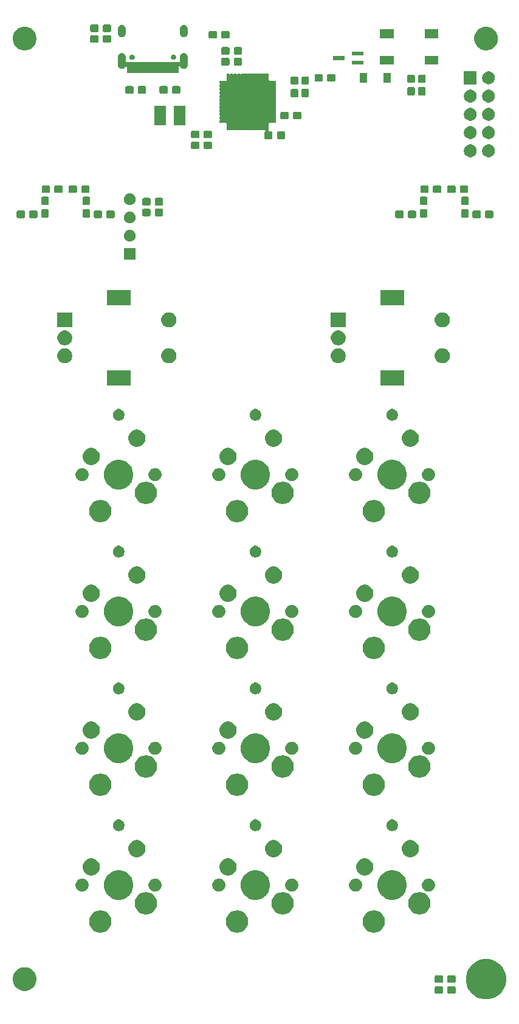
<source format=gbr>
G04 #@! TF.GenerationSoftware,KiCad,Pcbnew,(5.1.5)-3*
G04 #@! TF.CreationDate,2020-11-15T12:52:39-05:00*
G04 #@! TF.ProjectId,MgBoard,4d67426f-6172-4642-9e6b-696361645f70,rev?*
G04 #@! TF.SameCoordinates,PX39a64d0PYa4983b0*
G04 #@! TF.FileFunction,Soldermask,Top*
G04 #@! TF.FilePolarity,Negative*
%FSLAX46Y46*%
G04 Gerber Fmt 4.6, Leading zero omitted, Abs format (unit mm)*
G04 Created by KiCad (PCBNEW (5.1.5)-3) date 2020-11-15 12:52:39*
%MOMM*%
%LPD*%
G04 APERTURE LIST*
%ADD10C,0.100000*%
G04 APERTURE END LIST*
D10*
G36*
X68683651Y6260750D02*
G01*
X69193399Y6049605D01*
X69193401Y6049604D01*
X69652164Y5743069D01*
X70042309Y5352924D01*
X70174595Y5154943D01*
X70348845Y4894159D01*
X70559990Y4384411D01*
X70667630Y3843266D01*
X70667630Y3291514D01*
X70559990Y2750369D01*
X70348845Y2240621D01*
X70348844Y2240619D01*
X70042309Y1781856D01*
X69652164Y1391711D01*
X69193401Y1085176D01*
X69193400Y1085175D01*
X69193399Y1085175D01*
X68683651Y874030D01*
X68142506Y766390D01*
X67590754Y766390D01*
X67049609Y874030D01*
X66539861Y1085175D01*
X66539860Y1085175D01*
X66539859Y1085176D01*
X66081096Y1391711D01*
X65690951Y1781856D01*
X65384416Y2240619D01*
X65384415Y2240621D01*
X65173270Y2750369D01*
X65065630Y3291514D01*
X65065630Y3843266D01*
X65173270Y4384411D01*
X65384415Y4894159D01*
X65558665Y5154943D01*
X65690951Y5352924D01*
X66081096Y5743069D01*
X66539859Y6049604D01*
X66539861Y6049605D01*
X67049609Y6260750D01*
X67590754Y6368390D01*
X68142506Y6368390D01*
X68683651Y6260750D01*
G37*
G36*
X63458239Y2586515D02*
G01*
X63495735Y2575140D01*
X63530294Y2556668D01*
X63560587Y2531807D01*
X63585448Y2501514D01*
X63603920Y2466955D01*
X63615295Y2429459D01*
X63619740Y2384322D01*
X63619740Y1745598D01*
X63615295Y1700461D01*
X63603920Y1662965D01*
X63585448Y1628406D01*
X63560587Y1598113D01*
X63530294Y1573252D01*
X63495735Y1554780D01*
X63458239Y1543405D01*
X63413102Y1538960D01*
X62674378Y1538960D01*
X62629241Y1543405D01*
X62591745Y1554780D01*
X62557186Y1573252D01*
X62526893Y1598113D01*
X62502032Y1628406D01*
X62483560Y1662965D01*
X62472185Y1700461D01*
X62467740Y1745598D01*
X62467740Y2384322D01*
X62472185Y2429459D01*
X62483560Y2466955D01*
X62502032Y2501514D01*
X62526893Y2531807D01*
X62557186Y2556668D01*
X62591745Y2575140D01*
X62629241Y2586515D01*
X62674378Y2590960D01*
X63413102Y2590960D01*
X63458239Y2586515D01*
G37*
G36*
X61708239Y2586515D02*
G01*
X61745735Y2575140D01*
X61780294Y2556668D01*
X61810587Y2531807D01*
X61835448Y2501514D01*
X61853920Y2466955D01*
X61865295Y2429459D01*
X61869740Y2384322D01*
X61869740Y1745598D01*
X61865295Y1700461D01*
X61853920Y1662965D01*
X61835448Y1628406D01*
X61810587Y1598113D01*
X61780294Y1573252D01*
X61745735Y1554780D01*
X61708239Y1543405D01*
X61663102Y1538960D01*
X60924378Y1538960D01*
X60879241Y1543405D01*
X60841745Y1554780D01*
X60807186Y1573252D01*
X60776893Y1598113D01*
X60752032Y1628406D01*
X60733560Y1662965D01*
X60722185Y1700461D01*
X60717740Y1745598D01*
X60717740Y2384322D01*
X60722185Y2429459D01*
X60733560Y2466955D01*
X60752032Y2501514D01*
X60776893Y2531807D01*
X60807186Y2556668D01*
X60841745Y2575140D01*
X60879241Y2586515D01*
X60924378Y2590960D01*
X61663102Y2590960D01*
X61708239Y2586515D01*
G37*
G36*
X3947866Y5176092D02*
G01*
X4054189Y5154943D01*
X4354652Y5030487D01*
X4625061Y4849805D01*
X4855025Y4619841D01*
X5035707Y4349432D01*
X5149323Y4075140D01*
X5160163Y4048968D01*
X5204125Y3827960D01*
X5223610Y3729999D01*
X5223610Y3404781D01*
X5160163Y3085811D01*
X5035707Y2785348D01*
X4855025Y2514939D01*
X4625061Y2284975D01*
X4354652Y2104293D01*
X4054189Y1979837D01*
X3947866Y1958688D01*
X3735221Y1916390D01*
X3409999Y1916390D01*
X3197354Y1958688D01*
X3091031Y1979837D01*
X2790568Y2104293D01*
X2520159Y2284975D01*
X2290195Y2514939D01*
X2109513Y2785348D01*
X1985057Y3085811D01*
X1921610Y3404781D01*
X1921610Y3729999D01*
X1941096Y3827960D01*
X1985057Y4048968D01*
X1995898Y4075140D01*
X2109513Y4349432D01*
X2290195Y4619841D01*
X2520159Y4849805D01*
X2790568Y5030487D01*
X3091031Y5154943D01*
X3197354Y5176092D01*
X3409999Y5218390D01*
X3735221Y5218390D01*
X3947866Y5176092D01*
G37*
G36*
X61708239Y4086515D02*
G01*
X61745735Y4075140D01*
X61780294Y4056668D01*
X61810587Y4031807D01*
X61835448Y4001514D01*
X61853920Y3966955D01*
X61865295Y3929459D01*
X61869740Y3884322D01*
X61869740Y3245598D01*
X61865295Y3200461D01*
X61853920Y3162965D01*
X61835448Y3128406D01*
X61810587Y3098113D01*
X61780294Y3073252D01*
X61745735Y3054780D01*
X61708239Y3043405D01*
X61663102Y3038960D01*
X60924378Y3038960D01*
X60879241Y3043405D01*
X60841745Y3054780D01*
X60807186Y3073252D01*
X60776893Y3098113D01*
X60752032Y3128406D01*
X60733560Y3162965D01*
X60722185Y3200461D01*
X60717740Y3245598D01*
X60717740Y3884322D01*
X60722185Y3929459D01*
X60733560Y3966955D01*
X60752032Y4001514D01*
X60776893Y4031807D01*
X60807186Y4056668D01*
X60841745Y4075140D01*
X60879241Y4086515D01*
X60924378Y4090960D01*
X61663102Y4090960D01*
X61708239Y4086515D01*
G37*
G36*
X63458239Y4086515D02*
G01*
X63495735Y4075140D01*
X63530294Y4056668D01*
X63560587Y4031807D01*
X63585448Y4001514D01*
X63603920Y3966955D01*
X63615295Y3929459D01*
X63619740Y3884322D01*
X63619740Y3245598D01*
X63615295Y3200461D01*
X63603920Y3162965D01*
X63585448Y3128406D01*
X63560587Y3098113D01*
X63530294Y3073252D01*
X63495735Y3054780D01*
X63458239Y3043405D01*
X63413102Y3038960D01*
X62674378Y3038960D01*
X62629241Y3043405D01*
X62591745Y3054780D01*
X62557186Y3073252D01*
X62526893Y3098113D01*
X62502032Y3128406D01*
X62483560Y3162965D01*
X62472185Y3200461D01*
X62467740Y3245598D01*
X62467740Y3884322D01*
X62472185Y3929459D01*
X62483560Y3966955D01*
X62502032Y4001514D01*
X62526893Y4031807D01*
X62557186Y4056668D01*
X62591745Y4075140D01*
X62629241Y4086515D01*
X62674378Y4090960D01*
X63413102Y4090960D01*
X63458239Y4086515D01*
G37*
G36*
X14431325Y13106158D02*
G01*
X14581150Y13076356D01*
X14863414Y12959439D01*
X15117445Y12789701D01*
X15333481Y12573665D01*
X15503219Y12319634D01*
X15620136Y12037370D01*
X15679740Y11737720D01*
X15679740Y11432200D01*
X15620136Y11132550D01*
X15503219Y10850286D01*
X15333481Y10596255D01*
X15117445Y10380219D01*
X14863414Y10210481D01*
X14581150Y10093564D01*
X14431325Y10063762D01*
X14281501Y10033960D01*
X13975979Y10033960D01*
X13826155Y10063762D01*
X13676330Y10093564D01*
X13394066Y10210481D01*
X13140035Y10380219D01*
X12923999Y10596255D01*
X12754261Y10850286D01*
X12637344Y11132550D01*
X12577740Y11432200D01*
X12577740Y11737720D01*
X12637344Y12037370D01*
X12754261Y12319634D01*
X12923999Y12573665D01*
X13140035Y12789701D01*
X13394066Y12959439D01*
X13676330Y13076356D01*
X13826155Y13106158D01*
X13975979Y13135960D01*
X14281501Y13135960D01*
X14431325Y13106158D01*
G37*
G36*
X33481325Y13106158D02*
G01*
X33631150Y13076356D01*
X33913414Y12959439D01*
X34167445Y12789701D01*
X34383481Y12573665D01*
X34553219Y12319634D01*
X34670136Y12037370D01*
X34729740Y11737720D01*
X34729740Y11432200D01*
X34670136Y11132550D01*
X34553219Y10850286D01*
X34383481Y10596255D01*
X34167445Y10380219D01*
X33913414Y10210481D01*
X33631150Y10093564D01*
X33481325Y10063762D01*
X33331501Y10033960D01*
X33025979Y10033960D01*
X32876155Y10063762D01*
X32726330Y10093564D01*
X32444066Y10210481D01*
X32190035Y10380219D01*
X31973999Y10596255D01*
X31804261Y10850286D01*
X31687344Y11132550D01*
X31627740Y11432200D01*
X31627740Y11737720D01*
X31687344Y12037370D01*
X31804261Y12319634D01*
X31973999Y12573665D01*
X32190035Y12789701D01*
X32444066Y12959439D01*
X32726330Y13076356D01*
X32876155Y13106158D01*
X33025979Y13135960D01*
X33331501Y13135960D01*
X33481325Y13106158D01*
G37*
G36*
X52531325Y13106158D02*
G01*
X52681150Y13076356D01*
X52963414Y12959439D01*
X53217445Y12789701D01*
X53433481Y12573665D01*
X53603219Y12319634D01*
X53720136Y12037370D01*
X53779740Y11737720D01*
X53779740Y11432200D01*
X53720136Y11132550D01*
X53603219Y10850286D01*
X53433481Y10596255D01*
X53217445Y10380219D01*
X52963414Y10210481D01*
X52681150Y10093564D01*
X52531325Y10063762D01*
X52381501Y10033960D01*
X52075979Y10033960D01*
X51926155Y10063762D01*
X51776330Y10093564D01*
X51494066Y10210481D01*
X51240035Y10380219D01*
X51023999Y10596255D01*
X50854261Y10850286D01*
X50737344Y11132550D01*
X50677740Y11432200D01*
X50677740Y11737720D01*
X50737344Y12037370D01*
X50854261Y12319634D01*
X51023999Y12573665D01*
X51240035Y12789701D01*
X51494066Y12959439D01*
X51776330Y13076356D01*
X51926155Y13106158D01*
X52075979Y13135960D01*
X52381501Y13135960D01*
X52531325Y13106158D01*
G37*
G36*
X39831325Y15646158D02*
G01*
X39981150Y15616356D01*
X40263414Y15499439D01*
X40517445Y15329701D01*
X40733481Y15113665D01*
X40903219Y14859634D01*
X41020136Y14577370D01*
X41079740Y14277720D01*
X41079740Y13972200D01*
X41020136Y13672550D01*
X40903219Y13390286D01*
X40733481Y13136255D01*
X40517445Y12920219D01*
X40263414Y12750481D01*
X39981150Y12633564D01*
X39831325Y12603762D01*
X39681501Y12573960D01*
X39375979Y12573960D01*
X39226155Y12603762D01*
X39076330Y12633564D01*
X38794066Y12750481D01*
X38540035Y12920219D01*
X38323999Y13136255D01*
X38154261Y13390286D01*
X38037344Y13672550D01*
X37977740Y13972200D01*
X37977740Y14277720D01*
X38037344Y14577370D01*
X38154261Y14859634D01*
X38323999Y15113665D01*
X38540035Y15329701D01*
X38794066Y15499439D01*
X39076330Y15616356D01*
X39226155Y15646158D01*
X39375979Y15675960D01*
X39681501Y15675960D01*
X39831325Y15646158D01*
G37*
G36*
X20781325Y15646158D02*
G01*
X20931150Y15616356D01*
X21213414Y15499439D01*
X21467445Y15329701D01*
X21683481Y15113665D01*
X21853219Y14859634D01*
X21970136Y14577370D01*
X22029740Y14277720D01*
X22029740Y13972200D01*
X21970136Y13672550D01*
X21853219Y13390286D01*
X21683481Y13136255D01*
X21467445Y12920219D01*
X21213414Y12750481D01*
X20931150Y12633564D01*
X20781325Y12603762D01*
X20631501Y12573960D01*
X20325979Y12573960D01*
X20176155Y12603762D01*
X20026330Y12633564D01*
X19744066Y12750481D01*
X19490035Y12920219D01*
X19273999Y13136255D01*
X19104261Y13390286D01*
X18987344Y13672550D01*
X18927740Y13972200D01*
X18927740Y14277720D01*
X18987344Y14577370D01*
X19104261Y14859634D01*
X19273999Y15113665D01*
X19490035Y15329701D01*
X19744066Y15499439D01*
X20026330Y15616356D01*
X20176155Y15646158D01*
X20325979Y15675960D01*
X20631501Y15675960D01*
X20781325Y15646158D01*
G37*
G36*
X58881325Y15646158D02*
G01*
X59031150Y15616356D01*
X59313414Y15499439D01*
X59567445Y15329701D01*
X59783481Y15113665D01*
X59953219Y14859634D01*
X60070136Y14577370D01*
X60129740Y14277720D01*
X60129740Y13972200D01*
X60070136Y13672550D01*
X59953219Y13390286D01*
X59783481Y13136255D01*
X59567445Y12920219D01*
X59313414Y12750481D01*
X59031150Y12633564D01*
X58881325Y12603762D01*
X58731501Y12573960D01*
X58425979Y12573960D01*
X58276155Y12603762D01*
X58126330Y12633564D01*
X57844066Y12750481D01*
X57590035Y12920219D01*
X57373999Y13136255D01*
X57204261Y13390286D01*
X57087344Y13672550D01*
X57027740Y13972200D01*
X57027740Y14277720D01*
X57087344Y14577370D01*
X57204261Y14859634D01*
X57373999Y15113665D01*
X57590035Y15329701D01*
X57844066Y15499439D01*
X58126330Y15616356D01*
X58276155Y15646158D01*
X58425979Y15675960D01*
X58731501Y15675960D01*
X58881325Y15646158D01*
G37*
G36*
X17265214Y18631276D02*
G01*
X17483214Y18540977D01*
X17637363Y18477127D01*
X17972288Y18253337D01*
X18257117Y17968508D01*
X18480907Y17633583D01*
X18544757Y17479434D01*
X18635056Y17261434D01*
X18713640Y16866366D01*
X18713640Y16463554D01*
X18635056Y16068486D01*
X18551062Y15865707D01*
X18480907Y15696337D01*
X18257117Y15361412D01*
X17972288Y15076583D01*
X17637363Y14852793D01*
X17483214Y14788943D01*
X17265214Y14698644D01*
X16870146Y14620060D01*
X16467334Y14620060D01*
X16072266Y14698644D01*
X15854266Y14788943D01*
X15700117Y14852793D01*
X15365192Y15076583D01*
X15080363Y15361412D01*
X14856573Y15696337D01*
X14786418Y15865707D01*
X14702424Y16068486D01*
X14623840Y16463554D01*
X14623840Y16866366D01*
X14702424Y17261434D01*
X14792723Y17479434D01*
X14856573Y17633583D01*
X15080363Y17968508D01*
X15365192Y18253337D01*
X15700117Y18477127D01*
X15854266Y18540977D01*
X16072266Y18631276D01*
X16467334Y18709860D01*
X16870146Y18709860D01*
X17265214Y18631276D01*
G37*
G36*
X36315214Y18631276D02*
G01*
X36533214Y18540977D01*
X36687363Y18477127D01*
X37022288Y18253337D01*
X37307117Y17968508D01*
X37530907Y17633583D01*
X37594757Y17479434D01*
X37685056Y17261434D01*
X37763640Y16866366D01*
X37763640Y16463554D01*
X37685056Y16068486D01*
X37601062Y15865707D01*
X37530907Y15696337D01*
X37307117Y15361412D01*
X37022288Y15076583D01*
X36687363Y14852793D01*
X36533214Y14788943D01*
X36315214Y14698644D01*
X35920146Y14620060D01*
X35517334Y14620060D01*
X35122266Y14698644D01*
X34904266Y14788943D01*
X34750117Y14852793D01*
X34415192Y15076583D01*
X34130363Y15361412D01*
X33906573Y15696337D01*
X33836418Y15865707D01*
X33752424Y16068486D01*
X33673840Y16463554D01*
X33673840Y16866366D01*
X33752424Y17261434D01*
X33842723Y17479434D01*
X33906573Y17633583D01*
X34130363Y17968508D01*
X34415192Y18253337D01*
X34750117Y18477127D01*
X34904266Y18540977D01*
X35122266Y18631276D01*
X35517334Y18709860D01*
X35920146Y18709860D01*
X36315214Y18631276D01*
G37*
G36*
X55365214Y18631276D02*
G01*
X55583214Y18540977D01*
X55737363Y18477127D01*
X56072288Y18253337D01*
X56357117Y17968508D01*
X56580907Y17633583D01*
X56644757Y17479434D01*
X56735056Y17261434D01*
X56813640Y16866366D01*
X56813640Y16463554D01*
X56735056Y16068486D01*
X56651062Y15865707D01*
X56580907Y15696337D01*
X56357117Y15361412D01*
X56072288Y15076583D01*
X55737363Y14852793D01*
X55583214Y14788943D01*
X55365214Y14698644D01*
X54970146Y14620060D01*
X54567334Y14620060D01*
X54172266Y14698644D01*
X53954266Y14788943D01*
X53800117Y14852793D01*
X53465192Y15076583D01*
X53180363Y15361412D01*
X52956573Y15696337D01*
X52886418Y15865707D01*
X52802424Y16068486D01*
X52723840Y16463554D01*
X52723840Y16866366D01*
X52802424Y17261434D01*
X52892723Y17479434D01*
X52956573Y17633583D01*
X53180363Y17968508D01*
X53465192Y18253337D01*
X53800117Y18477127D01*
X53954266Y18540977D01*
X54172266Y18631276D01*
X54567334Y18709860D01*
X54970146Y18709860D01*
X55365214Y18631276D01*
G37*
G36*
X40974692Y17549530D02*
G01*
X41061815Y17532201D01*
X41171238Y17486876D01*
X41225951Y17464213D01*
X41372673Y17366177D01*
X41373668Y17365512D01*
X41499292Y17239888D01*
X41499294Y17239885D01*
X41597993Y17092171D01*
X41597993Y17092170D01*
X41665981Y16928035D01*
X41700640Y16753789D01*
X41700640Y16576131D01*
X41665981Y16401885D01*
X41620656Y16292462D01*
X41597993Y16237749D01*
X41499957Y16091027D01*
X41499292Y16090032D01*
X41373668Y15964408D01*
X41373665Y15964406D01*
X41225951Y15865707D01*
X41171238Y15843044D01*
X41061815Y15797719D01*
X40974692Y15780389D01*
X40887571Y15763060D01*
X40709909Y15763060D01*
X40622788Y15780389D01*
X40535665Y15797719D01*
X40426242Y15843044D01*
X40371529Y15865707D01*
X40223815Y15964406D01*
X40223812Y15964408D01*
X40098188Y16090032D01*
X40097523Y16091027D01*
X39999487Y16237749D01*
X39976824Y16292462D01*
X39931499Y16401885D01*
X39896840Y16576131D01*
X39896840Y16753789D01*
X39931499Y16928035D01*
X39999487Y17092170D01*
X39999487Y17092171D01*
X40098186Y17239885D01*
X40098188Y17239888D01*
X40223812Y17365512D01*
X40224807Y17366177D01*
X40371529Y17464213D01*
X40426242Y17486876D01*
X40535665Y17532201D01*
X40622788Y17549530D01*
X40709909Y17566860D01*
X40887571Y17566860D01*
X40974692Y17549530D01*
G37*
G36*
X49864692Y17549530D02*
G01*
X49951815Y17532201D01*
X50061238Y17486876D01*
X50115951Y17464213D01*
X50262673Y17366177D01*
X50263668Y17365512D01*
X50389292Y17239888D01*
X50389294Y17239885D01*
X50487993Y17092171D01*
X50487993Y17092170D01*
X50555981Y16928035D01*
X50590640Y16753789D01*
X50590640Y16576131D01*
X50555981Y16401885D01*
X50510656Y16292462D01*
X50487993Y16237749D01*
X50389957Y16091027D01*
X50389292Y16090032D01*
X50263668Y15964408D01*
X50263665Y15964406D01*
X50115951Y15865707D01*
X50061238Y15843044D01*
X49951815Y15797719D01*
X49864692Y15780389D01*
X49777571Y15763060D01*
X49599909Y15763060D01*
X49512788Y15780389D01*
X49425665Y15797719D01*
X49316242Y15843044D01*
X49261529Y15865707D01*
X49113815Y15964406D01*
X49113812Y15964408D01*
X48988188Y16090032D01*
X48987523Y16091027D01*
X48889487Y16237749D01*
X48866824Y16292462D01*
X48821499Y16401885D01*
X48786840Y16576131D01*
X48786840Y16753789D01*
X48821499Y16928035D01*
X48889487Y17092170D01*
X48889487Y17092171D01*
X48988186Y17239885D01*
X48988188Y17239888D01*
X49113812Y17365512D01*
X49114807Y17366177D01*
X49261529Y17464213D01*
X49316242Y17486876D01*
X49425665Y17532201D01*
X49512788Y17549530D01*
X49599909Y17566860D01*
X49777571Y17566860D01*
X49864692Y17549530D01*
G37*
G36*
X30814692Y17549530D02*
G01*
X30901815Y17532201D01*
X31011238Y17486876D01*
X31065951Y17464213D01*
X31212673Y17366177D01*
X31213668Y17365512D01*
X31339292Y17239888D01*
X31339294Y17239885D01*
X31437993Y17092171D01*
X31437993Y17092170D01*
X31505981Y16928035D01*
X31540640Y16753789D01*
X31540640Y16576131D01*
X31505981Y16401885D01*
X31460656Y16292462D01*
X31437993Y16237749D01*
X31339957Y16091027D01*
X31339292Y16090032D01*
X31213668Y15964408D01*
X31213665Y15964406D01*
X31065951Y15865707D01*
X31011238Y15843044D01*
X30901815Y15797719D01*
X30814692Y15780389D01*
X30727571Y15763060D01*
X30549909Y15763060D01*
X30462788Y15780389D01*
X30375665Y15797719D01*
X30266242Y15843044D01*
X30211529Y15865707D01*
X30063815Y15964406D01*
X30063812Y15964408D01*
X29938188Y16090032D01*
X29937523Y16091027D01*
X29839487Y16237749D01*
X29816824Y16292462D01*
X29771499Y16401885D01*
X29736840Y16576131D01*
X29736840Y16753789D01*
X29771499Y16928035D01*
X29839487Y17092170D01*
X29839487Y17092171D01*
X29938186Y17239885D01*
X29938188Y17239888D01*
X30063812Y17365512D01*
X30064807Y17366177D01*
X30211529Y17464213D01*
X30266242Y17486876D01*
X30375665Y17532201D01*
X30462788Y17549530D01*
X30549909Y17566860D01*
X30727571Y17566860D01*
X30814692Y17549530D01*
G37*
G36*
X21924692Y17549530D02*
G01*
X22011815Y17532201D01*
X22121238Y17486876D01*
X22175951Y17464213D01*
X22322673Y17366177D01*
X22323668Y17365512D01*
X22449292Y17239888D01*
X22449294Y17239885D01*
X22547993Y17092171D01*
X22547993Y17092170D01*
X22615981Y16928035D01*
X22650640Y16753789D01*
X22650640Y16576131D01*
X22615981Y16401885D01*
X22570656Y16292462D01*
X22547993Y16237749D01*
X22449957Y16091027D01*
X22449292Y16090032D01*
X22323668Y15964408D01*
X22323665Y15964406D01*
X22175951Y15865707D01*
X22121238Y15843044D01*
X22011815Y15797719D01*
X21924692Y15780389D01*
X21837571Y15763060D01*
X21659909Y15763060D01*
X21572788Y15780389D01*
X21485665Y15797719D01*
X21376242Y15843044D01*
X21321529Y15865707D01*
X21173815Y15964406D01*
X21173812Y15964408D01*
X21048188Y16090032D01*
X21047523Y16091027D01*
X20949487Y16237749D01*
X20926824Y16292462D01*
X20881499Y16401885D01*
X20846840Y16576131D01*
X20846840Y16753789D01*
X20881499Y16928035D01*
X20949487Y17092170D01*
X20949487Y17092171D01*
X21048186Y17239885D01*
X21048188Y17239888D01*
X21173812Y17365512D01*
X21174807Y17366177D01*
X21321529Y17464213D01*
X21376242Y17486876D01*
X21485665Y17532201D01*
X21572788Y17549530D01*
X21659909Y17566860D01*
X21837571Y17566860D01*
X21924692Y17549530D01*
G37*
G36*
X11764692Y17549530D02*
G01*
X11851815Y17532201D01*
X11961238Y17486876D01*
X12015951Y17464213D01*
X12162673Y17366177D01*
X12163668Y17365512D01*
X12289292Y17239888D01*
X12289294Y17239885D01*
X12387993Y17092171D01*
X12387993Y17092170D01*
X12455981Y16928035D01*
X12490640Y16753789D01*
X12490640Y16576131D01*
X12455981Y16401885D01*
X12410656Y16292462D01*
X12387993Y16237749D01*
X12289957Y16091027D01*
X12289292Y16090032D01*
X12163668Y15964408D01*
X12163665Y15964406D01*
X12015951Y15865707D01*
X11961238Y15843044D01*
X11851815Y15797719D01*
X11764692Y15780389D01*
X11677571Y15763060D01*
X11499909Y15763060D01*
X11412788Y15780389D01*
X11325665Y15797719D01*
X11216242Y15843044D01*
X11161529Y15865707D01*
X11013815Y15964406D01*
X11013812Y15964408D01*
X10888188Y16090032D01*
X10887523Y16091027D01*
X10789487Y16237749D01*
X10766824Y16292462D01*
X10721499Y16401885D01*
X10686840Y16576131D01*
X10686840Y16753789D01*
X10721499Y16928035D01*
X10789487Y17092170D01*
X10789487Y17092171D01*
X10888186Y17239885D01*
X10888188Y17239888D01*
X11013812Y17365512D01*
X11014807Y17366177D01*
X11161529Y17464213D01*
X11216242Y17486876D01*
X11325665Y17532201D01*
X11412788Y17549530D01*
X11499909Y17566860D01*
X11677571Y17566860D01*
X11764692Y17549530D01*
G37*
G36*
X60024692Y17549530D02*
G01*
X60111815Y17532201D01*
X60221238Y17486876D01*
X60275951Y17464213D01*
X60422673Y17366177D01*
X60423668Y17365512D01*
X60549292Y17239888D01*
X60549294Y17239885D01*
X60647993Y17092171D01*
X60647993Y17092170D01*
X60715981Y16928035D01*
X60750640Y16753789D01*
X60750640Y16576131D01*
X60715981Y16401885D01*
X60670656Y16292462D01*
X60647993Y16237749D01*
X60549957Y16091027D01*
X60549292Y16090032D01*
X60423668Y15964408D01*
X60423665Y15964406D01*
X60275951Y15865707D01*
X60221238Y15843044D01*
X60111815Y15797719D01*
X60024692Y15780389D01*
X59937571Y15763060D01*
X59759909Y15763060D01*
X59672788Y15780389D01*
X59585665Y15797719D01*
X59476242Y15843044D01*
X59421529Y15865707D01*
X59273815Y15964406D01*
X59273812Y15964408D01*
X59148188Y16090032D01*
X59147523Y16091027D01*
X59049487Y16237749D01*
X59026824Y16292462D01*
X58981499Y16401885D01*
X58946840Y16576131D01*
X58946840Y16753789D01*
X58981499Y16928035D01*
X59049487Y17092170D01*
X59049487Y17092171D01*
X59148186Y17239885D01*
X59148188Y17239888D01*
X59273812Y17365512D01*
X59274807Y17366177D01*
X59421529Y17464213D01*
X59476242Y17486876D01*
X59585665Y17532201D01*
X59672788Y17549530D01*
X59759909Y17566860D01*
X59937571Y17566860D01*
X60024692Y17549530D01*
G37*
G36*
X51307016Y20353076D02*
G01*
X51524309Y20263070D01*
X51524311Y20263069D01*
X51719870Y20132400D01*
X51886180Y19966090D01*
X52016850Y19770529D01*
X52106856Y19553236D01*
X52152740Y19322560D01*
X52152740Y19087360D01*
X52106856Y18856684D01*
X52046039Y18709860D01*
X52016849Y18639389D01*
X51886180Y18443830D01*
X51719870Y18277520D01*
X51524311Y18146851D01*
X51524310Y18146850D01*
X51524309Y18146850D01*
X51307016Y18056844D01*
X51076340Y18010960D01*
X50841140Y18010960D01*
X50610464Y18056844D01*
X50393171Y18146850D01*
X50393170Y18146850D01*
X50393169Y18146851D01*
X50197610Y18277520D01*
X50031300Y18443830D01*
X49900631Y18639389D01*
X49871441Y18709860D01*
X49810624Y18856684D01*
X49764740Y19087360D01*
X49764740Y19322560D01*
X49810624Y19553236D01*
X49900630Y19770529D01*
X50031300Y19966090D01*
X50197610Y20132400D01*
X50393169Y20263069D01*
X50393171Y20263070D01*
X50610464Y20353076D01*
X50841140Y20398960D01*
X51076340Y20398960D01*
X51307016Y20353076D01*
G37*
G36*
X32257016Y20353076D02*
G01*
X32474309Y20263070D01*
X32474311Y20263069D01*
X32669870Y20132400D01*
X32836180Y19966090D01*
X32966850Y19770529D01*
X33056856Y19553236D01*
X33102740Y19322560D01*
X33102740Y19087360D01*
X33056856Y18856684D01*
X32996039Y18709860D01*
X32966849Y18639389D01*
X32836180Y18443830D01*
X32669870Y18277520D01*
X32474311Y18146851D01*
X32474310Y18146850D01*
X32474309Y18146850D01*
X32257016Y18056844D01*
X32026340Y18010960D01*
X31791140Y18010960D01*
X31560464Y18056844D01*
X31343171Y18146850D01*
X31343170Y18146850D01*
X31343169Y18146851D01*
X31147610Y18277520D01*
X30981300Y18443830D01*
X30850631Y18639389D01*
X30821441Y18709860D01*
X30760624Y18856684D01*
X30714740Y19087360D01*
X30714740Y19322560D01*
X30760624Y19553236D01*
X30850630Y19770529D01*
X30981300Y19966090D01*
X31147610Y20132400D01*
X31343169Y20263069D01*
X31343171Y20263070D01*
X31560464Y20353076D01*
X31791140Y20398960D01*
X32026340Y20398960D01*
X32257016Y20353076D01*
G37*
G36*
X13207016Y20353076D02*
G01*
X13424309Y20263070D01*
X13424311Y20263069D01*
X13619870Y20132400D01*
X13786180Y19966090D01*
X13916850Y19770529D01*
X14006856Y19553236D01*
X14052740Y19322560D01*
X14052740Y19087360D01*
X14006856Y18856684D01*
X13946039Y18709860D01*
X13916849Y18639389D01*
X13786180Y18443830D01*
X13619870Y18277520D01*
X13424311Y18146851D01*
X13424310Y18146850D01*
X13424309Y18146850D01*
X13207016Y18056844D01*
X12976340Y18010960D01*
X12741140Y18010960D01*
X12510464Y18056844D01*
X12293171Y18146850D01*
X12293170Y18146850D01*
X12293169Y18146851D01*
X12097610Y18277520D01*
X11931300Y18443830D01*
X11800631Y18639389D01*
X11771441Y18709860D01*
X11710624Y18856684D01*
X11664740Y19087360D01*
X11664740Y19322560D01*
X11710624Y19553236D01*
X11800630Y19770529D01*
X11931300Y19966090D01*
X12097610Y20132400D01*
X12293169Y20263069D01*
X12293171Y20263070D01*
X12510464Y20353076D01*
X12741140Y20398960D01*
X12976340Y20398960D01*
X13207016Y20353076D01*
G37*
G36*
X57657016Y22893076D02*
G01*
X57874309Y22803070D01*
X57874311Y22803069D01*
X58069870Y22672400D01*
X58236180Y22506090D01*
X58366850Y22310529D01*
X58456856Y22093236D01*
X58502740Y21862560D01*
X58502740Y21627360D01*
X58456856Y21396684D01*
X58366850Y21179391D01*
X58366849Y21179389D01*
X58236180Y20983830D01*
X58069870Y20817520D01*
X57874311Y20686851D01*
X57874310Y20686850D01*
X57874309Y20686850D01*
X57657016Y20596844D01*
X57426340Y20550960D01*
X57191140Y20550960D01*
X56960464Y20596844D01*
X56743171Y20686850D01*
X56743170Y20686850D01*
X56743169Y20686851D01*
X56547610Y20817520D01*
X56381300Y20983830D01*
X56250631Y21179389D01*
X56250630Y21179391D01*
X56160624Y21396684D01*
X56114740Y21627360D01*
X56114740Y21862560D01*
X56160624Y22093236D01*
X56250630Y22310529D01*
X56381300Y22506090D01*
X56547610Y22672400D01*
X56743169Y22803069D01*
X56743171Y22803070D01*
X56960464Y22893076D01*
X57191140Y22938960D01*
X57426340Y22938960D01*
X57657016Y22893076D01*
G37*
G36*
X38607016Y22893076D02*
G01*
X38824309Y22803070D01*
X38824311Y22803069D01*
X39019870Y22672400D01*
X39186180Y22506090D01*
X39316850Y22310529D01*
X39406856Y22093236D01*
X39452740Y21862560D01*
X39452740Y21627360D01*
X39406856Y21396684D01*
X39316850Y21179391D01*
X39316849Y21179389D01*
X39186180Y20983830D01*
X39019870Y20817520D01*
X38824311Y20686851D01*
X38824310Y20686850D01*
X38824309Y20686850D01*
X38607016Y20596844D01*
X38376340Y20550960D01*
X38141140Y20550960D01*
X37910464Y20596844D01*
X37693171Y20686850D01*
X37693170Y20686850D01*
X37693169Y20686851D01*
X37497610Y20817520D01*
X37331300Y20983830D01*
X37200631Y21179389D01*
X37200630Y21179391D01*
X37110624Y21396684D01*
X37064740Y21627360D01*
X37064740Y21862560D01*
X37110624Y22093236D01*
X37200630Y22310529D01*
X37331300Y22506090D01*
X37497610Y22672400D01*
X37693169Y22803069D01*
X37693171Y22803070D01*
X37910464Y22893076D01*
X38141140Y22938960D01*
X38376340Y22938960D01*
X38607016Y22893076D01*
G37*
G36*
X19557016Y22893076D02*
G01*
X19774309Y22803070D01*
X19774311Y22803069D01*
X19969870Y22672400D01*
X20136180Y22506090D01*
X20266850Y22310529D01*
X20356856Y22093236D01*
X20402740Y21862560D01*
X20402740Y21627360D01*
X20356856Y21396684D01*
X20266850Y21179391D01*
X20266849Y21179389D01*
X20136180Y20983830D01*
X19969870Y20817520D01*
X19774311Y20686851D01*
X19774310Y20686850D01*
X19774309Y20686850D01*
X19557016Y20596844D01*
X19326340Y20550960D01*
X19091140Y20550960D01*
X18860464Y20596844D01*
X18643171Y20686850D01*
X18643170Y20686850D01*
X18643169Y20686851D01*
X18447610Y20817520D01*
X18281300Y20983830D01*
X18150631Y21179389D01*
X18150630Y21179391D01*
X18060624Y21396684D01*
X18014740Y21627360D01*
X18014740Y21862560D01*
X18060624Y22093236D01*
X18150630Y22310529D01*
X18281300Y22506090D01*
X18447610Y22672400D01*
X18643169Y22803069D01*
X18643171Y22803070D01*
X18860464Y22893076D01*
X19091140Y22938960D01*
X19326340Y22938960D01*
X19557016Y22893076D01*
G37*
G36*
X16905882Y25781093D02*
G01*
X17053841Y25719806D01*
X17186995Y25630836D01*
X17300241Y25517590D01*
X17389211Y25384436D01*
X17450498Y25236477D01*
X17481740Y25079410D01*
X17481740Y24919260D01*
X17450498Y24762193D01*
X17389211Y24614234D01*
X17300241Y24481080D01*
X17186995Y24367834D01*
X17053841Y24278864D01*
X16905882Y24217577D01*
X16748815Y24186335D01*
X16588665Y24186335D01*
X16431598Y24217577D01*
X16283639Y24278864D01*
X16150485Y24367834D01*
X16037239Y24481080D01*
X15948269Y24614234D01*
X15886982Y24762193D01*
X15855740Y24919260D01*
X15855740Y25079410D01*
X15886982Y25236477D01*
X15948269Y25384436D01*
X16037239Y25517590D01*
X16150485Y25630836D01*
X16283639Y25719806D01*
X16431598Y25781093D01*
X16588665Y25812335D01*
X16748815Y25812335D01*
X16905882Y25781093D01*
G37*
G36*
X35955882Y25781093D02*
G01*
X36103841Y25719806D01*
X36236995Y25630836D01*
X36350241Y25517590D01*
X36439211Y25384436D01*
X36500498Y25236477D01*
X36531740Y25079410D01*
X36531740Y24919260D01*
X36500498Y24762193D01*
X36439211Y24614234D01*
X36350241Y24481080D01*
X36236995Y24367834D01*
X36103841Y24278864D01*
X35955882Y24217577D01*
X35798815Y24186335D01*
X35638665Y24186335D01*
X35481598Y24217577D01*
X35333639Y24278864D01*
X35200485Y24367834D01*
X35087239Y24481080D01*
X34998269Y24614234D01*
X34936982Y24762193D01*
X34905740Y24919260D01*
X34905740Y25079410D01*
X34936982Y25236477D01*
X34998269Y25384436D01*
X35087239Y25517590D01*
X35200485Y25630836D01*
X35333639Y25719806D01*
X35481598Y25781093D01*
X35638665Y25812335D01*
X35798815Y25812335D01*
X35955882Y25781093D01*
G37*
G36*
X55005882Y25781093D02*
G01*
X55153841Y25719806D01*
X55286995Y25630836D01*
X55400241Y25517590D01*
X55489211Y25384436D01*
X55550498Y25236477D01*
X55581740Y25079410D01*
X55581740Y24919260D01*
X55550498Y24762193D01*
X55489211Y24614234D01*
X55400241Y24481080D01*
X55286995Y24367834D01*
X55153841Y24278864D01*
X55005882Y24217577D01*
X54848815Y24186335D01*
X54688665Y24186335D01*
X54531598Y24217577D01*
X54383639Y24278864D01*
X54250485Y24367834D01*
X54137239Y24481080D01*
X54048269Y24614234D01*
X53986982Y24762193D01*
X53955740Y24919260D01*
X53955740Y25079410D01*
X53986982Y25236477D01*
X54048269Y25384436D01*
X54137239Y25517590D01*
X54250485Y25630836D01*
X54383639Y25719806D01*
X54531598Y25781093D01*
X54688665Y25812335D01*
X54848815Y25812335D01*
X55005882Y25781093D01*
G37*
G36*
X33481325Y32156158D02*
G01*
X33631150Y32126356D01*
X33913414Y32009439D01*
X34167445Y31839701D01*
X34383481Y31623665D01*
X34553219Y31369634D01*
X34670136Y31087370D01*
X34729740Y30787720D01*
X34729740Y30482200D01*
X34670136Y30182550D01*
X34553219Y29900286D01*
X34383481Y29646255D01*
X34167445Y29430219D01*
X33913414Y29260481D01*
X33631150Y29143564D01*
X33481325Y29113762D01*
X33331501Y29083960D01*
X33025979Y29083960D01*
X32876155Y29113762D01*
X32726330Y29143564D01*
X32444066Y29260481D01*
X32190035Y29430219D01*
X31973999Y29646255D01*
X31804261Y29900286D01*
X31687344Y30182550D01*
X31627740Y30482200D01*
X31627740Y30787720D01*
X31687344Y31087370D01*
X31804261Y31369634D01*
X31973999Y31623665D01*
X32190035Y31839701D01*
X32444066Y32009439D01*
X32726330Y32126356D01*
X32876155Y32156158D01*
X33025979Y32185960D01*
X33331501Y32185960D01*
X33481325Y32156158D01*
G37*
G36*
X52531325Y32156158D02*
G01*
X52681150Y32126356D01*
X52963414Y32009439D01*
X53217445Y31839701D01*
X53433481Y31623665D01*
X53603219Y31369634D01*
X53720136Y31087370D01*
X53779740Y30787720D01*
X53779740Y30482200D01*
X53720136Y30182550D01*
X53603219Y29900286D01*
X53433481Y29646255D01*
X53217445Y29430219D01*
X52963414Y29260481D01*
X52681150Y29143564D01*
X52531325Y29113762D01*
X52381501Y29083960D01*
X52075979Y29083960D01*
X51926155Y29113762D01*
X51776330Y29143564D01*
X51494066Y29260481D01*
X51240035Y29430219D01*
X51023999Y29646255D01*
X50854261Y29900286D01*
X50737344Y30182550D01*
X50677740Y30482200D01*
X50677740Y30787720D01*
X50737344Y31087370D01*
X50854261Y31369634D01*
X51023999Y31623665D01*
X51240035Y31839701D01*
X51494066Y32009439D01*
X51776330Y32126356D01*
X51926155Y32156158D01*
X52075979Y32185960D01*
X52381501Y32185960D01*
X52531325Y32156158D01*
G37*
G36*
X14431325Y32156158D02*
G01*
X14581150Y32126356D01*
X14863414Y32009439D01*
X15117445Y31839701D01*
X15333481Y31623665D01*
X15503219Y31369634D01*
X15620136Y31087370D01*
X15679740Y30787720D01*
X15679740Y30482200D01*
X15620136Y30182550D01*
X15503219Y29900286D01*
X15333481Y29646255D01*
X15117445Y29430219D01*
X14863414Y29260481D01*
X14581150Y29143564D01*
X14431325Y29113762D01*
X14281501Y29083960D01*
X13975979Y29083960D01*
X13826155Y29113762D01*
X13676330Y29143564D01*
X13394066Y29260481D01*
X13140035Y29430219D01*
X12923999Y29646255D01*
X12754261Y29900286D01*
X12637344Y30182550D01*
X12577740Y30482200D01*
X12577740Y30787720D01*
X12637344Y31087370D01*
X12754261Y31369634D01*
X12923999Y31623665D01*
X13140035Y31839701D01*
X13394066Y32009439D01*
X13676330Y32126356D01*
X13826155Y32156158D01*
X13975979Y32185960D01*
X14281501Y32185960D01*
X14431325Y32156158D01*
G37*
G36*
X20781325Y34696158D02*
G01*
X20931150Y34666356D01*
X21213414Y34549439D01*
X21467445Y34379701D01*
X21683481Y34163665D01*
X21853219Y33909634D01*
X21970136Y33627370D01*
X22029740Y33327720D01*
X22029740Y33022200D01*
X21970136Y32722550D01*
X21853219Y32440286D01*
X21683481Y32186255D01*
X21467445Y31970219D01*
X21213414Y31800481D01*
X20931150Y31683564D01*
X20781325Y31653762D01*
X20631501Y31623960D01*
X20325979Y31623960D01*
X20176155Y31653762D01*
X20026330Y31683564D01*
X19744066Y31800481D01*
X19490035Y31970219D01*
X19273999Y32186255D01*
X19104261Y32440286D01*
X18987344Y32722550D01*
X18927740Y33022200D01*
X18927740Y33327720D01*
X18987344Y33627370D01*
X19104261Y33909634D01*
X19273999Y34163665D01*
X19490035Y34379701D01*
X19744066Y34549439D01*
X20026330Y34666356D01*
X20176155Y34696158D01*
X20325979Y34725960D01*
X20631501Y34725960D01*
X20781325Y34696158D01*
G37*
G36*
X39831325Y34696158D02*
G01*
X39981150Y34666356D01*
X40263414Y34549439D01*
X40517445Y34379701D01*
X40733481Y34163665D01*
X40903219Y33909634D01*
X41020136Y33627370D01*
X41079740Y33327720D01*
X41079740Y33022200D01*
X41020136Y32722550D01*
X40903219Y32440286D01*
X40733481Y32186255D01*
X40517445Y31970219D01*
X40263414Y31800481D01*
X39981150Y31683564D01*
X39831325Y31653762D01*
X39681501Y31623960D01*
X39375979Y31623960D01*
X39226155Y31653762D01*
X39076330Y31683564D01*
X38794066Y31800481D01*
X38540035Y31970219D01*
X38323999Y32186255D01*
X38154261Y32440286D01*
X38037344Y32722550D01*
X37977740Y33022200D01*
X37977740Y33327720D01*
X38037344Y33627370D01*
X38154261Y33909634D01*
X38323999Y34163665D01*
X38540035Y34379701D01*
X38794066Y34549439D01*
X39076330Y34666356D01*
X39226155Y34696158D01*
X39375979Y34725960D01*
X39681501Y34725960D01*
X39831325Y34696158D01*
G37*
G36*
X58881325Y34696158D02*
G01*
X59031150Y34666356D01*
X59313414Y34549439D01*
X59567445Y34379701D01*
X59783481Y34163665D01*
X59953219Y33909634D01*
X60070136Y33627370D01*
X60129740Y33327720D01*
X60129740Y33022200D01*
X60070136Y32722550D01*
X59953219Y32440286D01*
X59783481Y32186255D01*
X59567445Y31970219D01*
X59313414Y31800481D01*
X59031150Y31683564D01*
X58881325Y31653762D01*
X58731501Y31623960D01*
X58425979Y31623960D01*
X58276155Y31653762D01*
X58126330Y31683564D01*
X57844066Y31800481D01*
X57590035Y31970219D01*
X57373999Y32186255D01*
X57204261Y32440286D01*
X57087344Y32722550D01*
X57027740Y33022200D01*
X57027740Y33327720D01*
X57087344Y33627370D01*
X57204261Y33909634D01*
X57373999Y34163665D01*
X57590035Y34379701D01*
X57844066Y34549439D01*
X58126330Y34666356D01*
X58276155Y34696158D01*
X58425979Y34725960D01*
X58731501Y34725960D01*
X58881325Y34696158D01*
G37*
G36*
X55365214Y37681276D02*
G01*
X55583214Y37590977D01*
X55737363Y37527127D01*
X56072288Y37303337D01*
X56357117Y37018508D01*
X56580907Y36683583D01*
X56644757Y36529434D01*
X56735056Y36311434D01*
X56813640Y35916366D01*
X56813640Y35513554D01*
X56735056Y35118486D01*
X56651062Y34915707D01*
X56580907Y34746337D01*
X56357117Y34411412D01*
X56072288Y34126583D01*
X55737363Y33902793D01*
X55583214Y33838943D01*
X55365214Y33748644D01*
X54970146Y33670060D01*
X54567334Y33670060D01*
X54172266Y33748644D01*
X53954266Y33838943D01*
X53800117Y33902793D01*
X53465192Y34126583D01*
X53180363Y34411412D01*
X52956573Y34746337D01*
X52886418Y34915707D01*
X52802424Y35118486D01*
X52723840Y35513554D01*
X52723840Y35916366D01*
X52802424Y36311434D01*
X52892723Y36529434D01*
X52956573Y36683583D01*
X53180363Y37018508D01*
X53465192Y37303337D01*
X53800117Y37527127D01*
X53954266Y37590977D01*
X54172266Y37681276D01*
X54567334Y37759860D01*
X54970146Y37759860D01*
X55365214Y37681276D01*
G37*
G36*
X17265214Y37681276D02*
G01*
X17483214Y37590977D01*
X17637363Y37527127D01*
X17972288Y37303337D01*
X18257117Y37018508D01*
X18480907Y36683583D01*
X18544757Y36529434D01*
X18635056Y36311434D01*
X18713640Y35916366D01*
X18713640Y35513554D01*
X18635056Y35118486D01*
X18551062Y34915707D01*
X18480907Y34746337D01*
X18257117Y34411412D01*
X17972288Y34126583D01*
X17637363Y33902793D01*
X17483214Y33838943D01*
X17265214Y33748644D01*
X16870146Y33670060D01*
X16467334Y33670060D01*
X16072266Y33748644D01*
X15854266Y33838943D01*
X15700117Y33902793D01*
X15365192Y34126583D01*
X15080363Y34411412D01*
X14856573Y34746337D01*
X14786418Y34915707D01*
X14702424Y35118486D01*
X14623840Y35513554D01*
X14623840Y35916366D01*
X14702424Y36311434D01*
X14792723Y36529434D01*
X14856573Y36683583D01*
X15080363Y37018508D01*
X15365192Y37303337D01*
X15700117Y37527127D01*
X15854266Y37590977D01*
X16072266Y37681276D01*
X16467334Y37759860D01*
X16870146Y37759860D01*
X17265214Y37681276D01*
G37*
G36*
X36315214Y37681276D02*
G01*
X36533214Y37590977D01*
X36687363Y37527127D01*
X37022288Y37303337D01*
X37307117Y37018508D01*
X37530907Y36683583D01*
X37594757Y36529434D01*
X37685056Y36311434D01*
X37763640Y35916366D01*
X37763640Y35513554D01*
X37685056Y35118486D01*
X37601062Y34915707D01*
X37530907Y34746337D01*
X37307117Y34411412D01*
X37022288Y34126583D01*
X36687363Y33902793D01*
X36533214Y33838943D01*
X36315214Y33748644D01*
X35920146Y33670060D01*
X35517334Y33670060D01*
X35122266Y33748644D01*
X34904266Y33838943D01*
X34750117Y33902793D01*
X34415192Y34126583D01*
X34130363Y34411412D01*
X33906573Y34746337D01*
X33836418Y34915707D01*
X33752424Y35118486D01*
X33673840Y35513554D01*
X33673840Y35916366D01*
X33752424Y36311434D01*
X33842723Y36529434D01*
X33906573Y36683583D01*
X34130363Y37018508D01*
X34415192Y37303337D01*
X34750117Y37527127D01*
X34904266Y37590977D01*
X35122266Y37681276D01*
X35517334Y37759860D01*
X35920146Y37759860D01*
X36315214Y37681276D01*
G37*
G36*
X21924692Y36599531D02*
G01*
X22011815Y36582201D01*
X22121238Y36536876D01*
X22175951Y36514213D01*
X22322673Y36416177D01*
X22323668Y36415512D01*
X22449292Y36289888D01*
X22449294Y36289885D01*
X22547993Y36142171D01*
X22547993Y36142170D01*
X22615981Y35978035D01*
X22650640Y35803789D01*
X22650640Y35626131D01*
X22615981Y35451885D01*
X22570656Y35342462D01*
X22547993Y35287749D01*
X22449957Y35141027D01*
X22449292Y35140032D01*
X22323668Y35014408D01*
X22323665Y35014406D01*
X22175951Y34915707D01*
X22121238Y34893044D01*
X22011815Y34847719D01*
X21924692Y34830390D01*
X21837571Y34813060D01*
X21659909Y34813060D01*
X21572788Y34830390D01*
X21485665Y34847719D01*
X21376242Y34893044D01*
X21321529Y34915707D01*
X21173815Y35014406D01*
X21173812Y35014408D01*
X21048188Y35140032D01*
X21047523Y35141027D01*
X20949487Y35287749D01*
X20926824Y35342462D01*
X20881499Y35451885D01*
X20846840Y35626131D01*
X20846840Y35803789D01*
X20881499Y35978035D01*
X20949487Y36142170D01*
X20949487Y36142171D01*
X21048186Y36289885D01*
X21048188Y36289888D01*
X21173812Y36415512D01*
X21174807Y36416177D01*
X21321529Y36514213D01*
X21376242Y36536876D01*
X21485665Y36582201D01*
X21572788Y36599531D01*
X21659909Y36616860D01*
X21837571Y36616860D01*
X21924692Y36599531D01*
G37*
G36*
X11764692Y36599531D02*
G01*
X11851815Y36582201D01*
X11961238Y36536876D01*
X12015951Y36514213D01*
X12162673Y36416177D01*
X12163668Y36415512D01*
X12289292Y36289888D01*
X12289294Y36289885D01*
X12387993Y36142171D01*
X12387993Y36142170D01*
X12455981Y35978035D01*
X12490640Y35803789D01*
X12490640Y35626131D01*
X12455981Y35451885D01*
X12410656Y35342462D01*
X12387993Y35287749D01*
X12289957Y35141027D01*
X12289292Y35140032D01*
X12163668Y35014408D01*
X12163665Y35014406D01*
X12015951Y34915707D01*
X11961238Y34893044D01*
X11851815Y34847719D01*
X11764692Y34830390D01*
X11677571Y34813060D01*
X11499909Y34813060D01*
X11412788Y34830390D01*
X11325665Y34847719D01*
X11216242Y34893044D01*
X11161529Y34915707D01*
X11013815Y35014406D01*
X11013812Y35014408D01*
X10888188Y35140032D01*
X10887523Y35141027D01*
X10789487Y35287749D01*
X10766824Y35342462D01*
X10721499Y35451885D01*
X10686840Y35626131D01*
X10686840Y35803789D01*
X10721499Y35978035D01*
X10789487Y36142170D01*
X10789487Y36142171D01*
X10888186Y36289885D01*
X10888188Y36289888D01*
X11013812Y36415512D01*
X11014807Y36416177D01*
X11161529Y36514213D01*
X11216242Y36536876D01*
X11325665Y36582201D01*
X11412788Y36599531D01*
X11499909Y36616860D01*
X11677571Y36616860D01*
X11764692Y36599531D01*
G37*
G36*
X30814692Y36599531D02*
G01*
X30901815Y36582201D01*
X31011238Y36536876D01*
X31065951Y36514213D01*
X31212673Y36416177D01*
X31213668Y36415512D01*
X31339292Y36289888D01*
X31339294Y36289885D01*
X31437993Y36142171D01*
X31437993Y36142170D01*
X31505981Y35978035D01*
X31540640Y35803789D01*
X31540640Y35626131D01*
X31505981Y35451885D01*
X31460656Y35342462D01*
X31437993Y35287749D01*
X31339957Y35141027D01*
X31339292Y35140032D01*
X31213668Y35014408D01*
X31213665Y35014406D01*
X31065951Y34915707D01*
X31011238Y34893044D01*
X30901815Y34847719D01*
X30814692Y34830390D01*
X30727571Y34813060D01*
X30549909Y34813060D01*
X30462788Y34830390D01*
X30375665Y34847719D01*
X30266242Y34893044D01*
X30211529Y34915707D01*
X30063815Y35014406D01*
X30063812Y35014408D01*
X29938188Y35140032D01*
X29937523Y35141027D01*
X29839487Y35287749D01*
X29816824Y35342462D01*
X29771499Y35451885D01*
X29736840Y35626131D01*
X29736840Y35803789D01*
X29771499Y35978035D01*
X29839487Y36142170D01*
X29839487Y36142171D01*
X29938186Y36289885D01*
X29938188Y36289888D01*
X30063812Y36415512D01*
X30064807Y36416177D01*
X30211529Y36514213D01*
X30266242Y36536876D01*
X30375665Y36582201D01*
X30462788Y36599531D01*
X30549909Y36616860D01*
X30727571Y36616860D01*
X30814692Y36599531D01*
G37*
G36*
X40974692Y36599531D02*
G01*
X41061815Y36582201D01*
X41171238Y36536876D01*
X41225951Y36514213D01*
X41372673Y36416177D01*
X41373668Y36415512D01*
X41499292Y36289888D01*
X41499294Y36289885D01*
X41597993Y36142171D01*
X41597993Y36142170D01*
X41665981Y35978035D01*
X41700640Y35803789D01*
X41700640Y35626131D01*
X41665981Y35451885D01*
X41620656Y35342462D01*
X41597993Y35287749D01*
X41499957Y35141027D01*
X41499292Y35140032D01*
X41373668Y35014408D01*
X41373665Y35014406D01*
X41225951Y34915707D01*
X41171238Y34893044D01*
X41061815Y34847719D01*
X40974692Y34830390D01*
X40887571Y34813060D01*
X40709909Y34813060D01*
X40622788Y34830390D01*
X40535665Y34847719D01*
X40426242Y34893044D01*
X40371529Y34915707D01*
X40223815Y35014406D01*
X40223812Y35014408D01*
X40098188Y35140032D01*
X40097523Y35141027D01*
X39999487Y35287749D01*
X39976824Y35342462D01*
X39931499Y35451885D01*
X39896840Y35626131D01*
X39896840Y35803789D01*
X39931499Y35978035D01*
X39999487Y36142170D01*
X39999487Y36142171D01*
X40098186Y36289885D01*
X40098188Y36289888D01*
X40223812Y36415512D01*
X40224807Y36416177D01*
X40371529Y36514213D01*
X40426242Y36536876D01*
X40535665Y36582201D01*
X40622788Y36599531D01*
X40709909Y36616860D01*
X40887571Y36616860D01*
X40974692Y36599531D01*
G37*
G36*
X49864692Y36599531D02*
G01*
X49951815Y36582201D01*
X50061238Y36536876D01*
X50115951Y36514213D01*
X50262673Y36416177D01*
X50263668Y36415512D01*
X50389292Y36289888D01*
X50389294Y36289885D01*
X50487993Y36142171D01*
X50487993Y36142170D01*
X50555981Y35978035D01*
X50590640Y35803789D01*
X50590640Y35626131D01*
X50555981Y35451885D01*
X50510656Y35342462D01*
X50487993Y35287749D01*
X50389957Y35141027D01*
X50389292Y35140032D01*
X50263668Y35014408D01*
X50263665Y35014406D01*
X50115951Y34915707D01*
X50061238Y34893044D01*
X49951815Y34847719D01*
X49864692Y34830390D01*
X49777571Y34813060D01*
X49599909Y34813060D01*
X49512788Y34830390D01*
X49425665Y34847719D01*
X49316242Y34893044D01*
X49261529Y34915707D01*
X49113815Y35014406D01*
X49113812Y35014408D01*
X48988188Y35140032D01*
X48987523Y35141027D01*
X48889487Y35287749D01*
X48866824Y35342462D01*
X48821499Y35451885D01*
X48786840Y35626131D01*
X48786840Y35803789D01*
X48821499Y35978035D01*
X48889487Y36142170D01*
X48889487Y36142171D01*
X48988186Y36289885D01*
X48988188Y36289888D01*
X49113812Y36415512D01*
X49114807Y36416177D01*
X49261529Y36514213D01*
X49316242Y36536876D01*
X49425665Y36582201D01*
X49512788Y36599531D01*
X49599909Y36616860D01*
X49777571Y36616860D01*
X49864692Y36599531D01*
G37*
G36*
X60024692Y36599531D02*
G01*
X60111815Y36582201D01*
X60221238Y36536876D01*
X60275951Y36514213D01*
X60422673Y36416177D01*
X60423668Y36415512D01*
X60549292Y36289888D01*
X60549294Y36289885D01*
X60647993Y36142171D01*
X60647993Y36142170D01*
X60715981Y35978035D01*
X60750640Y35803789D01*
X60750640Y35626131D01*
X60715981Y35451885D01*
X60670656Y35342462D01*
X60647993Y35287749D01*
X60549957Y35141027D01*
X60549292Y35140032D01*
X60423668Y35014408D01*
X60423665Y35014406D01*
X60275951Y34915707D01*
X60221238Y34893044D01*
X60111815Y34847719D01*
X60024692Y34830390D01*
X59937571Y34813060D01*
X59759909Y34813060D01*
X59672788Y34830390D01*
X59585665Y34847719D01*
X59476242Y34893044D01*
X59421529Y34915707D01*
X59273815Y35014406D01*
X59273812Y35014408D01*
X59148188Y35140032D01*
X59147523Y35141027D01*
X59049487Y35287749D01*
X59026824Y35342462D01*
X58981499Y35451885D01*
X58946840Y35626131D01*
X58946840Y35803789D01*
X58981499Y35978035D01*
X59049487Y36142170D01*
X59049487Y36142171D01*
X59148186Y36289885D01*
X59148188Y36289888D01*
X59273812Y36415512D01*
X59274807Y36416177D01*
X59421529Y36514213D01*
X59476242Y36536876D01*
X59585665Y36582201D01*
X59672788Y36599531D01*
X59759909Y36616860D01*
X59937571Y36616860D01*
X60024692Y36599531D01*
G37*
G36*
X13207016Y39403076D02*
G01*
X13424309Y39313070D01*
X13424311Y39313069D01*
X13619870Y39182400D01*
X13786180Y39016090D01*
X13916850Y38820529D01*
X14006856Y38603236D01*
X14052740Y38372560D01*
X14052740Y38137360D01*
X14006856Y37906684D01*
X13946039Y37759860D01*
X13916849Y37689389D01*
X13786180Y37493830D01*
X13619870Y37327520D01*
X13424311Y37196851D01*
X13424310Y37196850D01*
X13424309Y37196850D01*
X13207016Y37106844D01*
X12976340Y37060960D01*
X12741140Y37060960D01*
X12510464Y37106844D01*
X12293171Y37196850D01*
X12293170Y37196850D01*
X12293169Y37196851D01*
X12097610Y37327520D01*
X11931300Y37493830D01*
X11800631Y37689389D01*
X11771441Y37759860D01*
X11710624Y37906684D01*
X11664740Y38137360D01*
X11664740Y38372560D01*
X11710624Y38603236D01*
X11800630Y38820529D01*
X11931300Y39016090D01*
X12097610Y39182400D01*
X12293169Y39313069D01*
X12293171Y39313070D01*
X12510464Y39403076D01*
X12741140Y39448960D01*
X12976340Y39448960D01*
X13207016Y39403076D01*
G37*
G36*
X32257016Y39403076D02*
G01*
X32474309Y39313070D01*
X32474311Y39313069D01*
X32669870Y39182400D01*
X32836180Y39016090D01*
X32966850Y38820529D01*
X33056856Y38603236D01*
X33102740Y38372560D01*
X33102740Y38137360D01*
X33056856Y37906684D01*
X32996039Y37759860D01*
X32966849Y37689389D01*
X32836180Y37493830D01*
X32669870Y37327520D01*
X32474311Y37196851D01*
X32474310Y37196850D01*
X32474309Y37196850D01*
X32257016Y37106844D01*
X32026340Y37060960D01*
X31791140Y37060960D01*
X31560464Y37106844D01*
X31343171Y37196850D01*
X31343170Y37196850D01*
X31343169Y37196851D01*
X31147610Y37327520D01*
X30981300Y37493830D01*
X30850631Y37689389D01*
X30821441Y37759860D01*
X30760624Y37906684D01*
X30714740Y38137360D01*
X30714740Y38372560D01*
X30760624Y38603236D01*
X30850630Y38820529D01*
X30981300Y39016090D01*
X31147610Y39182400D01*
X31343169Y39313069D01*
X31343171Y39313070D01*
X31560464Y39403076D01*
X31791140Y39448960D01*
X32026340Y39448960D01*
X32257016Y39403076D01*
G37*
G36*
X51307016Y39403076D02*
G01*
X51524309Y39313070D01*
X51524311Y39313069D01*
X51719870Y39182400D01*
X51886180Y39016090D01*
X52016850Y38820529D01*
X52106856Y38603236D01*
X52152740Y38372560D01*
X52152740Y38137360D01*
X52106856Y37906684D01*
X52046039Y37759860D01*
X52016849Y37689389D01*
X51886180Y37493830D01*
X51719870Y37327520D01*
X51524311Y37196851D01*
X51524310Y37196850D01*
X51524309Y37196850D01*
X51307016Y37106844D01*
X51076340Y37060960D01*
X50841140Y37060960D01*
X50610464Y37106844D01*
X50393171Y37196850D01*
X50393170Y37196850D01*
X50393169Y37196851D01*
X50197610Y37327520D01*
X50031300Y37493830D01*
X49900631Y37689389D01*
X49871441Y37759860D01*
X49810624Y37906684D01*
X49764740Y38137360D01*
X49764740Y38372560D01*
X49810624Y38603236D01*
X49900630Y38820529D01*
X50031300Y39016090D01*
X50197610Y39182400D01*
X50393169Y39313069D01*
X50393171Y39313070D01*
X50610464Y39403076D01*
X50841140Y39448960D01*
X51076340Y39448960D01*
X51307016Y39403076D01*
G37*
G36*
X38607016Y41943076D02*
G01*
X38824309Y41853070D01*
X38824311Y41853069D01*
X39019870Y41722400D01*
X39186180Y41556090D01*
X39316850Y41360529D01*
X39406856Y41143236D01*
X39452740Y40912560D01*
X39452740Y40677360D01*
X39406856Y40446684D01*
X39316850Y40229391D01*
X39316849Y40229389D01*
X39186180Y40033830D01*
X39019870Y39867520D01*
X38824311Y39736851D01*
X38824310Y39736850D01*
X38824309Y39736850D01*
X38607016Y39646844D01*
X38376340Y39600960D01*
X38141140Y39600960D01*
X37910464Y39646844D01*
X37693171Y39736850D01*
X37693170Y39736850D01*
X37693169Y39736851D01*
X37497610Y39867520D01*
X37331300Y40033830D01*
X37200631Y40229389D01*
X37200630Y40229391D01*
X37110624Y40446684D01*
X37064740Y40677360D01*
X37064740Y40912560D01*
X37110624Y41143236D01*
X37200630Y41360529D01*
X37331300Y41556090D01*
X37497610Y41722400D01*
X37693169Y41853069D01*
X37693171Y41853070D01*
X37910464Y41943076D01*
X38141140Y41988960D01*
X38376340Y41988960D01*
X38607016Y41943076D01*
G37*
G36*
X57657016Y41943076D02*
G01*
X57874309Y41853070D01*
X57874311Y41853069D01*
X58069870Y41722400D01*
X58236180Y41556090D01*
X58366850Y41360529D01*
X58456856Y41143236D01*
X58502740Y40912560D01*
X58502740Y40677360D01*
X58456856Y40446684D01*
X58366850Y40229391D01*
X58366849Y40229389D01*
X58236180Y40033830D01*
X58069870Y39867520D01*
X57874311Y39736851D01*
X57874310Y39736850D01*
X57874309Y39736850D01*
X57657016Y39646844D01*
X57426340Y39600960D01*
X57191140Y39600960D01*
X56960464Y39646844D01*
X56743171Y39736850D01*
X56743170Y39736850D01*
X56743169Y39736851D01*
X56547610Y39867520D01*
X56381300Y40033830D01*
X56250631Y40229389D01*
X56250630Y40229391D01*
X56160624Y40446684D01*
X56114740Y40677360D01*
X56114740Y40912560D01*
X56160624Y41143236D01*
X56250630Y41360529D01*
X56381300Y41556090D01*
X56547610Y41722400D01*
X56743169Y41853069D01*
X56743171Y41853070D01*
X56960464Y41943076D01*
X57191140Y41988960D01*
X57426340Y41988960D01*
X57657016Y41943076D01*
G37*
G36*
X19557016Y41943076D02*
G01*
X19774309Y41853070D01*
X19774311Y41853069D01*
X19969870Y41722400D01*
X20136180Y41556090D01*
X20266850Y41360529D01*
X20356856Y41143236D01*
X20402740Y40912560D01*
X20402740Y40677360D01*
X20356856Y40446684D01*
X20266850Y40229391D01*
X20266849Y40229389D01*
X20136180Y40033830D01*
X19969870Y39867520D01*
X19774311Y39736851D01*
X19774310Y39736850D01*
X19774309Y39736850D01*
X19557016Y39646844D01*
X19326340Y39600960D01*
X19091140Y39600960D01*
X18860464Y39646844D01*
X18643171Y39736850D01*
X18643170Y39736850D01*
X18643169Y39736851D01*
X18447610Y39867520D01*
X18281300Y40033830D01*
X18150631Y40229389D01*
X18150630Y40229391D01*
X18060624Y40446684D01*
X18014740Y40677360D01*
X18014740Y40912560D01*
X18060624Y41143236D01*
X18150630Y41360529D01*
X18281300Y41556090D01*
X18447610Y41722400D01*
X18643169Y41853069D01*
X18643171Y41853070D01*
X18860464Y41943076D01*
X19091140Y41988960D01*
X19326340Y41988960D01*
X19557016Y41943076D01*
G37*
G36*
X35955882Y44831093D02*
G01*
X36103841Y44769806D01*
X36236995Y44680836D01*
X36350241Y44567590D01*
X36439211Y44434436D01*
X36500498Y44286477D01*
X36531740Y44129410D01*
X36531740Y43969260D01*
X36500498Y43812193D01*
X36439211Y43664234D01*
X36350241Y43531080D01*
X36236995Y43417834D01*
X36103841Y43328864D01*
X35955882Y43267577D01*
X35798815Y43236335D01*
X35638665Y43236335D01*
X35481598Y43267577D01*
X35333639Y43328864D01*
X35200485Y43417834D01*
X35087239Y43531080D01*
X34998269Y43664234D01*
X34936982Y43812193D01*
X34905740Y43969260D01*
X34905740Y44129410D01*
X34936982Y44286477D01*
X34998269Y44434436D01*
X35087239Y44567590D01*
X35200485Y44680836D01*
X35333639Y44769806D01*
X35481598Y44831093D01*
X35638665Y44862335D01*
X35798815Y44862335D01*
X35955882Y44831093D01*
G37*
G36*
X55005882Y44831093D02*
G01*
X55153841Y44769806D01*
X55286995Y44680836D01*
X55400241Y44567590D01*
X55489211Y44434436D01*
X55550498Y44286477D01*
X55581740Y44129410D01*
X55581740Y43969260D01*
X55550498Y43812193D01*
X55489211Y43664234D01*
X55400241Y43531080D01*
X55286995Y43417834D01*
X55153841Y43328864D01*
X55005882Y43267577D01*
X54848815Y43236335D01*
X54688665Y43236335D01*
X54531598Y43267577D01*
X54383639Y43328864D01*
X54250485Y43417834D01*
X54137239Y43531080D01*
X54048269Y43664234D01*
X53986982Y43812193D01*
X53955740Y43969260D01*
X53955740Y44129410D01*
X53986982Y44286477D01*
X54048269Y44434436D01*
X54137239Y44567590D01*
X54250485Y44680836D01*
X54383639Y44769806D01*
X54531598Y44831093D01*
X54688665Y44862335D01*
X54848815Y44862335D01*
X55005882Y44831093D01*
G37*
G36*
X16905882Y44831093D02*
G01*
X17053841Y44769806D01*
X17186995Y44680836D01*
X17300241Y44567590D01*
X17389211Y44434436D01*
X17450498Y44286477D01*
X17481740Y44129410D01*
X17481740Y43969260D01*
X17450498Y43812193D01*
X17389211Y43664234D01*
X17300241Y43531080D01*
X17186995Y43417834D01*
X17053841Y43328864D01*
X16905882Y43267577D01*
X16748815Y43236335D01*
X16588665Y43236335D01*
X16431598Y43267577D01*
X16283639Y43328864D01*
X16150485Y43417834D01*
X16037239Y43531080D01*
X15948269Y43664234D01*
X15886982Y43812193D01*
X15855740Y43969260D01*
X15855740Y44129410D01*
X15886982Y44286477D01*
X15948269Y44434436D01*
X16037239Y44567590D01*
X16150485Y44680836D01*
X16283639Y44769806D01*
X16431598Y44831093D01*
X16588665Y44862335D01*
X16748815Y44862335D01*
X16905882Y44831093D01*
G37*
G36*
X52531325Y51206158D02*
G01*
X52681150Y51176356D01*
X52963414Y51059439D01*
X53217445Y50889701D01*
X53433481Y50673665D01*
X53603219Y50419634D01*
X53720136Y50137370D01*
X53779740Y49837720D01*
X53779740Y49532200D01*
X53720136Y49232550D01*
X53603219Y48950286D01*
X53433481Y48696255D01*
X53217445Y48480219D01*
X52963414Y48310481D01*
X52681150Y48193564D01*
X52531325Y48163762D01*
X52381501Y48133960D01*
X52075979Y48133960D01*
X51926155Y48163762D01*
X51776330Y48193564D01*
X51494066Y48310481D01*
X51240035Y48480219D01*
X51023999Y48696255D01*
X50854261Y48950286D01*
X50737344Y49232550D01*
X50677740Y49532200D01*
X50677740Y49837720D01*
X50737344Y50137370D01*
X50854261Y50419634D01*
X51023999Y50673665D01*
X51240035Y50889701D01*
X51494066Y51059439D01*
X51776330Y51176356D01*
X51926155Y51206158D01*
X52075979Y51235960D01*
X52381501Y51235960D01*
X52531325Y51206158D01*
G37*
G36*
X33481325Y51206158D02*
G01*
X33631150Y51176356D01*
X33913414Y51059439D01*
X34167445Y50889701D01*
X34383481Y50673665D01*
X34553219Y50419634D01*
X34670136Y50137370D01*
X34729740Y49837720D01*
X34729740Y49532200D01*
X34670136Y49232550D01*
X34553219Y48950286D01*
X34383481Y48696255D01*
X34167445Y48480219D01*
X33913414Y48310481D01*
X33631150Y48193564D01*
X33481325Y48163762D01*
X33331501Y48133960D01*
X33025979Y48133960D01*
X32876155Y48163762D01*
X32726330Y48193564D01*
X32444066Y48310481D01*
X32190035Y48480219D01*
X31973999Y48696255D01*
X31804261Y48950286D01*
X31687344Y49232550D01*
X31627740Y49532200D01*
X31627740Y49837720D01*
X31687344Y50137370D01*
X31804261Y50419634D01*
X31973999Y50673665D01*
X32190035Y50889701D01*
X32444066Y51059439D01*
X32726330Y51176356D01*
X32876155Y51206158D01*
X33025979Y51235960D01*
X33331501Y51235960D01*
X33481325Y51206158D01*
G37*
G36*
X14431325Y51206158D02*
G01*
X14581150Y51176356D01*
X14863414Y51059439D01*
X15117445Y50889701D01*
X15333481Y50673665D01*
X15503219Y50419634D01*
X15620136Y50137370D01*
X15679740Y49837720D01*
X15679740Y49532200D01*
X15620136Y49232550D01*
X15503219Y48950286D01*
X15333481Y48696255D01*
X15117445Y48480219D01*
X14863414Y48310481D01*
X14581150Y48193564D01*
X14431325Y48163762D01*
X14281501Y48133960D01*
X13975979Y48133960D01*
X13826155Y48163762D01*
X13676330Y48193564D01*
X13394066Y48310481D01*
X13140035Y48480219D01*
X12923999Y48696255D01*
X12754261Y48950286D01*
X12637344Y49232550D01*
X12577740Y49532200D01*
X12577740Y49837720D01*
X12637344Y50137370D01*
X12754261Y50419634D01*
X12923999Y50673665D01*
X13140035Y50889701D01*
X13394066Y51059439D01*
X13676330Y51176356D01*
X13826155Y51206158D01*
X13975979Y51235960D01*
X14281501Y51235960D01*
X14431325Y51206158D01*
G37*
G36*
X58881325Y53746158D02*
G01*
X59031150Y53716356D01*
X59313414Y53599439D01*
X59567445Y53429701D01*
X59783481Y53213665D01*
X59953219Y52959634D01*
X60070136Y52677370D01*
X60129740Y52377720D01*
X60129740Y52072200D01*
X60070136Y51772550D01*
X59953219Y51490286D01*
X59783481Y51236255D01*
X59567445Y51020219D01*
X59313414Y50850481D01*
X59031150Y50733564D01*
X58881325Y50703762D01*
X58731501Y50673960D01*
X58425979Y50673960D01*
X58276155Y50703762D01*
X58126330Y50733564D01*
X57844066Y50850481D01*
X57590035Y51020219D01*
X57373999Y51236255D01*
X57204261Y51490286D01*
X57087344Y51772550D01*
X57027740Y52072200D01*
X57027740Y52377720D01*
X57087344Y52677370D01*
X57204261Y52959634D01*
X57373999Y53213665D01*
X57590035Y53429701D01*
X57844066Y53599439D01*
X58126330Y53716356D01*
X58276155Y53746158D01*
X58425979Y53775960D01*
X58731501Y53775960D01*
X58881325Y53746158D01*
G37*
G36*
X39831325Y53746158D02*
G01*
X39981150Y53716356D01*
X40263414Y53599439D01*
X40517445Y53429701D01*
X40733481Y53213665D01*
X40903219Y52959634D01*
X41020136Y52677370D01*
X41079740Y52377720D01*
X41079740Y52072200D01*
X41020136Y51772550D01*
X40903219Y51490286D01*
X40733481Y51236255D01*
X40517445Y51020219D01*
X40263414Y50850481D01*
X39981150Y50733564D01*
X39831325Y50703762D01*
X39681501Y50673960D01*
X39375979Y50673960D01*
X39226155Y50703762D01*
X39076330Y50733564D01*
X38794066Y50850481D01*
X38540035Y51020219D01*
X38323999Y51236255D01*
X38154261Y51490286D01*
X38037344Y51772550D01*
X37977740Y52072200D01*
X37977740Y52377720D01*
X38037344Y52677370D01*
X38154261Y52959634D01*
X38323999Y53213665D01*
X38540035Y53429701D01*
X38794066Y53599439D01*
X39076330Y53716356D01*
X39226155Y53746158D01*
X39375979Y53775960D01*
X39681501Y53775960D01*
X39831325Y53746158D01*
G37*
G36*
X20781325Y53746158D02*
G01*
X20931150Y53716356D01*
X21213414Y53599439D01*
X21467445Y53429701D01*
X21683481Y53213665D01*
X21853219Y52959634D01*
X21970136Y52677370D01*
X22029740Y52377720D01*
X22029740Y52072200D01*
X21970136Y51772550D01*
X21853219Y51490286D01*
X21683481Y51236255D01*
X21467445Y51020219D01*
X21213414Y50850481D01*
X20931150Y50733564D01*
X20781325Y50703762D01*
X20631501Y50673960D01*
X20325979Y50673960D01*
X20176155Y50703762D01*
X20026330Y50733564D01*
X19744066Y50850481D01*
X19490035Y51020219D01*
X19273999Y51236255D01*
X19104261Y51490286D01*
X18987344Y51772550D01*
X18927740Y52072200D01*
X18927740Y52377720D01*
X18987344Y52677370D01*
X19104261Y52959634D01*
X19273999Y53213665D01*
X19490035Y53429701D01*
X19744066Y53599439D01*
X20026330Y53716356D01*
X20176155Y53746158D01*
X20325979Y53775960D01*
X20631501Y53775960D01*
X20781325Y53746158D01*
G37*
G36*
X55365214Y56731276D02*
G01*
X55583214Y56640977D01*
X55737363Y56577127D01*
X56072288Y56353337D01*
X56357117Y56068508D01*
X56580907Y55733583D01*
X56644757Y55579434D01*
X56735056Y55361434D01*
X56813640Y54966366D01*
X56813640Y54563554D01*
X56735056Y54168486D01*
X56651062Y53965707D01*
X56580907Y53796337D01*
X56357117Y53461412D01*
X56072288Y53176583D01*
X55737363Y52952793D01*
X55583214Y52888943D01*
X55365214Y52798644D01*
X54970146Y52720060D01*
X54567334Y52720060D01*
X54172266Y52798644D01*
X53954266Y52888943D01*
X53800117Y52952793D01*
X53465192Y53176583D01*
X53180363Y53461412D01*
X52956573Y53796337D01*
X52886418Y53965707D01*
X52802424Y54168486D01*
X52723840Y54563554D01*
X52723840Y54966366D01*
X52802424Y55361434D01*
X52892723Y55579434D01*
X52956573Y55733583D01*
X53180363Y56068508D01*
X53465192Y56353337D01*
X53800117Y56577127D01*
X53954266Y56640977D01*
X54172266Y56731276D01*
X54567334Y56809860D01*
X54970146Y56809860D01*
X55365214Y56731276D01*
G37*
G36*
X17265214Y56731276D02*
G01*
X17483214Y56640977D01*
X17637363Y56577127D01*
X17972288Y56353337D01*
X18257117Y56068508D01*
X18480907Y55733583D01*
X18544757Y55579434D01*
X18635056Y55361434D01*
X18713640Y54966366D01*
X18713640Y54563554D01*
X18635056Y54168486D01*
X18551062Y53965707D01*
X18480907Y53796337D01*
X18257117Y53461412D01*
X17972288Y53176583D01*
X17637363Y52952793D01*
X17483214Y52888943D01*
X17265214Y52798644D01*
X16870146Y52720060D01*
X16467334Y52720060D01*
X16072266Y52798644D01*
X15854266Y52888943D01*
X15700117Y52952793D01*
X15365192Y53176583D01*
X15080363Y53461412D01*
X14856573Y53796337D01*
X14786418Y53965707D01*
X14702424Y54168486D01*
X14623840Y54563554D01*
X14623840Y54966366D01*
X14702424Y55361434D01*
X14792723Y55579434D01*
X14856573Y55733583D01*
X15080363Y56068508D01*
X15365192Y56353337D01*
X15700117Y56577127D01*
X15854266Y56640977D01*
X16072266Y56731276D01*
X16467334Y56809860D01*
X16870146Y56809860D01*
X17265214Y56731276D01*
G37*
G36*
X36315214Y56731276D02*
G01*
X36533214Y56640977D01*
X36687363Y56577127D01*
X37022288Y56353337D01*
X37307117Y56068508D01*
X37530907Y55733583D01*
X37594757Y55579434D01*
X37685056Y55361434D01*
X37763640Y54966366D01*
X37763640Y54563554D01*
X37685056Y54168486D01*
X37601062Y53965707D01*
X37530907Y53796337D01*
X37307117Y53461412D01*
X37022288Y53176583D01*
X36687363Y52952793D01*
X36533214Y52888943D01*
X36315214Y52798644D01*
X35920146Y52720060D01*
X35517334Y52720060D01*
X35122266Y52798644D01*
X34904266Y52888943D01*
X34750117Y52952793D01*
X34415192Y53176583D01*
X34130363Y53461412D01*
X33906573Y53796337D01*
X33836418Y53965707D01*
X33752424Y54168486D01*
X33673840Y54563554D01*
X33673840Y54966366D01*
X33752424Y55361434D01*
X33842723Y55579434D01*
X33906573Y55733583D01*
X34130363Y56068508D01*
X34415192Y56353337D01*
X34750117Y56577127D01*
X34904266Y56640977D01*
X35122266Y56731276D01*
X35517334Y56809860D01*
X35920146Y56809860D01*
X36315214Y56731276D01*
G37*
G36*
X11764692Y55649530D02*
G01*
X11851815Y55632201D01*
X11961238Y55586876D01*
X12015951Y55564213D01*
X12162673Y55466177D01*
X12163668Y55465512D01*
X12289292Y55339888D01*
X12289294Y55339885D01*
X12387993Y55192171D01*
X12387993Y55192170D01*
X12455981Y55028035D01*
X12490640Y54853789D01*
X12490640Y54676131D01*
X12455981Y54501885D01*
X12410656Y54392462D01*
X12387993Y54337749D01*
X12289957Y54191027D01*
X12289292Y54190032D01*
X12163668Y54064408D01*
X12163665Y54064406D01*
X12015951Y53965707D01*
X11961238Y53943044D01*
X11851815Y53897719D01*
X11764692Y53880390D01*
X11677571Y53863060D01*
X11499909Y53863060D01*
X11412788Y53880390D01*
X11325665Y53897719D01*
X11216242Y53943044D01*
X11161529Y53965707D01*
X11013815Y54064406D01*
X11013812Y54064408D01*
X10888188Y54190032D01*
X10887523Y54191027D01*
X10789487Y54337749D01*
X10766824Y54392462D01*
X10721499Y54501885D01*
X10686840Y54676131D01*
X10686840Y54853789D01*
X10721499Y55028035D01*
X10789487Y55192170D01*
X10789487Y55192171D01*
X10888186Y55339885D01*
X10888188Y55339888D01*
X11013812Y55465512D01*
X11014807Y55466177D01*
X11161529Y55564213D01*
X11216242Y55586876D01*
X11325665Y55632201D01*
X11412788Y55649530D01*
X11499909Y55666860D01*
X11677571Y55666860D01*
X11764692Y55649530D01*
G37*
G36*
X21924692Y55649530D02*
G01*
X22011815Y55632201D01*
X22121238Y55586876D01*
X22175951Y55564213D01*
X22322673Y55466177D01*
X22323668Y55465512D01*
X22449292Y55339888D01*
X22449294Y55339885D01*
X22547993Y55192171D01*
X22547993Y55192170D01*
X22615981Y55028035D01*
X22650640Y54853789D01*
X22650640Y54676131D01*
X22615981Y54501885D01*
X22570656Y54392462D01*
X22547993Y54337749D01*
X22449957Y54191027D01*
X22449292Y54190032D01*
X22323668Y54064408D01*
X22323665Y54064406D01*
X22175951Y53965707D01*
X22121238Y53943044D01*
X22011815Y53897719D01*
X21924692Y53880390D01*
X21837571Y53863060D01*
X21659909Y53863060D01*
X21572788Y53880390D01*
X21485665Y53897719D01*
X21376242Y53943044D01*
X21321529Y53965707D01*
X21173815Y54064406D01*
X21173812Y54064408D01*
X21048188Y54190032D01*
X21047523Y54191027D01*
X20949487Y54337749D01*
X20926824Y54392462D01*
X20881499Y54501885D01*
X20846840Y54676131D01*
X20846840Y54853789D01*
X20881499Y55028035D01*
X20949487Y55192170D01*
X20949487Y55192171D01*
X21048186Y55339885D01*
X21048188Y55339888D01*
X21173812Y55465512D01*
X21174807Y55466177D01*
X21321529Y55564213D01*
X21376242Y55586876D01*
X21485665Y55632201D01*
X21572788Y55649530D01*
X21659909Y55666860D01*
X21837571Y55666860D01*
X21924692Y55649530D01*
G37*
G36*
X30814692Y55649530D02*
G01*
X30901815Y55632201D01*
X31011238Y55586876D01*
X31065951Y55564213D01*
X31212673Y55466177D01*
X31213668Y55465512D01*
X31339292Y55339888D01*
X31339294Y55339885D01*
X31437993Y55192171D01*
X31437993Y55192170D01*
X31505981Y55028035D01*
X31540640Y54853789D01*
X31540640Y54676131D01*
X31505981Y54501885D01*
X31460656Y54392462D01*
X31437993Y54337749D01*
X31339957Y54191027D01*
X31339292Y54190032D01*
X31213668Y54064408D01*
X31213665Y54064406D01*
X31065951Y53965707D01*
X31011238Y53943044D01*
X30901815Y53897719D01*
X30814692Y53880390D01*
X30727571Y53863060D01*
X30549909Y53863060D01*
X30462788Y53880390D01*
X30375665Y53897719D01*
X30266242Y53943044D01*
X30211529Y53965707D01*
X30063815Y54064406D01*
X30063812Y54064408D01*
X29938188Y54190032D01*
X29937523Y54191027D01*
X29839487Y54337749D01*
X29816824Y54392462D01*
X29771499Y54501885D01*
X29736840Y54676131D01*
X29736840Y54853789D01*
X29771499Y55028035D01*
X29839487Y55192170D01*
X29839487Y55192171D01*
X29938186Y55339885D01*
X29938188Y55339888D01*
X30063812Y55465512D01*
X30064807Y55466177D01*
X30211529Y55564213D01*
X30266242Y55586876D01*
X30375665Y55632201D01*
X30462788Y55649530D01*
X30549909Y55666860D01*
X30727571Y55666860D01*
X30814692Y55649530D01*
G37*
G36*
X40974692Y55649530D02*
G01*
X41061815Y55632201D01*
X41171238Y55586876D01*
X41225951Y55564213D01*
X41372673Y55466177D01*
X41373668Y55465512D01*
X41499292Y55339888D01*
X41499294Y55339885D01*
X41597993Y55192171D01*
X41597993Y55192170D01*
X41665981Y55028035D01*
X41700640Y54853789D01*
X41700640Y54676131D01*
X41665981Y54501885D01*
X41620656Y54392462D01*
X41597993Y54337749D01*
X41499957Y54191027D01*
X41499292Y54190032D01*
X41373668Y54064408D01*
X41373665Y54064406D01*
X41225951Y53965707D01*
X41171238Y53943044D01*
X41061815Y53897719D01*
X40974692Y53880390D01*
X40887571Y53863060D01*
X40709909Y53863060D01*
X40622788Y53880390D01*
X40535665Y53897719D01*
X40426242Y53943044D01*
X40371529Y53965707D01*
X40223815Y54064406D01*
X40223812Y54064408D01*
X40098188Y54190032D01*
X40097523Y54191027D01*
X39999487Y54337749D01*
X39976824Y54392462D01*
X39931499Y54501885D01*
X39896840Y54676131D01*
X39896840Y54853789D01*
X39931499Y55028035D01*
X39999487Y55192170D01*
X39999487Y55192171D01*
X40098186Y55339885D01*
X40098188Y55339888D01*
X40223812Y55465512D01*
X40224807Y55466177D01*
X40371529Y55564213D01*
X40426242Y55586876D01*
X40535665Y55632201D01*
X40622788Y55649530D01*
X40709909Y55666860D01*
X40887571Y55666860D01*
X40974692Y55649530D01*
G37*
G36*
X49864692Y55649530D02*
G01*
X49951815Y55632201D01*
X50061238Y55586876D01*
X50115951Y55564213D01*
X50262673Y55466177D01*
X50263668Y55465512D01*
X50389292Y55339888D01*
X50389294Y55339885D01*
X50487993Y55192171D01*
X50487993Y55192170D01*
X50555981Y55028035D01*
X50590640Y54853789D01*
X50590640Y54676131D01*
X50555981Y54501885D01*
X50510656Y54392462D01*
X50487993Y54337749D01*
X50389957Y54191027D01*
X50389292Y54190032D01*
X50263668Y54064408D01*
X50263665Y54064406D01*
X50115951Y53965707D01*
X50061238Y53943044D01*
X49951815Y53897719D01*
X49864692Y53880390D01*
X49777571Y53863060D01*
X49599909Y53863060D01*
X49512788Y53880390D01*
X49425665Y53897719D01*
X49316242Y53943044D01*
X49261529Y53965707D01*
X49113815Y54064406D01*
X49113812Y54064408D01*
X48988188Y54190032D01*
X48987523Y54191027D01*
X48889487Y54337749D01*
X48866824Y54392462D01*
X48821499Y54501885D01*
X48786840Y54676131D01*
X48786840Y54853789D01*
X48821499Y55028035D01*
X48889487Y55192170D01*
X48889487Y55192171D01*
X48988186Y55339885D01*
X48988188Y55339888D01*
X49113812Y55465512D01*
X49114807Y55466177D01*
X49261529Y55564213D01*
X49316242Y55586876D01*
X49425665Y55632201D01*
X49512788Y55649530D01*
X49599909Y55666860D01*
X49777571Y55666860D01*
X49864692Y55649530D01*
G37*
G36*
X60024692Y55649530D02*
G01*
X60111815Y55632201D01*
X60221238Y55586876D01*
X60275951Y55564213D01*
X60422673Y55466177D01*
X60423668Y55465512D01*
X60549292Y55339888D01*
X60549294Y55339885D01*
X60647993Y55192171D01*
X60647993Y55192170D01*
X60715981Y55028035D01*
X60750640Y54853789D01*
X60750640Y54676131D01*
X60715981Y54501885D01*
X60670656Y54392462D01*
X60647993Y54337749D01*
X60549957Y54191027D01*
X60549292Y54190032D01*
X60423668Y54064408D01*
X60423665Y54064406D01*
X60275951Y53965707D01*
X60221238Y53943044D01*
X60111815Y53897719D01*
X60024692Y53880390D01*
X59937571Y53863060D01*
X59759909Y53863060D01*
X59672788Y53880390D01*
X59585665Y53897719D01*
X59476242Y53943044D01*
X59421529Y53965707D01*
X59273815Y54064406D01*
X59273812Y54064408D01*
X59148188Y54190032D01*
X59147523Y54191027D01*
X59049487Y54337749D01*
X59026824Y54392462D01*
X58981499Y54501885D01*
X58946840Y54676131D01*
X58946840Y54853789D01*
X58981499Y55028035D01*
X59049487Y55192170D01*
X59049487Y55192171D01*
X59148186Y55339885D01*
X59148188Y55339888D01*
X59273812Y55465512D01*
X59274807Y55466177D01*
X59421529Y55564213D01*
X59476242Y55586876D01*
X59585665Y55632201D01*
X59672788Y55649530D01*
X59759909Y55666860D01*
X59937571Y55666860D01*
X60024692Y55649530D01*
G37*
G36*
X32257016Y58453076D02*
G01*
X32474309Y58363070D01*
X32474311Y58363069D01*
X32669870Y58232400D01*
X32836180Y58066090D01*
X32966850Y57870529D01*
X33056856Y57653236D01*
X33102740Y57422560D01*
X33102740Y57187360D01*
X33056856Y56956684D01*
X32996039Y56809860D01*
X32966849Y56739389D01*
X32836180Y56543830D01*
X32669870Y56377520D01*
X32474311Y56246851D01*
X32474310Y56246850D01*
X32474309Y56246850D01*
X32257016Y56156844D01*
X32026340Y56110960D01*
X31791140Y56110960D01*
X31560464Y56156844D01*
X31343171Y56246850D01*
X31343170Y56246850D01*
X31343169Y56246851D01*
X31147610Y56377520D01*
X30981300Y56543830D01*
X30850631Y56739389D01*
X30821441Y56809860D01*
X30760624Y56956684D01*
X30714740Y57187360D01*
X30714740Y57422560D01*
X30760624Y57653236D01*
X30850630Y57870529D01*
X30981300Y58066090D01*
X31147610Y58232400D01*
X31343169Y58363069D01*
X31343171Y58363070D01*
X31560464Y58453076D01*
X31791140Y58498960D01*
X32026340Y58498960D01*
X32257016Y58453076D01*
G37*
G36*
X13207016Y58453076D02*
G01*
X13424309Y58363070D01*
X13424311Y58363069D01*
X13619870Y58232400D01*
X13786180Y58066090D01*
X13916850Y57870529D01*
X14006856Y57653236D01*
X14052740Y57422560D01*
X14052740Y57187360D01*
X14006856Y56956684D01*
X13946039Y56809860D01*
X13916849Y56739389D01*
X13786180Y56543830D01*
X13619870Y56377520D01*
X13424311Y56246851D01*
X13424310Y56246850D01*
X13424309Y56246850D01*
X13207016Y56156844D01*
X12976340Y56110960D01*
X12741140Y56110960D01*
X12510464Y56156844D01*
X12293171Y56246850D01*
X12293170Y56246850D01*
X12293169Y56246851D01*
X12097610Y56377520D01*
X11931300Y56543830D01*
X11800631Y56739389D01*
X11771441Y56809860D01*
X11710624Y56956684D01*
X11664740Y57187360D01*
X11664740Y57422560D01*
X11710624Y57653236D01*
X11800630Y57870529D01*
X11931300Y58066090D01*
X12097610Y58232400D01*
X12293169Y58363069D01*
X12293171Y58363070D01*
X12510464Y58453076D01*
X12741140Y58498960D01*
X12976340Y58498960D01*
X13207016Y58453076D01*
G37*
G36*
X51307016Y58453076D02*
G01*
X51524309Y58363070D01*
X51524311Y58363069D01*
X51719870Y58232400D01*
X51886180Y58066090D01*
X52016850Y57870529D01*
X52106856Y57653236D01*
X52152740Y57422560D01*
X52152740Y57187360D01*
X52106856Y56956684D01*
X52046039Y56809860D01*
X52016849Y56739389D01*
X51886180Y56543830D01*
X51719870Y56377520D01*
X51524311Y56246851D01*
X51524310Y56246850D01*
X51524309Y56246850D01*
X51307016Y56156844D01*
X51076340Y56110960D01*
X50841140Y56110960D01*
X50610464Y56156844D01*
X50393171Y56246850D01*
X50393170Y56246850D01*
X50393169Y56246851D01*
X50197610Y56377520D01*
X50031300Y56543830D01*
X49900631Y56739389D01*
X49871441Y56809860D01*
X49810624Y56956684D01*
X49764740Y57187360D01*
X49764740Y57422560D01*
X49810624Y57653236D01*
X49900630Y57870529D01*
X50031300Y58066090D01*
X50197610Y58232400D01*
X50393169Y58363069D01*
X50393171Y58363070D01*
X50610464Y58453076D01*
X50841140Y58498960D01*
X51076340Y58498960D01*
X51307016Y58453076D01*
G37*
G36*
X19557016Y60993076D02*
G01*
X19774309Y60903070D01*
X19774311Y60903069D01*
X19969870Y60772400D01*
X20136180Y60606090D01*
X20266850Y60410529D01*
X20356856Y60193236D01*
X20402740Y59962560D01*
X20402740Y59727360D01*
X20356856Y59496684D01*
X20266850Y59279391D01*
X20266849Y59279389D01*
X20136180Y59083830D01*
X19969870Y58917520D01*
X19774311Y58786851D01*
X19774310Y58786850D01*
X19774309Y58786850D01*
X19557016Y58696844D01*
X19326340Y58650960D01*
X19091140Y58650960D01*
X18860464Y58696844D01*
X18643171Y58786850D01*
X18643170Y58786850D01*
X18643169Y58786851D01*
X18447610Y58917520D01*
X18281300Y59083830D01*
X18150631Y59279389D01*
X18150630Y59279391D01*
X18060624Y59496684D01*
X18014740Y59727360D01*
X18014740Y59962560D01*
X18060624Y60193236D01*
X18150630Y60410529D01*
X18281300Y60606090D01*
X18447610Y60772400D01*
X18643169Y60903069D01*
X18643171Y60903070D01*
X18860464Y60993076D01*
X19091140Y61038960D01*
X19326340Y61038960D01*
X19557016Y60993076D01*
G37*
G36*
X57657016Y60993076D02*
G01*
X57874309Y60903070D01*
X57874311Y60903069D01*
X58069870Y60772400D01*
X58236180Y60606090D01*
X58366850Y60410529D01*
X58456856Y60193236D01*
X58502740Y59962560D01*
X58502740Y59727360D01*
X58456856Y59496684D01*
X58366850Y59279391D01*
X58366849Y59279389D01*
X58236180Y59083830D01*
X58069870Y58917520D01*
X57874311Y58786851D01*
X57874310Y58786850D01*
X57874309Y58786850D01*
X57657016Y58696844D01*
X57426340Y58650960D01*
X57191140Y58650960D01*
X56960464Y58696844D01*
X56743171Y58786850D01*
X56743170Y58786850D01*
X56743169Y58786851D01*
X56547610Y58917520D01*
X56381300Y59083830D01*
X56250631Y59279389D01*
X56250630Y59279391D01*
X56160624Y59496684D01*
X56114740Y59727360D01*
X56114740Y59962560D01*
X56160624Y60193236D01*
X56250630Y60410529D01*
X56381300Y60606090D01*
X56547610Y60772400D01*
X56743169Y60903069D01*
X56743171Y60903070D01*
X56960464Y60993076D01*
X57191140Y61038960D01*
X57426340Y61038960D01*
X57657016Y60993076D01*
G37*
G36*
X38607016Y60993076D02*
G01*
X38824309Y60903070D01*
X38824311Y60903069D01*
X39019870Y60772400D01*
X39186180Y60606090D01*
X39316850Y60410529D01*
X39406856Y60193236D01*
X39452740Y59962560D01*
X39452740Y59727360D01*
X39406856Y59496684D01*
X39316850Y59279391D01*
X39316849Y59279389D01*
X39186180Y59083830D01*
X39019870Y58917520D01*
X38824311Y58786851D01*
X38824310Y58786850D01*
X38824309Y58786850D01*
X38607016Y58696844D01*
X38376340Y58650960D01*
X38141140Y58650960D01*
X37910464Y58696844D01*
X37693171Y58786850D01*
X37693170Y58786850D01*
X37693169Y58786851D01*
X37497610Y58917520D01*
X37331300Y59083830D01*
X37200631Y59279389D01*
X37200630Y59279391D01*
X37110624Y59496684D01*
X37064740Y59727360D01*
X37064740Y59962560D01*
X37110624Y60193236D01*
X37200630Y60410529D01*
X37331300Y60606090D01*
X37497610Y60772400D01*
X37693169Y60903069D01*
X37693171Y60903070D01*
X37910464Y60993076D01*
X38141140Y61038960D01*
X38376340Y61038960D01*
X38607016Y60993076D01*
G37*
G36*
X16905882Y63881093D02*
G01*
X17053841Y63819806D01*
X17186995Y63730836D01*
X17300241Y63617590D01*
X17389211Y63484436D01*
X17450498Y63336477D01*
X17481740Y63179410D01*
X17481740Y63019260D01*
X17450498Y62862193D01*
X17389211Y62714234D01*
X17300241Y62581080D01*
X17186995Y62467834D01*
X17053841Y62378864D01*
X16905882Y62317577D01*
X16748815Y62286335D01*
X16588665Y62286335D01*
X16431598Y62317577D01*
X16283639Y62378864D01*
X16150485Y62467834D01*
X16037239Y62581080D01*
X15948269Y62714234D01*
X15886982Y62862193D01*
X15855740Y63019260D01*
X15855740Y63179410D01*
X15886982Y63336477D01*
X15948269Y63484436D01*
X16037239Y63617590D01*
X16150485Y63730836D01*
X16283639Y63819806D01*
X16431598Y63881093D01*
X16588665Y63912335D01*
X16748815Y63912335D01*
X16905882Y63881093D01*
G37*
G36*
X35955882Y63881093D02*
G01*
X36103841Y63819806D01*
X36236995Y63730836D01*
X36350241Y63617590D01*
X36439211Y63484436D01*
X36500498Y63336477D01*
X36531740Y63179410D01*
X36531740Y63019260D01*
X36500498Y62862193D01*
X36439211Y62714234D01*
X36350241Y62581080D01*
X36236995Y62467834D01*
X36103841Y62378864D01*
X35955882Y62317577D01*
X35798815Y62286335D01*
X35638665Y62286335D01*
X35481598Y62317577D01*
X35333639Y62378864D01*
X35200485Y62467834D01*
X35087239Y62581080D01*
X34998269Y62714234D01*
X34936982Y62862193D01*
X34905740Y63019260D01*
X34905740Y63179410D01*
X34936982Y63336477D01*
X34998269Y63484436D01*
X35087239Y63617590D01*
X35200485Y63730836D01*
X35333639Y63819806D01*
X35481598Y63881093D01*
X35638665Y63912335D01*
X35798815Y63912335D01*
X35955882Y63881093D01*
G37*
G36*
X55005882Y63881093D02*
G01*
X55153841Y63819806D01*
X55286995Y63730836D01*
X55400241Y63617590D01*
X55489211Y63484436D01*
X55550498Y63336477D01*
X55581740Y63179410D01*
X55581740Y63019260D01*
X55550498Y62862193D01*
X55489211Y62714234D01*
X55400241Y62581080D01*
X55286995Y62467834D01*
X55153841Y62378864D01*
X55005882Y62317577D01*
X54848815Y62286335D01*
X54688665Y62286335D01*
X54531598Y62317577D01*
X54383639Y62378864D01*
X54250485Y62467834D01*
X54137239Y62581080D01*
X54048269Y62714234D01*
X53986982Y62862193D01*
X53955740Y63019260D01*
X53955740Y63179410D01*
X53986982Y63336477D01*
X54048269Y63484436D01*
X54137239Y63617590D01*
X54250485Y63730836D01*
X54383639Y63819806D01*
X54531598Y63881093D01*
X54688665Y63912335D01*
X54848815Y63912335D01*
X55005882Y63881093D01*
G37*
G36*
X52531325Y70256158D02*
G01*
X52681150Y70226356D01*
X52963414Y70109439D01*
X53217445Y69939701D01*
X53433481Y69723665D01*
X53603219Y69469634D01*
X53720136Y69187370D01*
X53779740Y68887720D01*
X53779740Y68582200D01*
X53720136Y68282550D01*
X53603219Y68000286D01*
X53433481Y67746255D01*
X53217445Y67530219D01*
X52963414Y67360481D01*
X52681150Y67243564D01*
X52531325Y67213762D01*
X52381501Y67183960D01*
X52075979Y67183960D01*
X51926155Y67213762D01*
X51776330Y67243564D01*
X51494066Y67360481D01*
X51240035Y67530219D01*
X51023999Y67746255D01*
X50854261Y68000286D01*
X50737344Y68282550D01*
X50677740Y68582200D01*
X50677740Y68887720D01*
X50737344Y69187370D01*
X50854261Y69469634D01*
X51023999Y69723665D01*
X51240035Y69939701D01*
X51494066Y70109439D01*
X51776330Y70226356D01*
X51926155Y70256158D01*
X52075979Y70285960D01*
X52381501Y70285960D01*
X52531325Y70256158D01*
G37*
G36*
X33481325Y70256158D02*
G01*
X33631150Y70226356D01*
X33913414Y70109439D01*
X34167445Y69939701D01*
X34383481Y69723665D01*
X34553219Y69469634D01*
X34670136Y69187370D01*
X34729740Y68887720D01*
X34729740Y68582200D01*
X34670136Y68282550D01*
X34553219Y68000286D01*
X34383481Y67746255D01*
X34167445Y67530219D01*
X33913414Y67360481D01*
X33631150Y67243564D01*
X33481325Y67213762D01*
X33331501Y67183960D01*
X33025979Y67183960D01*
X32876155Y67213762D01*
X32726330Y67243564D01*
X32444066Y67360481D01*
X32190035Y67530219D01*
X31973999Y67746255D01*
X31804261Y68000286D01*
X31687344Y68282550D01*
X31627740Y68582200D01*
X31627740Y68887720D01*
X31687344Y69187370D01*
X31804261Y69469634D01*
X31973999Y69723665D01*
X32190035Y69939701D01*
X32444066Y70109439D01*
X32726330Y70226356D01*
X32876155Y70256158D01*
X33025979Y70285960D01*
X33331501Y70285960D01*
X33481325Y70256158D01*
G37*
G36*
X14431325Y70256158D02*
G01*
X14581150Y70226356D01*
X14863414Y70109439D01*
X15117445Y69939701D01*
X15333481Y69723665D01*
X15503219Y69469634D01*
X15620136Y69187370D01*
X15679740Y68887720D01*
X15679740Y68582200D01*
X15620136Y68282550D01*
X15503219Y68000286D01*
X15333481Y67746255D01*
X15117445Y67530219D01*
X14863414Y67360481D01*
X14581150Y67243564D01*
X14431325Y67213762D01*
X14281501Y67183960D01*
X13975979Y67183960D01*
X13826155Y67213762D01*
X13676330Y67243564D01*
X13394066Y67360481D01*
X13140035Y67530219D01*
X12923999Y67746255D01*
X12754261Y68000286D01*
X12637344Y68282550D01*
X12577740Y68582200D01*
X12577740Y68887720D01*
X12637344Y69187370D01*
X12754261Y69469634D01*
X12923999Y69723665D01*
X13140035Y69939701D01*
X13394066Y70109439D01*
X13676330Y70226356D01*
X13826155Y70256158D01*
X13975979Y70285960D01*
X14281501Y70285960D01*
X14431325Y70256158D01*
G37*
G36*
X58881325Y72796158D02*
G01*
X59031150Y72766356D01*
X59313414Y72649439D01*
X59567445Y72479701D01*
X59783481Y72263665D01*
X59953219Y72009634D01*
X60070136Y71727370D01*
X60129740Y71427720D01*
X60129740Y71122200D01*
X60070136Y70822550D01*
X59953219Y70540286D01*
X59783481Y70286255D01*
X59567445Y70070219D01*
X59313414Y69900481D01*
X59031150Y69783564D01*
X58881325Y69753762D01*
X58731501Y69723960D01*
X58425979Y69723960D01*
X58276155Y69753762D01*
X58126330Y69783564D01*
X57844066Y69900481D01*
X57590035Y70070219D01*
X57373999Y70286255D01*
X57204261Y70540286D01*
X57087344Y70822550D01*
X57027740Y71122200D01*
X57027740Y71427720D01*
X57087344Y71727370D01*
X57204261Y72009634D01*
X57373999Y72263665D01*
X57590035Y72479701D01*
X57844066Y72649439D01*
X58126330Y72766356D01*
X58276155Y72796158D01*
X58425979Y72825960D01*
X58731501Y72825960D01*
X58881325Y72796158D01*
G37*
G36*
X39831325Y72796158D02*
G01*
X39981150Y72766356D01*
X40263414Y72649439D01*
X40517445Y72479701D01*
X40733481Y72263665D01*
X40903219Y72009634D01*
X41020136Y71727370D01*
X41079740Y71427720D01*
X41079740Y71122200D01*
X41020136Y70822550D01*
X40903219Y70540286D01*
X40733481Y70286255D01*
X40517445Y70070219D01*
X40263414Y69900481D01*
X39981150Y69783564D01*
X39831325Y69753762D01*
X39681501Y69723960D01*
X39375979Y69723960D01*
X39226155Y69753762D01*
X39076330Y69783564D01*
X38794066Y69900481D01*
X38540035Y70070219D01*
X38323999Y70286255D01*
X38154261Y70540286D01*
X38037344Y70822550D01*
X37977740Y71122200D01*
X37977740Y71427720D01*
X38037344Y71727370D01*
X38154261Y72009634D01*
X38323999Y72263665D01*
X38540035Y72479701D01*
X38794066Y72649439D01*
X39076330Y72766356D01*
X39226155Y72796158D01*
X39375979Y72825960D01*
X39681501Y72825960D01*
X39831325Y72796158D01*
G37*
G36*
X20781325Y72796158D02*
G01*
X20931150Y72766356D01*
X21213414Y72649439D01*
X21467445Y72479701D01*
X21683481Y72263665D01*
X21853219Y72009634D01*
X21970136Y71727370D01*
X22029740Y71427720D01*
X22029740Y71122200D01*
X21970136Y70822550D01*
X21853219Y70540286D01*
X21683481Y70286255D01*
X21467445Y70070219D01*
X21213414Y69900481D01*
X20931150Y69783564D01*
X20781325Y69753762D01*
X20631501Y69723960D01*
X20325979Y69723960D01*
X20176155Y69753762D01*
X20026330Y69783564D01*
X19744066Y69900481D01*
X19490035Y70070219D01*
X19273999Y70286255D01*
X19104261Y70540286D01*
X18987344Y70822550D01*
X18927740Y71122200D01*
X18927740Y71427720D01*
X18987344Y71727370D01*
X19104261Y72009634D01*
X19273999Y72263665D01*
X19490035Y72479701D01*
X19744066Y72649439D01*
X20026330Y72766356D01*
X20176155Y72796158D01*
X20325979Y72825960D01*
X20631501Y72825960D01*
X20781325Y72796158D01*
G37*
G36*
X36315214Y75781276D02*
G01*
X36533214Y75690977D01*
X36687363Y75627127D01*
X37022288Y75403337D01*
X37307117Y75118508D01*
X37530907Y74783583D01*
X37594757Y74629434D01*
X37685056Y74411434D01*
X37763640Y74016366D01*
X37763640Y73613554D01*
X37685056Y73218486D01*
X37601062Y73015707D01*
X37530907Y72846337D01*
X37307117Y72511412D01*
X37022288Y72226583D01*
X36687363Y72002793D01*
X36533214Y71938943D01*
X36315214Y71848644D01*
X35920146Y71770060D01*
X35517334Y71770060D01*
X35122266Y71848644D01*
X34904266Y71938943D01*
X34750117Y72002793D01*
X34415192Y72226583D01*
X34130363Y72511412D01*
X33906573Y72846337D01*
X33836418Y73015707D01*
X33752424Y73218486D01*
X33673840Y73613554D01*
X33673840Y74016366D01*
X33752424Y74411434D01*
X33842723Y74629434D01*
X33906573Y74783583D01*
X34130363Y75118508D01*
X34415192Y75403337D01*
X34750117Y75627127D01*
X34904266Y75690977D01*
X35122266Y75781276D01*
X35517334Y75859860D01*
X35920146Y75859860D01*
X36315214Y75781276D01*
G37*
G36*
X17265214Y75781276D02*
G01*
X17483214Y75690977D01*
X17637363Y75627127D01*
X17972288Y75403337D01*
X18257117Y75118508D01*
X18480907Y74783583D01*
X18544757Y74629434D01*
X18635056Y74411434D01*
X18713640Y74016366D01*
X18713640Y73613554D01*
X18635056Y73218486D01*
X18551062Y73015707D01*
X18480907Y72846337D01*
X18257117Y72511412D01*
X17972288Y72226583D01*
X17637363Y72002793D01*
X17483214Y71938943D01*
X17265214Y71848644D01*
X16870146Y71770060D01*
X16467334Y71770060D01*
X16072266Y71848644D01*
X15854266Y71938943D01*
X15700117Y72002793D01*
X15365192Y72226583D01*
X15080363Y72511412D01*
X14856573Y72846337D01*
X14786418Y73015707D01*
X14702424Y73218486D01*
X14623840Y73613554D01*
X14623840Y74016366D01*
X14702424Y74411434D01*
X14792723Y74629434D01*
X14856573Y74783583D01*
X15080363Y75118508D01*
X15365192Y75403337D01*
X15700117Y75627127D01*
X15854266Y75690977D01*
X16072266Y75781276D01*
X16467334Y75859860D01*
X16870146Y75859860D01*
X17265214Y75781276D01*
G37*
G36*
X55365214Y75781276D02*
G01*
X55583214Y75690977D01*
X55737363Y75627127D01*
X56072288Y75403337D01*
X56357117Y75118508D01*
X56580907Y74783583D01*
X56644757Y74629434D01*
X56735056Y74411434D01*
X56813640Y74016366D01*
X56813640Y73613554D01*
X56735056Y73218486D01*
X56651062Y73015707D01*
X56580907Y72846337D01*
X56357117Y72511412D01*
X56072288Y72226583D01*
X55737363Y72002793D01*
X55583214Y71938943D01*
X55365214Y71848644D01*
X54970146Y71770060D01*
X54567334Y71770060D01*
X54172266Y71848644D01*
X53954266Y71938943D01*
X53800117Y72002793D01*
X53465192Y72226583D01*
X53180363Y72511412D01*
X52956573Y72846337D01*
X52886418Y73015707D01*
X52802424Y73218486D01*
X52723840Y73613554D01*
X52723840Y74016366D01*
X52802424Y74411434D01*
X52892723Y74629434D01*
X52956573Y74783583D01*
X53180363Y75118508D01*
X53465192Y75403337D01*
X53800117Y75627127D01*
X53954266Y75690977D01*
X54172266Y75781276D01*
X54567334Y75859860D01*
X54970146Y75859860D01*
X55365214Y75781276D01*
G37*
G36*
X40974692Y74699531D02*
G01*
X41061815Y74682201D01*
X41171238Y74636876D01*
X41225951Y74614213D01*
X41372673Y74516177D01*
X41373668Y74515512D01*
X41499292Y74389888D01*
X41499294Y74389885D01*
X41597993Y74242171D01*
X41597993Y74242170D01*
X41665981Y74078035D01*
X41700640Y73903789D01*
X41700640Y73726131D01*
X41665981Y73551885D01*
X41620656Y73442462D01*
X41597993Y73387749D01*
X41499957Y73241027D01*
X41499292Y73240032D01*
X41373668Y73114408D01*
X41373665Y73114406D01*
X41225951Y73015707D01*
X41171238Y72993044D01*
X41061815Y72947719D01*
X40974692Y72930390D01*
X40887571Y72913060D01*
X40709909Y72913060D01*
X40622788Y72930389D01*
X40535665Y72947719D01*
X40426242Y72993044D01*
X40371529Y73015707D01*
X40223815Y73114406D01*
X40223812Y73114408D01*
X40098188Y73240032D01*
X40097523Y73241027D01*
X39999487Y73387749D01*
X39976824Y73442462D01*
X39931499Y73551885D01*
X39896840Y73726131D01*
X39896840Y73903789D01*
X39931499Y74078035D01*
X39999487Y74242170D01*
X39999487Y74242171D01*
X40098186Y74389885D01*
X40098188Y74389888D01*
X40223812Y74515512D01*
X40224807Y74516177D01*
X40371529Y74614213D01*
X40426242Y74636876D01*
X40535665Y74682201D01*
X40622788Y74699530D01*
X40709909Y74716860D01*
X40887571Y74716860D01*
X40974692Y74699531D01*
G37*
G36*
X30814692Y74699531D02*
G01*
X30901815Y74682201D01*
X31011238Y74636876D01*
X31065951Y74614213D01*
X31212673Y74516177D01*
X31213668Y74515512D01*
X31339292Y74389888D01*
X31339294Y74389885D01*
X31437993Y74242171D01*
X31437993Y74242170D01*
X31505981Y74078035D01*
X31540640Y73903789D01*
X31540640Y73726131D01*
X31505981Y73551885D01*
X31460656Y73442462D01*
X31437993Y73387749D01*
X31339957Y73241027D01*
X31339292Y73240032D01*
X31213668Y73114408D01*
X31213665Y73114406D01*
X31065951Y73015707D01*
X31011238Y72993044D01*
X30901815Y72947719D01*
X30814692Y72930390D01*
X30727571Y72913060D01*
X30549909Y72913060D01*
X30462788Y72930389D01*
X30375665Y72947719D01*
X30266242Y72993044D01*
X30211529Y73015707D01*
X30063815Y73114406D01*
X30063812Y73114408D01*
X29938188Y73240032D01*
X29937523Y73241027D01*
X29839487Y73387749D01*
X29816824Y73442462D01*
X29771499Y73551885D01*
X29736840Y73726131D01*
X29736840Y73903789D01*
X29771499Y74078035D01*
X29839487Y74242170D01*
X29839487Y74242171D01*
X29938186Y74389885D01*
X29938188Y74389888D01*
X30063812Y74515512D01*
X30064807Y74516177D01*
X30211529Y74614213D01*
X30266242Y74636876D01*
X30375665Y74682201D01*
X30462788Y74699530D01*
X30549909Y74716860D01*
X30727571Y74716860D01*
X30814692Y74699531D01*
G37*
G36*
X60024692Y74699531D02*
G01*
X60111815Y74682201D01*
X60221238Y74636876D01*
X60275951Y74614213D01*
X60422673Y74516177D01*
X60423668Y74515512D01*
X60549292Y74389888D01*
X60549294Y74389885D01*
X60647993Y74242171D01*
X60647993Y74242170D01*
X60715981Y74078035D01*
X60750640Y73903789D01*
X60750640Y73726131D01*
X60715981Y73551885D01*
X60670656Y73442462D01*
X60647993Y73387749D01*
X60549957Y73241027D01*
X60549292Y73240032D01*
X60423668Y73114408D01*
X60423665Y73114406D01*
X60275951Y73015707D01*
X60221238Y72993044D01*
X60111815Y72947719D01*
X60024692Y72930390D01*
X59937571Y72913060D01*
X59759909Y72913060D01*
X59672788Y72930389D01*
X59585665Y72947719D01*
X59476242Y72993044D01*
X59421529Y73015707D01*
X59273815Y73114406D01*
X59273812Y73114408D01*
X59148188Y73240032D01*
X59147523Y73241027D01*
X59049487Y73387749D01*
X59026824Y73442462D01*
X58981499Y73551885D01*
X58946840Y73726131D01*
X58946840Y73903789D01*
X58981499Y74078035D01*
X59049487Y74242170D01*
X59049487Y74242171D01*
X59148186Y74389885D01*
X59148188Y74389888D01*
X59273812Y74515512D01*
X59274807Y74516177D01*
X59421529Y74614213D01*
X59476242Y74636876D01*
X59585665Y74682201D01*
X59672788Y74699530D01*
X59759909Y74716860D01*
X59937571Y74716860D01*
X60024692Y74699531D01*
G37*
G36*
X11764692Y74699531D02*
G01*
X11851815Y74682201D01*
X11961238Y74636876D01*
X12015951Y74614213D01*
X12162673Y74516177D01*
X12163668Y74515512D01*
X12289292Y74389888D01*
X12289294Y74389885D01*
X12387993Y74242171D01*
X12387993Y74242170D01*
X12455981Y74078035D01*
X12490640Y73903789D01*
X12490640Y73726131D01*
X12455981Y73551885D01*
X12410656Y73442462D01*
X12387993Y73387749D01*
X12289957Y73241027D01*
X12289292Y73240032D01*
X12163668Y73114408D01*
X12163665Y73114406D01*
X12015951Y73015707D01*
X11961238Y72993044D01*
X11851815Y72947719D01*
X11764692Y72930390D01*
X11677571Y72913060D01*
X11499909Y72913060D01*
X11412788Y72930389D01*
X11325665Y72947719D01*
X11216242Y72993044D01*
X11161529Y73015707D01*
X11013815Y73114406D01*
X11013812Y73114408D01*
X10888188Y73240032D01*
X10887523Y73241027D01*
X10789487Y73387749D01*
X10766824Y73442462D01*
X10721499Y73551885D01*
X10686840Y73726131D01*
X10686840Y73903789D01*
X10721499Y74078035D01*
X10789487Y74242170D01*
X10789487Y74242171D01*
X10888186Y74389885D01*
X10888188Y74389888D01*
X11013812Y74515512D01*
X11014807Y74516177D01*
X11161529Y74614213D01*
X11216242Y74636876D01*
X11325665Y74682201D01*
X11412788Y74699530D01*
X11499909Y74716860D01*
X11677571Y74716860D01*
X11764692Y74699531D01*
G37*
G36*
X21924692Y74699531D02*
G01*
X22011815Y74682201D01*
X22121238Y74636876D01*
X22175951Y74614213D01*
X22322673Y74516177D01*
X22323668Y74515512D01*
X22449292Y74389888D01*
X22449294Y74389885D01*
X22547993Y74242171D01*
X22547993Y74242170D01*
X22615981Y74078035D01*
X22650640Y73903789D01*
X22650640Y73726131D01*
X22615981Y73551885D01*
X22570656Y73442462D01*
X22547993Y73387749D01*
X22449957Y73241027D01*
X22449292Y73240032D01*
X22323668Y73114408D01*
X22323665Y73114406D01*
X22175951Y73015707D01*
X22121238Y72993044D01*
X22011815Y72947719D01*
X21924692Y72930390D01*
X21837571Y72913060D01*
X21659909Y72913060D01*
X21572788Y72930389D01*
X21485665Y72947719D01*
X21376242Y72993044D01*
X21321529Y73015707D01*
X21173815Y73114406D01*
X21173812Y73114408D01*
X21048188Y73240032D01*
X21047523Y73241027D01*
X20949487Y73387749D01*
X20926824Y73442462D01*
X20881499Y73551885D01*
X20846840Y73726131D01*
X20846840Y73903789D01*
X20881499Y74078035D01*
X20949487Y74242170D01*
X20949487Y74242171D01*
X21048186Y74389885D01*
X21048188Y74389888D01*
X21173812Y74515512D01*
X21174807Y74516177D01*
X21321529Y74614213D01*
X21376242Y74636876D01*
X21485665Y74682201D01*
X21572788Y74699530D01*
X21659909Y74716860D01*
X21837571Y74716860D01*
X21924692Y74699531D01*
G37*
G36*
X49864692Y74699531D02*
G01*
X49951815Y74682201D01*
X50061238Y74636876D01*
X50115951Y74614213D01*
X50262673Y74516177D01*
X50263668Y74515512D01*
X50389292Y74389888D01*
X50389294Y74389885D01*
X50487993Y74242171D01*
X50487993Y74242170D01*
X50555981Y74078035D01*
X50590640Y73903789D01*
X50590640Y73726131D01*
X50555981Y73551885D01*
X50510656Y73442462D01*
X50487993Y73387749D01*
X50389957Y73241027D01*
X50389292Y73240032D01*
X50263668Y73114408D01*
X50263665Y73114406D01*
X50115951Y73015707D01*
X50061238Y72993044D01*
X49951815Y72947719D01*
X49864692Y72930390D01*
X49777571Y72913060D01*
X49599909Y72913060D01*
X49512788Y72930389D01*
X49425665Y72947719D01*
X49316242Y72993044D01*
X49261529Y73015707D01*
X49113815Y73114406D01*
X49113812Y73114408D01*
X48988188Y73240032D01*
X48987523Y73241027D01*
X48889487Y73387749D01*
X48866824Y73442462D01*
X48821499Y73551885D01*
X48786840Y73726131D01*
X48786840Y73903789D01*
X48821499Y74078035D01*
X48889487Y74242170D01*
X48889487Y74242171D01*
X48988186Y74389885D01*
X48988188Y74389888D01*
X49113812Y74515512D01*
X49114807Y74516177D01*
X49261529Y74614213D01*
X49316242Y74636876D01*
X49425665Y74682201D01*
X49512788Y74699530D01*
X49599909Y74716860D01*
X49777571Y74716860D01*
X49864692Y74699531D01*
G37*
G36*
X13207016Y77503076D02*
G01*
X13424309Y77413070D01*
X13424311Y77413069D01*
X13619870Y77282400D01*
X13786180Y77116090D01*
X13916850Y76920529D01*
X14006856Y76703236D01*
X14052740Y76472560D01*
X14052740Y76237360D01*
X14006856Y76006684D01*
X13946039Y75859860D01*
X13916849Y75789389D01*
X13786180Y75593830D01*
X13619870Y75427520D01*
X13424311Y75296851D01*
X13424310Y75296850D01*
X13424309Y75296850D01*
X13207016Y75206844D01*
X12976340Y75160960D01*
X12741140Y75160960D01*
X12510464Y75206844D01*
X12293171Y75296850D01*
X12293170Y75296850D01*
X12293169Y75296851D01*
X12097610Y75427520D01*
X11931300Y75593830D01*
X11800631Y75789389D01*
X11771441Y75859860D01*
X11710624Y76006684D01*
X11664740Y76237360D01*
X11664740Y76472560D01*
X11710624Y76703236D01*
X11800630Y76920529D01*
X11931300Y77116090D01*
X12097610Y77282400D01*
X12293169Y77413069D01*
X12293171Y77413070D01*
X12510464Y77503076D01*
X12741140Y77548960D01*
X12976340Y77548960D01*
X13207016Y77503076D01*
G37*
G36*
X51307016Y77503076D02*
G01*
X51524309Y77413070D01*
X51524311Y77413069D01*
X51719870Y77282400D01*
X51886180Y77116090D01*
X52016850Y76920529D01*
X52106856Y76703236D01*
X52152740Y76472560D01*
X52152740Y76237360D01*
X52106856Y76006684D01*
X52046039Y75859860D01*
X52016849Y75789389D01*
X51886180Y75593830D01*
X51719870Y75427520D01*
X51524311Y75296851D01*
X51524310Y75296850D01*
X51524309Y75296850D01*
X51307016Y75206844D01*
X51076340Y75160960D01*
X50841140Y75160960D01*
X50610464Y75206844D01*
X50393171Y75296850D01*
X50393170Y75296850D01*
X50393169Y75296851D01*
X50197610Y75427520D01*
X50031300Y75593830D01*
X49900631Y75789389D01*
X49871441Y75859860D01*
X49810624Y76006684D01*
X49764740Y76237360D01*
X49764740Y76472560D01*
X49810624Y76703236D01*
X49900630Y76920529D01*
X50031300Y77116090D01*
X50197610Y77282400D01*
X50393169Y77413069D01*
X50393171Y77413070D01*
X50610464Y77503076D01*
X50841140Y77548960D01*
X51076340Y77548960D01*
X51307016Y77503076D01*
G37*
G36*
X32257016Y77503076D02*
G01*
X32474309Y77413070D01*
X32474311Y77413069D01*
X32669870Y77282400D01*
X32836180Y77116090D01*
X32966850Y76920529D01*
X33056856Y76703236D01*
X33102740Y76472560D01*
X33102740Y76237360D01*
X33056856Y76006684D01*
X32996039Y75859860D01*
X32966849Y75789389D01*
X32836180Y75593830D01*
X32669870Y75427520D01*
X32474311Y75296851D01*
X32474310Y75296850D01*
X32474309Y75296850D01*
X32257016Y75206844D01*
X32026340Y75160960D01*
X31791140Y75160960D01*
X31560464Y75206844D01*
X31343171Y75296850D01*
X31343170Y75296850D01*
X31343169Y75296851D01*
X31147610Y75427520D01*
X30981300Y75593830D01*
X30850631Y75789389D01*
X30821441Y75859860D01*
X30760624Y76006684D01*
X30714740Y76237360D01*
X30714740Y76472560D01*
X30760624Y76703236D01*
X30850630Y76920529D01*
X30981300Y77116090D01*
X31147610Y77282400D01*
X31343169Y77413069D01*
X31343171Y77413070D01*
X31560464Y77503076D01*
X31791140Y77548960D01*
X32026340Y77548960D01*
X32257016Y77503076D01*
G37*
G36*
X38607016Y80043076D02*
G01*
X38824309Y79953070D01*
X38824311Y79953069D01*
X39019870Y79822400D01*
X39186180Y79656090D01*
X39316850Y79460529D01*
X39406856Y79243236D01*
X39452740Y79012560D01*
X39452740Y78777360D01*
X39406856Y78546684D01*
X39316850Y78329391D01*
X39316849Y78329389D01*
X39186180Y78133830D01*
X39019870Y77967520D01*
X38824311Y77836851D01*
X38824310Y77836850D01*
X38824309Y77836850D01*
X38607016Y77746844D01*
X38376340Y77700960D01*
X38141140Y77700960D01*
X37910464Y77746844D01*
X37693171Y77836850D01*
X37693170Y77836850D01*
X37693169Y77836851D01*
X37497610Y77967520D01*
X37331300Y78133830D01*
X37200631Y78329389D01*
X37200630Y78329391D01*
X37110624Y78546684D01*
X37064740Y78777360D01*
X37064740Y79012560D01*
X37110624Y79243236D01*
X37200630Y79460529D01*
X37331300Y79656090D01*
X37497610Y79822400D01*
X37693169Y79953069D01*
X37693171Y79953070D01*
X37910464Y80043076D01*
X38141140Y80088960D01*
X38376340Y80088960D01*
X38607016Y80043076D01*
G37*
G36*
X19557016Y80043076D02*
G01*
X19774309Y79953070D01*
X19774311Y79953069D01*
X19969870Y79822400D01*
X20136180Y79656090D01*
X20266850Y79460529D01*
X20356856Y79243236D01*
X20402740Y79012560D01*
X20402740Y78777360D01*
X20356856Y78546684D01*
X20266850Y78329391D01*
X20266849Y78329389D01*
X20136180Y78133830D01*
X19969870Y77967520D01*
X19774311Y77836851D01*
X19774310Y77836850D01*
X19774309Y77836850D01*
X19557016Y77746844D01*
X19326340Y77700960D01*
X19091140Y77700960D01*
X18860464Y77746844D01*
X18643171Y77836850D01*
X18643170Y77836850D01*
X18643169Y77836851D01*
X18447610Y77967520D01*
X18281300Y78133830D01*
X18150631Y78329389D01*
X18150630Y78329391D01*
X18060624Y78546684D01*
X18014740Y78777360D01*
X18014740Y79012560D01*
X18060624Y79243236D01*
X18150630Y79460529D01*
X18281300Y79656090D01*
X18447610Y79822400D01*
X18643169Y79953069D01*
X18643171Y79953070D01*
X18860464Y80043076D01*
X19091140Y80088960D01*
X19326340Y80088960D01*
X19557016Y80043076D01*
G37*
G36*
X57657016Y80043076D02*
G01*
X57874309Y79953070D01*
X57874311Y79953069D01*
X58069870Y79822400D01*
X58236180Y79656090D01*
X58366850Y79460529D01*
X58456856Y79243236D01*
X58502740Y79012560D01*
X58502740Y78777360D01*
X58456856Y78546684D01*
X58366850Y78329391D01*
X58366849Y78329389D01*
X58236180Y78133830D01*
X58069870Y77967520D01*
X57874311Y77836851D01*
X57874310Y77836850D01*
X57874309Y77836850D01*
X57657016Y77746844D01*
X57426340Y77700960D01*
X57191140Y77700960D01*
X56960464Y77746844D01*
X56743171Y77836850D01*
X56743170Y77836850D01*
X56743169Y77836851D01*
X56547610Y77967520D01*
X56381300Y78133830D01*
X56250631Y78329389D01*
X56250630Y78329391D01*
X56160624Y78546684D01*
X56114740Y78777360D01*
X56114740Y79012560D01*
X56160624Y79243236D01*
X56250630Y79460529D01*
X56381300Y79656090D01*
X56547610Y79822400D01*
X56743169Y79953069D01*
X56743171Y79953070D01*
X56960464Y80043076D01*
X57191140Y80088960D01*
X57426340Y80088960D01*
X57657016Y80043076D01*
G37*
G36*
X55005882Y82931093D02*
G01*
X55153841Y82869806D01*
X55286995Y82780836D01*
X55400241Y82667590D01*
X55489211Y82534436D01*
X55550498Y82386477D01*
X55581740Y82229410D01*
X55581740Y82069260D01*
X55550498Y81912193D01*
X55489211Y81764234D01*
X55400241Y81631080D01*
X55286995Y81517834D01*
X55153841Y81428864D01*
X55005882Y81367577D01*
X54848815Y81336335D01*
X54688665Y81336335D01*
X54531598Y81367577D01*
X54383639Y81428864D01*
X54250485Y81517834D01*
X54137239Y81631080D01*
X54048269Y81764234D01*
X53986982Y81912193D01*
X53955740Y82069260D01*
X53955740Y82229410D01*
X53986982Y82386477D01*
X54048269Y82534436D01*
X54137239Y82667590D01*
X54250485Y82780836D01*
X54383639Y82869806D01*
X54531598Y82931093D01*
X54688665Y82962335D01*
X54848815Y82962335D01*
X55005882Y82931093D01*
G37*
G36*
X35955882Y82931093D02*
G01*
X36103841Y82869806D01*
X36236995Y82780836D01*
X36350241Y82667590D01*
X36439211Y82534436D01*
X36500498Y82386477D01*
X36531740Y82229410D01*
X36531740Y82069260D01*
X36500498Y81912193D01*
X36439211Y81764234D01*
X36350241Y81631080D01*
X36236995Y81517834D01*
X36103841Y81428864D01*
X35955882Y81367577D01*
X35798815Y81336335D01*
X35638665Y81336335D01*
X35481598Y81367577D01*
X35333639Y81428864D01*
X35200485Y81517834D01*
X35087239Y81631080D01*
X34998269Y81764234D01*
X34936982Y81912193D01*
X34905740Y82069260D01*
X34905740Y82229410D01*
X34936982Y82386477D01*
X34998269Y82534436D01*
X35087239Y82667590D01*
X35200485Y82780836D01*
X35333639Y82869806D01*
X35481598Y82931093D01*
X35638665Y82962335D01*
X35798815Y82962335D01*
X35955882Y82931093D01*
G37*
G36*
X16905882Y82931093D02*
G01*
X17053841Y82869806D01*
X17186995Y82780836D01*
X17300241Y82667590D01*
X17389211Y82534436D01*
X17450498Y82386477D01*
X17481740Y82229410D01*
X17481740Y82069260D01*
X17450498Y81912193D01*
X17389211Y81764234D01*
X17300241Y81631080D01*
X17186995Y81517834D01*
X17053841Y81428864D01*
X16905882Y81367577D01*
X16748815Y81336335D01*
X16588665Y81336335D01*
X16431598Y81367577D01*
X16283639Y81428864D01*
X16150485Y81517834D01*
X16037239Y81631080D01*
X15948269Y81764234D01*
X15886982Y81912193D01*
X15855740Y82069260D01*
X15855740Y82229410D01*
X15886982Y82386477D01*
X15948269Y82534436D01*
X16037239Y82667590D01*
X16150485Y82780836D01*
X16283639Y82869806D01*
X16431598Y82931093D01*
X16588665Y82962335D01*
X16748815Y82962335D01*
X16905882Y82931093D01*
G37*
G36*
X18320540Y86213640D02*
G01*
X15018540Y86213640D01*
X15018540Y88315640D01*
X18320540Y88315640D01*
X18320540Y86213640D01*
G37*
G36*
X56420700Y86213640D02*
G01*
X53118700Y86213640D01*
X53118700Y88315640D01*
X56420700Y88315640D01*
X56420700Y86213640D01*
G37*
G36*
X62076264Y91375251D02*
G01*
X62267533Y91296025D01*
X62267535Y91296024D01*
X62439673Y91181005D01*
X62586065Y91034613D01*
X62701085Y90862473D01*
X62780311Y90671204D01*
X62820700Y90468156D01*
X62820700Y90261124D01*
X62780311Y90058076D01*
X62701085Y89866807D01*
X62701084Y89866805D01*
X62586065Y89694667D01*
X62439673Y89548275D01*
X62267535Y89433256D01*
X62267534Y89433255D01*
X62267533Y89433255D01*
X62076264Y89354029D01*
X61873216Y89313640D01*
X61666184Y89313640D01*
X61463136Y89354029D01*
X61271867Y89433255D01*
X61271866Y89433255D01*
X61271865Y89433256D01*
X61099727Y89548275D01*
X60953335Y89694667D01*
X60838316Y89866805D01*
X60838315Y89866807D01*
X60759089Y90058076D01*
X60718700Y90261124D01*
X60718700Y90468156D01*
X60759089Y90671204D01*
X60838315Y90862473D01*
X60953335Y91034613D01*
X61099727Y91181005D01*
X61271865Y91296024D01*
X61271867Y91296025D01*
X61463136Y91375251D01*
X61666184Y91415640D01*
X61873216Y91415640D01*
X62076264Y91375251D01*
G37*
G36*
X23976104Y91375251D02*
G01*
X24167373Y91296025D01*
X24167375Y91296024D01*
X24339513Y91181005D01*
X24485905Y91034613D01*
X24600925Y90862473D01*
X24680151Y90671204D01*
X24720540Y90468156D01*
X24720540Y90261124D01*
X24680151Y90058076D01*
X24600925Y89866807D01*
X24600924Y89866805D01*
X24485905Y89694667D01*
X24339513Y89548275D01*
X24167375Y89433256D01*
X24167374Y89433255D01*
X24167373Y89433255D01*
X23976104Y89354029D01*
X23773056Y89313640D01*
X23566024Y89313640D01*
X23362976Y89354029D01*
X23171707Y89433255D01*
X23171706Y89433255D01*
X23171705Y89433256D01*
X22999567Y89548275D01*
X22853175Y89694667D01*
X22738156Y89866805D01*
X22738155Y89866807D01*
X22658929Y90058076D01*
X22618540Y90261124D01*
X22618540Y90468156D01*
X22658929Y90671204D01*
X22738155Y90862473D01*
X22853175Y91034613D01*
X22999567Y91181005D01*
X23171705Y91296024D01*
X23171707Y91296025D01*
X23362976Y91375251D01*
X23566024Y91415640D01*
X23773056Y91415640D01*
X23976104Y91375251D01*
G37*
G36*
X47576264Y91375251D02*
G01*
X47767533Y91296025D01*
X47767535Y91296024D01*
X47939673Y91181005D01*
X48086065Y91034613D01*
X48201085Y90862473D01*
X48280311Y90671204D01*
X48320700Y90468156D01*
X48320700Y90261124D01*
X48280311Y90058076D01*
X48201085Y89866807D01*
X48201084Y89866805D01*
X48086065Y89694667D01*
X47939673Y89548275D01*
X47767535Y89433256D01*
X47767534Y89433255D01*
X47767533Y89433255D01*
X47576264Y89354029D01*
X47373216Y89313640D01*
X47166184Y89313640D01*
X46963136Y89354029D01*
X46771867Y89433255D01*
X46771866Y89433255D01*
X46771865Y89433256D01*
X46599727Y89548275D01*
X46453335Y89694667D01*
X46338316Y89866805D01*
X46338315Y89866807D01*
X46259089Y90058076D01*
X46218700Y90261124D01*
X46218700Y90468156D01*
X46259089Y90671204D01*
X46338315Y90862473D01*
X46453335Y91034613D01*
X46599727Y91181005D01*
X46771865Y91296024D01*
X46771867Y91296025D01*
X46963136Y91375251D01*
X47166184Y91415640D01*
X47373216Y91415640D01*
X47576264Y91375251D01*
G37*
G36*
X9476104Y91375251D02*
G01*
X9667373Y91296025D01*
X9667375Y91296024D01*
X9839513Y91181005D01*
X9985905Y91034613D01*
X10100925Y90862473D01*
X10180151Y90671204D01*
X10220540Y90468156D01*
X10220540Y90261124D01*
X10180151Y90058076D01*
X10100925Y89866807D01*
X10100924Y89866805D01*
X9985905Y89694667D01*
X9839513Y89548275D01*
X9667375Y89433256D01*
X9667374Y89433255D01*
X9667373Y89433255D01*
X9476104Y89354029D01*
X9273056Y89313640D01*
X9066024Y89313640D01*
X8862976Y89354029D01*
X8671707Y89433255D01*
X8671706Y89433255D01*
X8671705Y89433256D01*
X8499567Y89548275D01*
X8353175Y89694667D01*
X8238156Y89866805D01*
X8238155Y89866807D01*
X8158929Y90058076D01*
X8118540Y90261124D01*
X8118540Y90468156D01*
X8158929Y90671204D01*
X8238155Y90862473D01*
X8353175Y91034613D01*
X8499567Y91181005D01*
X8671705Y91296024D01*
X8671707Y91296025D01*
X8862976Y91375251D01*
X9066024Y91415640D01*
X9273056Y91415640D01*
X9476104Y91375251D01*
G37*
G36*
X9476104Y93875251D02*
G01*
X9667373Y93796025D01*
X9667375Y93796024D01*
X9839513Y93681005D01*
X9985905Y93534613D01*
X10100925Y93362473D01*
X10180151Y93171204D01*
X10220540Y92968156D01*
X10220540Y92761124D01*
X10180151Y92558076D01*
X10100925Y92366807D01*
X10100924Y92366805D01*
X9985905Y92194667D01*
X9839513Y92048275D01*
X9667375Y91933256D01*
X9667374Y91933255D01*
X9667373Y91933255D01*
X9476104Y91854029D01*
X9273056Y91813640D01*
X9066024Y91813640D01*
X8862976Y91854029D01*
X8671707Y91933255D01*
X8671706Y91933255D01*
X8671705Y91933256D01*
X8499567Y92048275D01*
X8353175Y92194667D01*
X8238156Y92366805D01*
X8238155Y92366807D01*
X8158929Y92558076D01*
X8118540Y92761124D01*
X8118540Y92968156D01*
X8158929Y93171204D01*
X8238155Y93362473D01*
X8353175Y93534613D01*
X8499567Y93681005D01*
X8671705Y93796024D01*
X8671707Y93796025D01*
X8862976Y93875251D01*
X9066024Y93915640D01*
X9273056Y93915640D01*
X9476104Y93875251D01*
G37*
G36*
X47576264Y93875251D02*
G01*
X47767533Y93796025D01*
X47767535Y93796024D01*
X47939673Y93681005D01*
X48086065Y93534613D01*
X48201085Y93362473D01*
X48280311Y93171204D01*
X48320700Y92968156D01*
X48320700Y92761124D01*
X48280311Y92558076D01*
X48201085Y92366807D01*
X48201084Y92366805D01*
X48086065Y92194667D01*
X47939673Y92048275D01*
X47767535Y91933256D01*
X47767534Y91933255D01*
X47767533Y91933255D01*
X47576264Y91854029D01*
X47373216Y91813640D01*
X47166184Y91813640D01*
X46963136Y91854029D01*
X46771867Y91933255D01*
X46771866Y91933255D01*
X46771865Y91933256D01*
X46599727Y92048275D01*
X46453335Y92194667D01*
X46338316Y92366805D01*
X46338315Y92366807D01*
X46259089Y92558076D01*
X46218700Y92761124D01*
X46218700Y92968156D01*
X46259089Y93171204D01*
X46338315Y93362473D01*
X46453335Y93534613D01*
X46599727Y93681005D01*
X46771865Y93796024D01*
X46771867Y93796025D01*
X46963136Y93875251D01*
X47166184Y93915640D01*
X47373216Y93915640D01*
X47576264Y93875251D01*
G37*
G36*
X62076264Y96375251D02*
G01*
X62267533Y96296025D01*
X62267535Y96296024D01*
X62439673Y96181005D01*
X62586065Y96034613D01*
X62701085Y95862473D01*
X62780311Y95671204D01*
X62820700Y95468156D01*
X62820700Y95261124D01*
X62780311Y95058076D01*
X62701085Y94866807D01*
X62701084Y94866805D01*
X62586065Y94694667D01*
X62439673Y94548275D01*
X62267535Y94433256D01*
X62267534Y94433255D01*
X62267533Y94433255D01*
X62076264Y94354029D01*
X61873216Y94313640D01*
X61666184Y94313640D01*
X61463136Y94354029D01*
X61271867Y94433255D01*
X61271866Y94433255D01*
X61271865Y94433256D01*
X61099727Y94548275D01*
X60953335Y94694667D01*
X60838316Y94866805D01*
X60838315Y94866807D01*
X60759089Y95058076D01*
X60718700Y95261124D01*
X60718700Y95468156D01*
X60759089Y95671204D01*
X60838315Y95862473D01*
X60953335Y96034613D01*
X61099727Y96181005D01*
X61271865Y96296024D01*
X61271867Y96296025D01*
X61463136Y96375251D01*
X61666184Y96415640D01*
X61873216Y96415640D01*
X62076264Y96375251D01*
G37*
G36*
X48320700Y94313640D02*
G01*
X46218700Y94313640D01*
X46218700Y96415640D01*
X48320700Y96415640D01*
X48320700Y94313640D01*
G37*
G36*
X10220540Y94313640D02*
G01*
X8118540Y94313640D01*
X8118540Y96415640D01*
X10220540Y96415640D01*
X10220540Y94313640D01*
G37*
G36*
X23976104Y96375251D02*
G01*
X24167373Y96296025D01*
X24167375Y96296024D01*
X24339513Y96181005D01*
X24485905Y96034613D01*
X24600925Y95862473D01*
X24680151Y95671204D01*
X24720540Y95468156D01*
X24720540Y95261124D01*
X24680151Y95058076D01*
X24600925Y94866807D01*
X24600924Y94866805D01*
X24485905Y94694667D01*
X24339513Y94548275D01*
X24167375Y94433256D01*
X24167374Y94433255D01*
X24167373Y94433255D01*
X23976104Y94354029D01*
X23773056Y94313640D01*
X23566024Y94313640D01*
X23362976Y94354029D01*
X23171707Y94433255D01*
X23171706Y94433255D01*
X23171705Y94433256D01*
X22999567Y94548275D01*
X22853175Y94694667D01*
X22738156Y94866805D01*
X22738155Y94866807D01*
X22658929Y95058076D01*
X22618540Y95261124D01*
X22618540Y95468156D01*
X22658929Y95671204D01*
X22738155Y95862473D01*
X22853175Y96034613D01*
X22999567Y96181005D01*
X23171705Y96296024D01*
X23171707Y96296025D01*
X23362976Y96375251D01*
X23566024Y96415640D01*
X23773056Y96415640D01*
X23976104Y96375251D01*
G37*
G36*
X18320540Y97413640D02*
G01*
X15018540Y97413640D01*
X15018540Y99515640D01*
X18320540Y99515640D01*
X18320540Y97413640D01*
G37*
G36*
X56420700Y97413640D02*
G01*
X53118700Y97413640D01*
X53118700Y99515640D01*
X56420700Y99515640D01*
X56420700Y97413640D01*
G37*
G36*
X19032620Y103719830D02*
G01*
X17406620Y103719830D01*
X17406620Y105345830D01*
X19032620Y105345830D01*
X19032620Y103719830D01*
G37*
G36*
X18456762Y107854588D02*
G01*
X18604721Y107793301D01*
X18737875Y107704331D01*
X18851121Y107591085D01*
X18940091Y107457931D01*
X19001378Y107309972D01*
X19032620Y107152905D01*
X19032620Y106992755D01*
X19001378Y106835688D01*
X18940091Y106687729D01*
X18851121Y106554575D01*
X18737875Y106441329D01*
X18604721Y106352359D01*
X18456762Y106291072D01*
X18299695Y106259830D01*
X18139545Y106259830D01*
X17982478Y106291072D01*
X17834519Y106352359D01*
X17701365Y106441329D01*
X17588119Y106554575D01*
X17499149Y106687729D01*
X17437862Y106835688D01*
X17406620Y106992755D01*
X17406620Y107152905D01*
X17437862Y107309972D01*
X17499149Y107457931D01*
X17588119Y107591085D01*
X17701365Y107704331D01*
X17834519Y107793301D01*
X17982478Y107854588D01*
X18139545Y107885830D01*
X18299695Y107885830D01*
X18456762Y107854588D01*
G37*
G36*
X18456762Y110394588D02*
G01*
X18604721Y110333301D01*
X18737875Y110244331D01*
X18851121Y110131085D01*
X18940091Y109997931D01*
X19001378Y109849972D01*
X19032620Y109692905D01*
X19032620Y109532755D01*
X19001378Y109375688D01*
X18940091Y109227729D01*
X18851121Y109094575D01*
X18737875Y108981329D01*
X18604721Y108892359D01*
X18456762Y108831072D01*
X18299695Y108799830D01*
X18139545Y108799830D01*
X17982478Y108831072D01*
X17834519Y108892359D01*
X17701365Y108981329D01*
X17588119Y109094575D01*
X17499149Y109227729D01*
X17437862Y109375688D01*
X17406620Y109532755D01*
X17406620Y109692905D01*
X17437862Y109849972D01*
X17499149Y109997931D01*
X17588119Y110131085D01*
X17701365Y110244331D01*
X17834519Y110333301D01*
X17982478Y110394588D01*
X18139545Y110425830D01*
X18299695Y110425830D01*
X18456762Y110394588D01*
G37*
G36*
X66958239Y110586515D02*
G01*
X66995735Y110575140D01*
X67030294Y110556668D01*
X67060587Y110531807D01*
X67085448Y110501514D01*
X67103920Y110466955D01*
X67115295Y110429459D01*
X67119740Y110384322D01*
X67119740Y109745598D01*
X67115295Y109700461D01*
X67103920Y109662965D01*
X67085448Y109628406D01*
X67060587Y109598113D01*
X67030294Y109573252D01*
X66995735Y109554780D01*
X66958239Y109543405D01*
X66913102Y109538960D01*
X66174378Y109538960D01*
X66129241Y109543405D01*
X66091745Y109554780D01*
X66057186Y109573252D01*
X66026893Y109598113D01*
X66002032Y109628406D01*
X65983560Y109662965D01*
X65972185Y109700461D01*
X65967740Y109745598D01*
X65967740Y110384322D01*
X65972185Y110429459D01*
X65983560Y110466955D01*
X66002032Y110501514D01*
X66026893Y110531807D01*
X66057186Y110556668D01*
X66091745Y110575140D01*
X66129241Y110586515D01*
X66174378Y110590960D01*
X66913102Y110590960D01*
X66958239Y110586515D01*
G37*
G36*
X68708239Y110586515D02*
G01*
X68745735Y110575140D01*
X68780294Y110556668D01*
X68810587Y110531807D01*
X68835448Y110501514D01*
X68853920Y110466955D01*
X68865295Y110429459D01*
X68869740Y110384322D01*
X68869740Y109745598D01*
X68865295Y109700461D01*
X68853920Y109662965D01*
X68835448Y109628406D01*
X68810587Y109598113D01*
X68780294Y109573252D01*
X68745735Y109554780D01*
X68708239Y109543405D01*
X68663102Y109538960D01*
X67924378Y109538960D01*
X67879241Y109543405D01*
X67841745Y109554780D01*
X67807186Y109573252D01*
X67776893Y109598113D01*
X67752032Y109628406D01*
X67733560Y109662965D01*
X67722185Y109700461D01*
X67717740Y109745598D01*
X67717740Y110384322D01*
X67722185Y110429459D01*
X67733560Y110466955D01*
X67752032Y110501514D01*
X67776893Y110531807D01*
X67807186Y110556668D01*
X67841745Y110575140D01*
X67879241Y110586515D01*
X67924378Y110590960D01*
X68663102Y110590960D01*
X68708239Y110586515D01*
G37*
G36*
X57958239Y110586515D02*
G01*
X57995735Y110575140D01*
X58030294Y110556668D01*
X58060587Y110531807D01*
X58085448Y110501514D01*
X58103920Y110466955D01*
X58115295Y110429459D01*
X58119740Y110384322D01*
X58119740Y109745598D01*
X58115295Y109700461D01*
X58103920Y109662965D01*
X58085448Y109628406D01*
X58060587Y109598113D01*
X58030294Y109573252D01*
X57995735Y109554780D01*
X57958239Y109543405D01*
X57913102Y109538960D01*
X57174378Y109538960D01*
X57129241Y109543405D01*
X57091745Y109554780D01*
X57057186Y109573252D01*
X57026893Y109598113D01*
X57002032Y109628406D01*
X56983560Y109662965D01*
X56972185Y109700461D01*
X56967740Y109745598D01*
X56967740Y110384322D01*
X56972185Y110429459D01*
X56983560Y110466955D01*
X57002032Y110501514D01*
X57026893Y110531807D01*
X57057186Y110556668D01*
X57091745Y110575140D01*
X57129241Y110586515D01*
X57174378Y110590960D01*
X57913102Y110590960D01*
X57958239Y110586515D01*
G37*
G36*
X15958239Y110586515D02*
G01*
X15995735Y110575140D01*
X16030294Y110556668D01*
X16060587Y110531807D01*
X16085448Y110501514D01*
X16103920Y110466955D01*
X16115295Y110429459D01*
X16119740Y110384322D01*
X16119740Y109745598D01*
X16115295Y109700461D01*
X16103920Y109662965D01*
X16085448Y109628406D01*
X16060587Y109598113D01*
X16030294Y109573252D01*
X15995735Y109554780D01*
X15958239Y109543405D01*
X15913102Y109538960D01*
X15174378Y109538960D01*
X15129241Y109543405D01*
X15091745Y109554780D01*
X15057186Y109573252D01*
X15026893Y109598113D01*
X15002032Y109628406D01*
X14983560Y109662965D01*
X14972185Y109700461D01*
X14967740Y109745598D01*
X14967740Y110384322D01*
X14972185Y110429459D01*
X14983560Y110466955D01*
X15002032Y110501514D01*
X15026893Y110531807D01*
X15057186Y110556668D01*
X15091745Y110575140D01*
X15129241Y110586515D01*
X15174378Y110590960D01*
X15913102Y110590960D01*
X15958239Y110586515D01*
G37*
G36*
X56208239Y110586515D02*
G01*
X56245735Y110575140D01*
X56280294Y110556668D01*
X56310587Y110531807D01*
X56335448Y110501514D01*
X56353920Y110466955D01*
X56365295Y110429459D01*
X56369740Y110384322D01*
X56369740Y109745598D01*
X56365295Y109700461D01*
X56353920Y109662965D01*
X56335448Y109628406D01*
X56310587Y109598113D01*
X56280294Y109573252D01*
X56245735Y109554780D01*
X56208239Y109543405D01*
X56163102Y109538960D01*
X55424378Y109538960D01*
X55379241Y109543405D01*
X55341745Y109554780D01*
X55307186Y109573252D01*
X55276893Y109598113D01*
X55252032Y109628406D01*
X55233560Y109662965D01*
X55222185Y109700461D01*
X55217740Y109745598D01*
X55217740Y110384322D01*
X55222185Y110429459D01*
X55233560Y110466955D01*
X55252032Y110501514D01*
X55276893Y110531807D01*
X55307186Y110556668D01*
X55341745Y110575140D01*
X55379241Y110586515D01*
X55424378Y110590960D01*
X56163102Y110590960D01*
X56208239Y110586515D01*
G37*
G36*
X14208239Y110586515D02*
G01*
X14245735Y110575140D01*
X14280294Y110556668D01*
X14310587Y110531807D01*
X14335448Y110501514D01*
X14353920Y110466955D01*
X14365295Y110429459D01*
X14369740Y110384322D01*
X14369740Y109745598D01*
X14365295Y109700461D01*
X14353920Y109662965D01*
X14335448Y109628406D01*
X14310587Y109598113D01*
X14280294Y109573252D01*
X14245735Y109554780D01*
X14208239Y109543405D01*
X14163102Y109538960D01*
X13424378Y109538960D01*
X13379241Y109543405D01*
X13341745Y109554780D01*
X13307186Y109573252D01*
X13276893Y109598113D01*
X13252032Y109628406D01*
X13233560Y109662965D01*
X13222185Y109700461D01*
X13217740Y109745598D01*
X13217740Y110384322D01*
X13222185Y110429459D01*
X13233560Y110466955D01*
X13252032Y110501514D01*
X13276893Y110531807D01*
X13307186Y110556668D01*
X13341745Y110575140D01*
X13379241Y110586515D01*
X13424378Y110590960D01*
X14163102Y110590960D01*
X14208239Y110586515D01*
G37*
G36*
X5208239Y110586515D02*
G01*
X5245735Y110575140D01*
X5280294Y110556668D01*
X5310587Y110531807D01*
X5335448Y110501514D01*
X5353920Y110466955D01*
X5365295Y110429459D01*
X5369740Y110384322D01*
X5369740Y109745598D01*
X5365295Y109700461D01*
X5353920Y109662965D01*
X5335448Y109628406D01*
X5310587Y109598113D01*
X5280294Y109573252D01*
X5245735Y109554780D01*
X5208239Y109543405D01*
X5163102Y109538960D01*
X4424378Y109538960D01*
X4379241Y109543405D01*
X4341745Y109554780D01*
X4307186Y109573252D01*
X4276893Y109598113D01*
X4252032Y109628406D01*
X4233560Y109662965D01*
X4222185Y109700461D01*
X4217740Y109745598D01*
X4217740Y110384322D01*
X4222185Y110429459D01*
X4233560Y110466955D01*
X4252032Y110501514D01*
X4276893Y110531807D01*
X4307186Y110556668D01*
X4341745Y110575140D01*
X4379241Y110586515D01*
X4424378Y110590960D01*
X5163102Y110590960D01*
X5208239Y110586515D01*
G37*
G36*
X3458239Y110586515D02*
G01*
X3495735Y110575140D01*
X3530294Y110556668D01*
X3560587Y110531807D01*
X3585448Y110501514D01*
X3603920Y110466955D01*
X3615295Y110429459D01*
X3619740Y110384322D01*
X3619740Y109745598D01*
X3615295Y109700461D01*
X3603920Y109662965D01*
X3585448Y109628406D01*
X3560587Y109598113D01*
X3530294Y109573252D01*
X3495735Y109554780D01*
X3458239Y109543405D01*
X3413102Y109538960D01*
X2674378Y109538960D01*
X2629241Y109543405D01*
X2591745Y109554780D01*
X2557186Y109573252D01*
X2526893Y109598113D01*
X2502032Y109628406D01*
X2483560Y109662965D01*
X2472185Y109700461D01*
X2467740Y109745598D01*
X2467740Y110384322D01*
X2472185Y110429459D01*
X2483560Y110466955D01*
X2502032Y110501514D01*
X2526893Y110531807D01*
X2557186Y110556668D01*
X2591745Y110575140D01*
X2629241Y110586515D01*
X2674378Y110590960D01*
X3413102Y110590960D01*
X3458239Y110586515D01*
G37*
G36*
X65283239Y110761515D02*
G01*
X65320735Y110750140D01*
X65355294Y110731668D01*
X65385587Y110706807D01*
X65410448Y110676514D01*
X65428920Y110641955D01*
X65440295Y110604459D01*
X65444740Y110559322D01*
X65444740Y109820598D01*
X65440295Y109775461D01*
X65428920Y109737965D01*
X65410448Y109703406D01*
X65385587Y109673113D01*
X65355294Y109648252D01*
X65320735Y109629780D01*
X65283239Y109618405D01*
X65238102Y109613960D01*
X64599378Y109613960D01*
X64554241Y109618405D01*
X64516745Y109629780D01*
X64482186Y109648252D01*
X64451893Y109673113D01*
X64427032Y109703406D01*
X64408560Y109737965D01*
X64397185Y109775461D01*
X64392740Y109820598D01*
X64392740Y110559322D01*
X64397185Y110604459D01*
X64408560Y110641955D01*
X64427032Y110676514D01*
X64451893Y110706807D01*
X64482186Y110731668D01*
X64516745Y110750140D01*
X64554241Y110761515D01*
X64599378Y110765960D01*
X65238102Y110765960D01*
X65283239Y110761515D01*
G37*
G36*
X59533239Y110761515D02*
G01*
X59570735Y110750140D01*
X59605294Y110731668D01*
X59635587Y110706807D01*
X59660448Y110676514D01*
X59678920Y110641955D01*
X59690295Y110604459D01*
X59694740Y110559322D01*
X59694740Y109820598D01*
X59690295Y109775461D01*
X59678920Y109737965D01*
X59660448Y109703406D01*
X59635587Y109673113D01*
X59605294Y109648252D01*
X59570735Y109629780D01*
X59533239Y109618405D01*
X59488102Y109613960D01*
X58849378Y109613960D01*
X58804241Y109618405D01*
X58766745Y109629780D01*
X58732186Y109648252D01*
X58701893Y109673113D01*
X58677032Y109703406D01*
X58658560Y109737965D01*
X58647185Y109775461D01*
X58642740Y109820598D01*
X58642740Y110559322D01*
X58647185Y110604459D01*
X58658560Y110641955D01*
X58677032Y110676514D01*
X58701893Y110706807D01*
X58732186Y110731668D01*
X58766745Y110750140D01*
X58804241Y110761515D01*
X58849378Y110765960D01*
X59488102Y110765960D01*
X59533239Y110761515D01*
G37*
G36*
X6783239Y110761515D02*
G01*
X6820735Y110750140D01*
X6855294Y110731668D01*
X6885587Y110706807D01*
X6910448Y110676514D01*
X6928920Y110641955D01*
X6940295Y110604459D01*
X6944740Y110559322D01*
X6944740Y109820598D01*
X6940295Y109775461D01*
X6928920Y109737965D01*
X6910448Y109703406D01*
X6885587Y109673113D01*
X6855294Y109648252D01*
X6820735Y109629780D01*
X6783239Y109618405D01*
X6738102Y109613960D01*
X6099378Y109613960D01*
X6054241Y109618405D01*
X6016745Y109629780D01*
X5982186Y109648252D01*
X5951893Y109673113D01*
X5927032Y109703406D01*
X5908560Y109737965D01*
X5897185Y109775461D01*
X5892740Y109820598D01*
X5892740Y110559322D01*
X5897185Y110604459D01*
X5908560Y110641955D01*
X5927032Y110676514D01*
X5951893Y110706807D01*
X5982186Y110731668D01*
X6016745Y110750140D01*
X6054241Y110761515D01*
X6099378Y110765960D01*
X6738102Y110765960D01*
X6783239Y110761515D01*
G37*
G36*
X12533239Y110761515D02*
G01*
X12570735Y110750140D01*
X12605294Y110731668D01*
X12635587Y110706807D01*
X12660448Y110676514D01*
X12678920Y110641955D01*
X12690295Y110604459D01*
X12694740Y110559322D01*
X12694740Y109820598D01*
X12690295Y109775461D01*
X12678920Y109737965D01*
X12660448Y109703406D01*
X12635587Y109673113D01*
X12605294Y109648252D01*
X12570735Y109629780D01*
X12533239Y109618405D01*
X12488102Y109613960D01*
X11849378Y109613960D01*
X11804241Y109618405D01*
X11766745Y109629780D01*
X11732186Y109648252D01*
X11701893Y109673113D01*
X11677032Y109703406D01*
X11658560Y109737965D01*
X11647185Y109775461D01*
X11642740Y109820598D01*
X11642740Y110559322D01*
X11647185Y110604459D01*
X11658560Y110641955D01*
X11677032Y110676514D01*
X11701893Y110706807D01*
X11732186Y110731668D01*
X11766745Y110750140D01*
X11804241Y110761515D01*
X11849378Y110765960D01*
X12488102Y110765960D01*
X12533239Y110761515D01*
G37*
G36*
X22708239Y110836515D02*
G01*
X22745735Y110825140D01*
X22780294Y110806668D01*
X22810587Y110781807D01*
X22835448Y110751514D01*
X22853920Y110716955D01*
X22865295Y110679459D01*
X22869740Y110634322D01*
X22869740Y109995598D01*
X22865295Y109950461D01*
X22853920Y109912965D01*
X22835448Y109878406D01*
X22810587Y109848113D01*
X22780294Y109823252D01*
X22745735Y109804780D01*
X22708239Y109793405D01*
X22663102Y109788960D01*
X21924378Y109788960D01*
X21879241Y109793405D01*
X21841745Y109804780D01*
X21807186Y109823252D01*
X21776893Y109848113D01*
X21752032Y109878406D01*
X21733560Y109912965D01*
X21722185Y109950461D01*
X21717740Y109995598D01*
X21717740Y110634322D01*
X21722185Y110679459D01*
X21733560Y110716955D01*
X21752032Y110751514D01*
X21776893Y110781807D01*
X21807186Y110806668D01*
X21841745Y110825140D01*
X21879241Y110836515D01*
X21924378Y110840960D01*
X22663102Y110840960D01*
X22708239Y110836515D01*
G37*
G36*
X20958239Y110836515D02*
G01*
X20995735Y110825140D01*
X21030294Y110806668D01*
X21060587Y110781807D01*
X21085448Y110751514D01*
X21103920Y110716955D01*
X21115295Y110679459D01*
X21119740Y110634322D01*
X21119740Y109995598D01*
X21115295Y109950461D01*
X21103920Y109912965D01*
X21085448Y109878406D01*
X21060587Y109848113D01*
X21030294Y109823252D01*
X20995735Y109804780D01*
X20958239Y109793405D01*
X20913102Y109788960D01*
X20174378Y109788960D01*
X20129241Y109793405D01*
X20091745Y109804780D01*
X20057186Y109823252D01*
X20026893Y109848113D01*
X20002032Y109878406D01*
X19983560Y109912965D01*
X19972185Y109950461D01*
X19967740Y109995598D01*
X19967740Y110634322D01*
X19972185Y110679459D01*
X19983560Y110716955D01*
X20002032Y110751514D01*
X20026893Y110781807D01*
X20057186Y110806668D01*
X20091745Y110825140D01*
X20129241Y110836515D01*
X20174378Y110840960D01*
X20913102Y110840960D01*
X20958239Y110836515D01*
G37*
G36*
X20958239Y112336515D02*
G01*
X20995735Y112325140D01*
X21030294Y112306668D01*
X21060587Y112281807D01*
X21085448Y112251514D01*
X21103920Y112216955D01*
X21115295Y112179459D01*
X21119740Y112134322D01*
X21119740Y111495598D01*
X21115295Y111450461D01*
X21103920Y111412965D01*
X21085448Y111378406D01*
X21060587Y111348113D01*
X21030294Y111323252D01*
X20995735Y111304780D01*
X20958239Y111293405D01*
X20913102Y111288960D01*
X20174378Y111288960D01*
X20129241Y111293405D01*
X20091745Y111304780D01*
X20057186Y111323252D01*
X20026893Y111348113D01*
X20002032Y111378406D01*
X19983560Y111412965D01*
X19972185Y111450461D01*
X19967740Y111495598D01*
X19967740Y112134322D01*
X19972185Y112179459D01*
X19983560Y112216955D01*
X20002032Y112251514D01*
X20026893Y112281807D01*
X20057186Y112306668D01*
X20091745Y112325140D01*
X20129241Y112336515D01*
X20174378Y112340960D01*
X20913102Y112340960D01*
X20958239Y112336515D01*
G37*
G36*
X22708239Y112336515D02*
G01*
X22745735Y112325140D01*
X22780294Y112306668D01*
X22810587Y112281807D01*
X22835448Y112251514D01*
X22853920Y112216955D01*
X22865295Y112179459D01*
X22869740Y112134322D01*
X22869740Y111495598D01*
X22865295Y111450461D01*
X22853920Y111412965D01*
X22835448Y111378406D01*
X22810587Y111348113D01*
X22780294Y111323252D01*
X22745735Y111304780D01*
X22708239Y111293405D01*
X22663102Y111288960D01*
X21924378Y111288960D01*
X21879241Y111293405D01*
X21841745Y111304780D01*
X21807186Y111323252D01*
X21776893Y111348113D01*
X21752032Y111378406D01*
X21733560Y111412965D01*
X21722185Y111450461D01*
X21717740Y111495598D01*
X21717740Y112134322D01*
X21722185Y112179459D01*
X21733560Y112216955D01*
X21752032Y112251514D01*
X21776893Y112281807D01*
X21807186Y112306668D01*
X21841745Y112325140D01*
X21879241Y112336515D01*
X21924378Y112340960D01*
X22663102Y112340960D01*
X22708239Y112336515D01*
G37*
G36*
X18456762Y112934588D02*
G01*
X18604721Y112873301D01*
X18737875Y112784331D01*
X18851121Y112671085D01*
X18940091Y112537931D01*
X19001378Y112389972D01*
X19032620Y112232905D01*
X19032620Y112072755D01*
X19001378Y111915688D01*
X18940091Y111767729D01*
X18851121Y111634575D01*
X18737875Y111521329D01*
X18604721Y111432359D01*
X18456762Y111371072D01*
X18299695Y111339830D01*
X18139545Y111339830D01*
X17982478Y111371072D01*
X17834519Y111432359D01*
X17701365Y111521329D01*
X17588119Y111634575D01*
X17499149Y111767729D01*
X17437862Y111915688D01*
X17406620Y112072755D01*
X17406620Y112232905D01*
X17437862Y112389972D01*
X17499149Y112537931D01*
X17588119Y112671085D01*
X17701365Y112784331D01*
X17834519Y112873301D01*
X17982478Y112934588D01*
X18139545Y112965830D01*
X18299695Y112965830D01*
X18456762Y112934588D01*
G37*
G36*
X65283239Y112511515D02*
G01*
X65320735Y112500140D01*
X65355294Y112481668D01*
X65385587Y112456807D01*
X65410448Y112426514D01*
X65428920Y112391955D01*
X65440295Y112354459D01*
X65444740Y112309322D01*
X65444740Y111570598D01*
X65440295Y111525461D01*
X65428920Y111487965D01*
X65410448Y111453406D01*
X65385587Y111423113D01*
X65355294Y111398252D01*
X65320735Y111379780D01*
X65283239Y111368405D01*
X65238102Y111363960D01*
X64599378Y111363960D01*
X64554241Y111368405D01*
X64516745Y111379780D01*
X64482186Y111398252D01*
X64451893Y111423113D01*
X64427032Y111453406D01*
X64408560Y111487965D01*
X64397185Y111525461D01*
X64392740Y111570598D01*
X64392740Y112309322D01*
X64397185Y112354459D01*
X64408560Y112391955D01*
X64427032Y112426514D01*
X64451893Y112456807D01*
X64482186Y112481668D01*
X64516745Y112500140D01*
X64554241Y112511515D01*
X64599378Y112515960D01*
X65238102Y112515960D01*
X65283239Y112511515D01*
G37*
G36*
X6783239Y112511515D02*
G01*
X6820735Y112500140D01*
X6855294Y112481668D01*
X6885587Y112456807D01*
X6910448Y112426514D01*
X6928920Y112391955D01*
X6940295Y112354459D01*
X6944740Y112309322D01*
X6944740Y111570598D01*
X6940295Y111525461D01*
X6928920Y111487965D01*
X6910448Y111453406D01*
X6885587Y111423113D01*
X6855294Y111398252D01*
X6820735Y111379780D01*
X6783239Y111368405D01*
X6738102Y111363960D01*
X6099378Y111363960D01*
X6054241Y111368405D01*
X6016745Y111379780D01*
X5982186Y111398252D01*
X5951893Y111423113D01*
X5927032Y111453406D01*
X5908560Y111487965D01*
X5897185Y111525461D01*
X5892740Y111570598D01*
X5892740Y112309322D01*
X5897185Y112354459D01*
X5908560Y112391955D01*
X5927032Y112426514D01*
X5951893Y112456807D01*
X5982186Y112481668D01*
X6016745Y112500140D01*
X6054241Y112511515D01*
X6099378Y112515960D01*
X6738102Y112515960D01*
X6783239Y112511515D01*
G37*
G36*
X12533239Y112511515D02*
G01*
X12570735Y112500140D01*
X12605294Y112481668D01*
X12635587Y112456807D01*
X12660448Y112426514D01*
X12678920Y112391955D01*
X12690295Y112354459D01*
X12694740Y112309322D01*
X12694740Y111570598D01*
X12690295Y111525461D01*
X12678920Y111487965D01*
X12660448Y111453406D01*
X12635587Y111423113D01*
X12605294Y111398252D01*
X12570735Y111379780D01*
X12533239Y111368405D01*
X12488102Y111363960D01*
X11849378Y111363960D01*
X11804241Y111368405D01*
X11766745Y111379780D01*
X11732186Y111398252D01*
X11701893Y111423113D01*
X11677032Y111453406D01*
X11658560Y111487965D01*
X11647185Y111525461D01*
X11642740Y111570598D01*
X11642740Y112309322D01*
X11647185Y112354459D01*
X11658560Y112391955D01*
X11677032Y112426514D01*
X11701893Y112456807D01*
X11732186Y112481668D01*
X11766745Y112500140D01*
X11804241Y112511515D01*
X11849378Y112515960D01*
X12488102Y112515960D01*
X12533239Y112511515D01*
G37*
G36*
X59533239Y112511515D02*
G01*
X59570735Y112500140D01*
X59605294Y112481668D01*
X59635587Y112456807D01*
X59660448Y112426514D01*
X59678920Y112391955D01*
X59690295Y112354459D01*
X59694740Y112309322D01*
X59694740Y111570598D01*
X59690295Y111525461D01*
X59678920Y111487965D01*
X59660448Y111453406D01*
X59635587Y111423113D01*
X59605294Y111398252D01*
X59570735Y111379780D01*
X59533239Y111368405D01*
X59488102Y111363960D01*
X58849378Y111363960D01*
X58804241Y111368405D01*
X58766745Y111379780D01*
X58732186Y111398252D01*
X58701893Y111423113D01*
X58677032Y111453406D01*
X58658560Y111487965D01*
X58647185Y111525461D01*
X58642740Y111570598D01*
X58642740Y112309322D01*
X58647185Y112354459D01*
X58658560Y112391955D01*
X58677032Y112426514D01*
X58701893Y112456807D01*
X58732186Y112481668D01*
X58766745Y112500140D01*
X58804241Y112511515D01*
X58849378Y112515960D01*
X59488102Y112515960D01*
X59533239Y112511515D01*
G37*
G36*
X10708239Y114086515D02*
G01*
X10745735Y114075140D01*
X10780294Y114056668D01*
X10810587Y114031807D01*
X10835448Y114001514D01*
X10853920Y113966955D01*
X10865295Y113929459D01*
X10869740Y113884322D01*
X10869740Y113245598D01*
X10865295Y113200461D01*
X10853920Y113162965D01*
X10835448Y113128406D01*
X10810587Y113098113D01*
X10780294Y113073252D01*
X10745735Y113054780D01*
X10708239Y113043405D01*
X10663102Y113038960D01*
X9924378Y113038960D01*
X9879241Y113043405D01*
X9841745Y113054780D01*
X9807186Y113073252D01*
X9776893Y113098113D01*
X9752032Y113128406D01*
X9733560Y113162965D01*
X9722185Y113200461D01*
X9717740Y113245598D01*
X9717740Y113884322D01*
X9722185Y113929459D01*
X9733560Y113966955D01*
X9752032Y114001514D01*
X9776893Y114031807D01*
X9807186Y114056668D01*
X9841745Y114075140D01*
X9879241Y114086515D01*
X9924378Y114090960D01*
X10663102Y114090960D01*
X10708239Y114086515D01*
G37*
G36*
X8708239Y114086515D02*
G01*
X8745735Y114075140D01*
X8780294Y114056668D01*
X8810587Y114031807D01*
X8835448Y114001514D01*
X8853920Y113966955D01*
X8865295Y113929459D01*
X8869740Y113884322D01*
X8869740Y113245598D01*
X8865295Y113200461D01*
X8853920Y113162965D01*
X8835448Y113128406D01*
X8810587Y113098113D01*
X8780294Y113073252D01*
X8745735Y113054780D01*
X8708239Y113043405D01*
X8663102Y113038960D01*
X7924378Y113038960D01*
X7879241Y113043405D01*
X7841745Y113054780D01*
X7807186Y113073252D01*
X7776893Y113098113D01*
X7752032Y113128406D01*
X7733560Y113162965D01*
X7722185Y113200461D01*
X7717740Y113245598D01*
X7717740Y113884322D01*
X7722185Y113929459D01*
X7733560Y113966955D01*
X7752032Y114001514D01*
X7776893Y114031807D01*
X7807186Y114056668D01*
X7841745Y114075140D01*
X7879241Y114086515D01*
X7924378Y114090960D01*
X8663102Y114090960D01*
X8708239Y114086515D01*
G37*
G36*
X6958239Y114086515D02*
G01*
X6995735Y114075140D01*
X7030294Y114056668D01*
X7060587Y114031807D01*
X7085448Y114001514D01*
X7103920Y113966955D01*
X7115295Y113929459D01*
X7119740Y113884322D01*
X7119740Y113245598D01*
X7115295Y113200461D01*
X7103920Y113162965D01*
X7085448Y113128406D01*
X7060587Y113098113D01*
X7030294Y113073252D01*
X6995735Y113054780D01*
X6958239Y113043405D01*
X6913102Y113038960D01*
X6174378Y113038960D01*
X6129241Y113043405D01*
X6091745Y113054780D01*
X6057186Y113073252D01*
X6026893Y113098113D01*
X6002032Y113128406D01*
X5983560Y113162965D01*
X5972185Y113200461D01*
X5967740Y113245598D01*
X5967740Y113884322D01*
X5972185Y113929459D01*
X5983560Y113966955D01*
X6002032Y114001514D01*
X6026893Y114031807D01*
X6057186Y114056668D01*
X6091745Y114075140D01*
X6129241Y114086515D01*
X6174378Y114090960D01*
X6913102Y114090960D01*
X6958239Y114086515D01*
G37*
G36*
X12458239Y114086515D02*
G01*
X12495735Y114075140D01*
X12530294Y114056668D01*
X12560587Y114031807D01*
X12585448Y114001514D01*
X12603920Y113966955D01*
X12615295Y113929459D01*
X12619740Y113884322D01*
X12619740Y113245598D01*
X12615295Y113200461D01*
X12603920Y113162965D01*
X12585448Y113128406D01*
X12560587Y113098113D01*
X12530294Y113073252D01*
X12495735Y113054780D01*
X12458239Y113043405D01*
X12413102Y113038960D01*
X11674378Y113038960D01*
X11629241Y113043405D01*
X11591745Y113054780D01*
X11557186Y113073252D01*
X11526893Y113098113D01*
X11502032Y113128406D01*
X11483560Y113162965D01*
X11472185Y113200461D01*
X11467740Y113245598D01*
X11467740Y113884322D01*
X11472185Y113929459D01*
X11483560Y113966955D01*
X11502032Y114001514D01*
X11526893Y114031807D01*
X11557186Y114056668D01*
X11591745Y114075140D01*
X11629241Y114086515D01*
X11674378Y114090960D01*
X12413102Y114090960D01*
X12458239Y114086515D01*
G37*
G36*
X59708239Y114086515D02*
G01*
X59745735Y114075140D01*
X59780294Y114056668D01*
X59810587Y114031807D01*
X59835448Y114001514D01*
X59853920Y113966955D01*
X59865295Y113929459D01*
X59869740Y113884322D01*
X59869740Y113245598D01*
X59865295Y113200461D01*
X59853920Y113162965D01*
X59835448Y113128406D01*
X59810587Y113098113D01*
X59780294Y113073252D01*
X59745735Y113054780D01*
X59708239Y113043405D01*
X59663102Y113038960D01*
X58924378Y113038960D01*
X58879241Y113043405D01*
X58841745Y113054780D01*
X58807186Y113073252D01*
X58776893Y113098113D01*
X58752032Y113128406D01*
X58733560Y113162965D01*
X58722185Y113200461D01*
X58717740Y113245598D01*
X58717740Y113884322D01*
X58722185Y113929459D01*
X58733560Y113966955D01*
X58752032Y114001514D01*
X58776893Y114031807D01*
X58807186Y114056668D01*
X58841745Y114075140D01*
X58879241Y114086515D01*
X58924378Y114090960D01*
X59663102Y114090960D01*
X59708239Y114086515D01*
G37*
G36*
X61458239Y114086515D02*
G01*
X61495735Y114075140D01*
X61530294Y114056668D01*
X61560587Y114031807D01*
X61585448Y114001514D01*
X61603920Y113966955D01*
X61615295Y113929459D01*
X61619740Y113884322D01*
X61619740Y113245598D01*
X61615295Y113200461D01*
X61603920Y113162965D01*
X61585448Y113128406D01*
X61560587Y113098113D01*
X61530294Y113073252D01*
X61495735Y113054780D01*
X61458239Y113043405D01*
X61413102Y113038960D01*
X60674378Y113038960D01*
X60629241Y113043405D01*
X60591745Y113054780D01*
X60557186Y113073252D01*
X60526893Y113098113D01*
X60502032Y113128406D01*
X60483560Y113162965D01*
X60472185Y113200461D01*
X60467740Y113245598D01*
X60467740Y113884322D01*
X60472185Y113929459D01*
X60483560Y113966955D01*
X60502032Y114001514D01*
X60526893Y114031807D01*
X60557186Y114056668D01*
X60591745Y114075140D01*
X60629241Y114086515D01*
X60674378Y114090960D01*
X61413102Y114090960D01*
X61458239Y114086515D01*
G37*
G36*
X65208239Y114086515D02*
G01*
X65245735Y114075140D01*
X65280294Y114056668D01*
X65310587Y114031807D01*
X65335448Y114001514D01*
X65353920Y113966955D01*
X65365295Y113929459D01*
X65369740Y113884322D01*
X65369740Y113245598D01*
X65365295Y113200461D01*
X65353920Y113162965D01*
X65335448Y113128406D01*
X65310587Y113098113D01*
X65280294Y113073252D01*
X65245735Y113054780D01*
X65208239Y113043405D01*
X65163102Y113038960D01*
X64424378Y113038960D01*
X64379241Y113043405D01*
X64341745Y113054780D01*
X64307186Y113073252D01*
X64276893Y113098113D01*
X64252032Y113128406D01*
X64233560Y113162965D01*
X64222185Y113200461D01*
X64217740Y113245598D01*
X64217740Y113884322D01*
X64222185Y113929459D01*
X64233560Y113966955D01*
X64252032Y114001514D01*
X64276893Y114031807D01*
X64307186Y114056668D01*
X64341745Y114075140D01*
X64379241Y114086515D01*
X64424378Y114090960D01*
X65163102Y114090960D01*
X65208239Y114086515D01*
G37*
G36*
X63458239Y114086515D02*
G01*
X63495735Y114075140D01*
X63530294Y114056668D01*
X63560587Y114031807D01*
X63585448Y114001514D01*
X63603920Y113966955D01*
X63615295Y113929459D01*
X63619740Y113884322D01*
X63619740Y113245598D01*
X63615295Y113200461D01*
X63603920Y113162965D01*
X63585448Y113128406D01*
X63560587Y113098113D01*
X63530294Y113073252D01*
X63495735Y113054780D01*
X63458239Y113043405D01*
X63413102Y113038960D01*
X62674378Y113038960D01*
X62629241Y113043405D01*
X62591745Y113054780D01*
X62557186Y113073252D01*
X62526893Y113098113D01*
X62502032Y113128406D01*
X62483560Y113162965D01*
X62472185Y113200461D01*
X62467740Y113245598D01*
X62467740Y113884322D01*
X62472185Y113929459D01*
X62483560Y113966955D01*
X62502032Y114001514D01*
X62526893Y114031807D01*
X62557186Y114056668D01*
X62591745Y114075140D01*
X62629241Y114086515D01*
X62674378Y114090960D01*
X63413102Y114090960D01*
X63458239Y114086515D01*
G37*
G36*
X65782252Y119801033D02*
G01*
X65931552Y119771336D01*
X66095524Y119703416D01*
X66243094Y119604813D01*
X66368593Y119479314D01*
X66467196Y119331744D01*
X66535116Y119167772D01*
X66569740Y118993701D01*
X66569740Y118816219D01*
X66535116Y118642148D01*
X66467196Y118478176D01*
X66368593Y118330606D01*
X66243094Y118205107D01*
X66095524Y118106504D01*
X65931552Y118038584D01*
X65782252Y118008887D01*
X65757482Y118003960D01*
X65579998Y118003960D01*
X65555228Y118008887D01*
X65405928Y118038584D01*
X65241956Y118106504D01*
X65094386Y118205107D01*
X64968887Y118330606D01*
X64870284Y118478176D01*
X64802364Y118642148D01*
X64767740Y118816219D01*
X64767740Y118993701D01*
X64802364Y119167772D01*
X64870284Y119331744D01*
X64968887Y119479314D01*
X65094386Y119604813D01*
X65241956Y119703416D01*
X65405928Y119771336D01*
X65555228Y119801033D01*
X65579998Y119805960D01*
X65757482Y119805960D01*
X65782252Y119801033D01*
G37*
G36*
X68322252Y119801033D02*
G01*
X68471552Y119771336D01*
X68635524Y119703416D01*
X68783094Y119604813D01*
X68908593Y119479314D01*
X69007196Y119331744D01*
X69075116Y119167772D01*
X69109740Y118993701D01*
X69109740Y118816219D01*
X69075116Y118642148D01*
X69007196Y118478176D01*
X68908593Y118330606D01*
X68783094Y118205107D01*
X68635524Y118106504D01*
X68471552Y118038584D01*
X68322252Y118008887D01*
X68297482Y118003960D01*
X68119998Y118003960D01*
X68095228Y118008887D01*
X67945928Y118038584D01*
X67781956Y118106504D01*
X67634386Y118205107D01*
X67508887Y118330606D01*
X67410284Y118478176D01*
X67342364Y118642148D01*
X67307740Y118816219D01*
X67307740Y118993701D01*
X67342364Y119167772D01*
X67410284Y119331744D01*
X67508887Y119479314D01*
X67634386Y119604813D01*
X67781956Y119703416D01*
X67945928Y119771336D01*
X68095228Y119801033D01*
X68119998Y119805960D01*
X68297482Y119805960D01*
X68322252Y119801033D01*
G37*
G36*
X27758239Y120186515D02*
G01*
X27795735Y120175140D01*
X27830294Y120156668D01*
X27860587Y120131807D01*
X27885448Y120101514D01*
X27903920Y120066955D01*
X27915295Y120029459D01*
X27919740Y119984322D01*
X27919740Y119345598D01*
X27915295Y119300461D01*
X27903920Y119262965D01*
X27885448Y119228406D01*
X27860587Y119198113D01*
X27830294Y119173252D01*
X27795735Y119154780D01*
X27758239Y119143405D01*
X27713102Y119138960D01*
X26974378Y119138960D01*
X26929241Y119143405D01*
X26891745Y119154780D01*
X26857186Y119173252D01*
X26826893Y119198113D01*
X26802032Y119228406D01*
X26783560Y119262965D01*
X26772185Y119300461D01*
X26767740Y119345598D01*
X26767740Y119984322D01*
X26772185Y120029459D01*
X26783560Y120066955D01*
X26802032Y120101514D01*
X26826893Y120131807D01*
X26857186Y120156668D01*
X26891745Y120175140D01*
X26929241Y120186515D01*
X26974378Y120190960D01*
X27713102Y120190960D01*
X27758239Y120186515D01*
G37*
G36*
X29508239Y120186515D02*
G01*
X29545735Y120175140D01*
X29580294Y120156668D01*
X29610587Y120131807D01*
X29635448Y120101514D01*
X29653920Y120066955D01*
X29665295Y120029459D01*
X29669740Y119984322D01*
X29669740Y119345598D01*
X29665295Y119300461D01*
X29653920Y119262965D01*
X29635448Y119228406D01*
X29610587Y119198113D01*
X29580294Y119173252D01*
X29545735Y119154780D01*
X29508239Y119143405D01*
X29463102Y119138960D01*
X28724378Y119138960D01*
X28679241Y119143405D01*
X28641745Y119154780D01*
X28607186Y119173252D01*
X28576893Y119198113D01*
X28552032Y119228406D01*
X28533560Y119262965D01*
X28522185Y119300461D01*
X28517740Y119345598D01*
X28517740Y119984322D01*
X28522185Y120029459D01*
X28533560Y120066955D01*
X28552032Y120101514D01*
X28576893Y120131807D01*
X28607186Y120156668D01*
X28641745Y120175140D01*
X28679241Y120186515D01*
X28724378Y120190960D01*
X29463102Y120190960D01*
X29508239Y120186515D01*
G37*
G36*
X39708239Y121586515D02*
G01*
X39745735Y121575140D01*
X39780294Y121556668D01*
X39810587Y121531807D01*
X39835448Y121501514D01*
X39853920Y121466955D01*
X39865295Y121429459D01*
X39869740Y121384322D01*
X39869740Y120745598D01*
X39865295Y120700461D01*
X39853920Y120662965D01*
X39835448Y120628406D01*
X39810587Y120598113D01*
X39780294Y120573252D01*
X39745735Y120554780D01*
X39708239Y120543405D01*
X39663102Y120538960D01*
X38924378Y120538960D01*
X38879241Y120543405D01*
X38841745Y120554780D01*
X38807186Y120573252D01*
X38776893Y120598113D01*
X38752032Y120628406D01*
X38733560Y120662965D01*
X38722185Y120700461D01*
X38717740Y120745598D01*
X38717740Y121384322D01*
X38722185Y121429459D01*
X38733560Y121466955D01*
X38752032Y121501514D01*
X38776893Y121531807D01*
X38807186Y121556668D01*
X38841745Y121575140D01*
X38879241Y121586515D01*
X38924378Y121590960D01*
X39663102Y121590960D01*
X39708239Y121586515D01*
G37*
G36*
X32074095Y129639877D02*
G01*
X32078769Y129638459D01*
X32083070Y129636160D01*
X32089442Y129630931D01*
X32109816Y129617317D01*
X32132455Y129607940D01*
X32156489Y129603160D01*
X32180993Y129603160D01*
X32205026Y129607941D01*
X32227665Y129617318D01*
X32248038Y129630931D01*
X32254410Y129636160D01*
X32258711Y129638459D01*
X32263385Y129639877D01*
X32274381Y129640960D01*
X32563099Y129640960D01*
X32574095Y129639877D01*
X32578769Y129638459D01*
X32583070Y129636160D01*
X32589442Y129630931D01*
X32609816Y129617317D01*
X32632455Y129607940D01*
X32656489Y129603160D01*
X32680993Y129603160D01*
X32705026Y129607941D01*
X32727665Y129617318D01*
X32748038Y129630931D01*
X32754410Y129636160D01*
X32758711Y129638459D01*
X32763385Y129639877D01*
X32774381Y129640960D01*
X33063099Y129640960D01*
X33074095Y129639877D01*
X33078769Y129638459D01*
X33083070Y129636160D01*
X33089442Y129630931D01*
X33109816Y129617317D01*
X33132455Y129607940D01*
X33156489Y129603160D01*
X33180993Y129603160D01*
X33205026Y129607941D01*
X33227665Y129617318D01*
X33248038Y129630931D01*
X33254410Y129636160D01*
X33258711Y129638459D01*
X33263385Y129639877D01*
X33274381Y129640960D01*
X33563099Y129640960D01*
X33574095Y129639877D01*
X33578769Y129638459D01*
X33583070Y129636160D01*
X33589442Y129630931D01*
X33609816Y129617317D01*
X33632455Y129607940D01*
X33656489Y129603160D01*
X33680993Y129603160D01*
X33705026Y129607941D01*
X33727665Y129617318D01*
X33748038Y129630931D01*
X33754410Y129636160D01*
X33758711Y129638459D01*
X33763385Y129639877D01*
X33774381Y129640960D01*
X34063099Y129640960D01*
X34074095Y129639877D01*
X34078769Y129638459D01*
X34083070Y129636160D01*
X34089442Y129630931D01*
X34109816Y129617317D01*
X34132455Y129607940D01*
X34156489Y129603160D01*
X34180993Y129603160D01*
X34205026Y129607941D01*
X34227665Y129617318D01*
X34248038Y129630931D01*
X34254410Y129636160D01*
X34258711Y129638459D01*
X34263385Y129639877D01*
X34274381Y129640960D01*
X34563099Y129640960D01*
X34574095Y129639877D01*
X34578769Y129638459D01*
X34583070Y129636160D01*
X34589442Y129630931D01*
X34609816Y129617317D01*
X34632455Y129607940D01*
X34656489Y129603160D01*
X34680993Y129603160D01*
X34705026Y129607941D01*
X34727665Y129617318D01*
X34748038Y129630931D01*
X34754410Y129636160D01*
X34758711Y129638459D01*
X34763385Y129639877D01*
X34774381Y129640960D01*
X35063099Y129640960D01*
X35074095Y129639877D01*
X35078769Y129638459D01*
X35083070Y129636160D01*
X35089442Y129630931D01*
X35109816Y129617317D01*
X35132455Y129607940D01*
X35156489Y129603160D01*
X35180993Y129603160D01*
X35205026Y129607941D01*
X35227665Y129617318D01*
X35248038Y129630931D01*
X35254410Y129636160D01*
X35258711Y129638459D01*
X35263385Y129639877D01*
X35274381Y129640960D01*
X35563099Y129640960D01*
X35574095Y129639877D01*
X35578769Y129638459D01*
X35583070Y129636160D01*
X35589442Y129630931D01*
X35609816Y129617317D01*
X35632455Y129607940D01*
X35656489Y129603160D01*
X35680993Y129603160D01*
X35705026Y129607941D01*
X35727665Y129617318D01*
X35748038Y129630931D01*
X35754410Y129636160D01*
X35758711Y129638459D01*
X35763385Y129639877D01*
X35774381Y129640960D01*
X36063099Y129640960D01*
X36074095Y129639877D01*
X36078769Y129638459D01*
X36083070Y129636160D01*
X36089442Y129630931D01*
X36109816Y129617317D01*
X36132455Y129607940D01*
X36156489Y129603160D01*
X36180993Y129603160D01*
X36205026Y129607941D01*
X36227665Y129617318D01*
X36248038Y129630931D01*
X36254410Y129636160D01*
X36258711Y129638459D01*
X36263385Y129639877D01*
X36274381Y129640960D01*
X36563099Y129640960D01*
X36574095Y129639877D01*
X36578769Y129638459D01*
X36583070Y129636160D01*
X36589442Y129630931D01*
X36609816Y129617317D01*
X36632455Y129607940D01*
X36656489Y129603160D01*
X36680993Y129603160D01*
X36705026Y129607941D01*
X36727665Y129617318D01*
X36748038Y129630931D01*
X36754410Y129636160D01*
X36758711Y129638459D01*
X36763385Y129639877D01*
X36774381Y129640960D01*
X37063099Y129640960D01*
X37074095Y129639877D01*
X37078769Y129638459D01*
X37083070Y129636160D01*
X37089442Y129630931D01*
X37109816Y129617317D01*
X37132455Y129607940D01*
X37156489Y129603160D01*
X37180993Y129603160D01*
X37205026Y129607941D01*
X37227665Y129617318D01*
X37248038Y129630931D01*
X37254410Y129636160D01*
X37258711Y129638459D01*
X37263385Y129639877D01*
X37274381Y129640960D01*
X37563099Y129640960D01*
X37574095Y129639877D01*
X37578769Y129638459D01*
X37583071Y129636160D01*
X37586844Y129633064D01*
X37589940Y129629291D01*
X37592239Y129624989D01*
X37593657Y129620315D01*
X37594740Y129609319D01*
X37594740Y128765959D01*
X37597142Y128741573D01*
X37604255Y128718124D01*
X37615806Y128696513D01*
X37631351Y128677571D01*
X37650293Y128662026D01*
X37671904Y128650475D01*
X37695353Y128643362D01*
X37719739Y128640960D01*
X38563099Y128640960D01*
X38574095Y128639877D01*
X38578769Y128638459D01*
X38583071Y128636160D01*
X38586844Y128633064D01*
X38589940Y128629291D01*
X38592239Y128624989D01*
X38593657Y128620315D01*
X38594740Y128609319D01*
X38594740Y128320601D01*
X38593657Y128309605D01*
X38592239Y128304931D01*
X38589940Y128300630D01*
X38584711Y128294258D01*
X38571097Y128273884D01*
X38561720Y128251245D01*
X38556940Y128227211D01*
X38556940Y128202707D01*
X38561721Y128178674D01*
X38571098Y128156035D01*
X38584711Y128135662D01*
X38589940Y128129290D01*
X38592239Y128124989D01*
X38593657Y128120315D01*
X38594740Y128109319D01*
X38594740Y127820601D01*
X38593657Y127809605D01*
X38592239Y127804931D01*
X38589940Y127800630D01*
X38584711Y127794258D01*
X38571097Y127773884D01*
X38561720Y127751245D01*
X38556940Y127727211D01*
X38556940Y127702707D01*
X38561721Y127678674D01*
X38571098Y127656035D01*
X38584711Y127635662D01*
X38589940Y127629290D01*
X38592239Y127624989D01*
X38593657Y127620315D01*
X38594740Y127609319D01*
X38594740Y127320601D01*
X38593657Y127309605D01*
X38592239Y127304931D01*
X38589940Y127300630D01*
X38584711Y127294258D01*
X38571097Y127273884D01*
X38561720Y127251245D01*
X38556940Y127227211D01*
X38556940Y127202707D01*
X38561721Y127178674D01*
X38571098Y127156035D01*
X38584711Y127135662D01*
X38589940Y127129290D01*
X38592239Y127124989D01*
X38593657Y127120315D01*
X38594740Y127109319D01*
X38594740Y126820601D01*
X38593657Y126809605D01*
X38592239Y126804931D01*
X38589940Y126800630D01*
X38584711Y126794258D01*
X38571097Y126773884D01*
X38561720Y126751245D01*
X38556940Y126727211D01*
X38556940Y126702707D01*
X38561721Y126678674D01*
X38571098Y126656035D01*
X38584711Y126635662D01*
X38589940Y126629290D01*
X38592239Y126624989D01*
X38593657Y126620315D01*
X38594740Y126609319D01*
X38594740Y126320601D01*
X38593657Y126309605D01*
X38592239Y126304931D01*
X38589940Y126300630D01*
X38584711Y126294258D01*
X38571097Y126273884D01*
X38561720Y126251245D01*
X38556940Y126227211D01*
X38556940Y126202707D01*
X38561721Y126178674D01*
X38571098Y126156035D01*
X38584711Y126135662D01*
X38589940Y126129290D01*
X38592239Y126124989D01*
X38593657Y126120315D01*
X38594740Y126109319D01*
X38594740Y125820601D01*
X38593657Y125809605D01*
X38592239Y125804931D01*
X38589940Y125800630D01*
X38584711Y125794258D01*
X38571097Y125773884D01*
X38561720Y125751245D01*
X38556940Y125727211D01*
X38556940Y125702707D01*
X38561721Y125678674D01*
X38571098Y125656035D01*
X38584711Y125635662D01*
X38589940Y125629290D01*
X38592239Y125624989D01*
X38593657Y125620315D01*
X38594740Y125609319D01*
X38594740Y125320601D01*
X38593657Y125309605D01*
X38592239Y125304931D01*
X38589940Y125300630D01*
X38584711Y125294258D01*
X38571097Y125273884D01*
X38561720Y125251245D01*
X38556940Y125227211D01*
X38556940Y125202707D01*
X38561721Y125178674D01*
X38571098Y125156035D01*
X38584711Y125135662D01*
X38589940Y125129290D01*
X38592239Y125124989D01*
X38593657Y125120315D01*
X38594740Y125109319D01*
X38594740Y124820601D01*
X38593657Y124809605D01*
X38592239Y124804931D01*
X38589940Y124800630D01*
X38584711Y124794258D01*
X38571097Y124773884D01*
X38561720Y124751245D01*
X38556940Y124727211D01*
X38556940Y124702707D01*
X38561721Y124678674D01*
X38571098Y124656035D01*
X38584711Y124635662D01*
X38589940Y124629290D01*
X38592239Y124624989D01*
X38593657Y124620315D01*
X38594740Y124609319D01*
X38594740Y124320601D01*
X38593657Y124309605D01*
X38592239Y124304931D01*
X38589940Y124300630D01*
X38584711Y124294258D01*
X38571097Y124273884D01*
X38561720Y124251245D01*
X38556940Y124227211D01*
X38556940Y124202707D01*
X38561721Y124178674D01*
X38571098Y124156035D01*
X38584711Y124135662D01*
X38589940Y124129290D01*
X38592239Y124124989D01*
X38593657Y124120315D01*
X38594740Y124109319D01*
X38594740Y123820601D01*
X38593657Y123809605D01*
X38592239Y123804931D01*
X38589940Y123800630D01*
X38584711Y123794258D01*
X38571097Y123773884D01*
X38561720Y123751245D01*
X38556940Y123727211D01*
X38556940Y123702707D01*
X38561721Y123678674D01*
X38571098Y123656035D01*
X38584711Y123635662D01*
X38589940Y123629290D01*
X38592239Y123624989D01*
X38593657Y123620315D01*
X38594740Y123609319D01*
X38594740Y123320601D01*
X38593657Y123309605D01*
X38592239Y123304931D01*
X38589940Y123300630D01*
X38584711Y123294258D01*
X38571097Y123273884D01*
X38561720Y123251245D01*
X38556940Y123227211D01*
X38556940Y123202707D01*
X38561721Y123178674D01*
X38571098Y123156035D01*
X38584711Y123135662D01*
X38589940Y123129290D01*
X38592239Y123124989D01*
X38593657Y123120315D01*
X38594740Y123109319D01*
X38594740Y122820601D01*
X38593657Y122809605D01*
X38592239Y122804931D01*
X38589940Y122800629D01*
X38586844Y122796856D01*
X38583071Y122793760D01*
X38578769Y122791461D01*
X38574095Y122790043D01*
X38563099Y122788960D01*
X37719739Y122788960D01*
X37695353Y122786558D01*
X37671904Y122779445D01*
X37650293Y122767894D01*
X37631351Y122752349D01*
X37615806Y122733407D01*
X37604255Y122711796D01*
X37597142Y122688347D01*
X37594740Y122663961D01*
X37594740Y121820601D01*
X37593657Y121809605D01*
X37592239Y121804931D01*
X37589938Y121800627D01*
X37585531Y121795256D01*
X37571917Y121774882D01*
X37562540Y121752243D01*
X37557760Y121728210D01*
X37557760Y121703706D01*
X37562541Y121679672D01*
X37571918Y121657034D01*
X37585532Y121636659D01*
X37602860Y121619333D01*
X37623234Y121605719D01*
X37645873Y121596342D01*
X37682157Y121590960D01*
X37913102Y121590960D01*
X37958239Y121586515D01*
X37995735Y121575140D01*
X38030294Y121556668D01*
X38060587Y121531807D01*
X38085448Y121501514D01*
X38103920Y121466955D01*
X38115295Y121429459D01*
X38119740Y121384322D01*
X38119740Y120745598D01*
X38115295Y120700461D01*
X38103920Y120662965D01*
X38085448Y120628406D01*
X38060587Y120598113D01*
X38030294Y120573252D01*
X37995735Y120554780D01*
X37958239Y120543405D01*
X37913102Y120538960D01*
X37174378Y120538960D01*
X37129241Y120543405D01*
X37091745Y120554780D01*
X37057186Y120573252D01*
X37026893Y120598113D01*
X37002032Y120628406D01*
X36983560Y120662965D01*
X36972185Y120700461D01*
X36967740Y120745598D01*
X36967740Y121384322D01*
X36972185Y121429459D01*
X36983560Y121466955D01*
X37002032Y121501514D01*
X37026893Y121531807D01*
X37062017Y121560633D01*
X37072047Y121567335D01*
X37089374Y121584662D01*
X37102988Y121605036D01*
X37112365Y121627675D01*
X37117146Y121651708D01*
X37117146Y121676212D01*
X37112366Y121700246D01*
X37102989Y121722885D01*
X37089375Y121743259D01*
X37072048Y121760586D01*
X37051674Y121774200D01*
X37029035Y121783577D01*
X37005002Y121788358D01*
X36992749Y121788960D01*
X36774381Y121788960D01*
X36763385Y121790043D01*
X36758711Y121791461D01*
X36754410Y121793760D01*
X36748038Y121798989D01*
X36727664Y121812603D01*
X36705025Y121821980D01*
X36680991Y121826760D01*
X36656487Y121826760D01*
X36632454Y121821979D01*
X36609815Y121812602D01*
X36589442Y121798989D01*
X36583070Y121793760D01*
X36578769Y121791461D01*
X36574095Y121790043D01*
X36563099Y121788960D01*
X36274381Y121788960D01*
X36263385Y121790043D01*
X36258711Y121791461D01*
X36254410Y121793760D01*
X36248038Y121798989D01*
X36227664Y121812603D01*
X36205025Y121821980D01*
X36180991Y121826760D01*
X36156487Y121826760D01*
X36132454Y121821979D01*
X36109815Y121812602D01*
X36089442Y121798989D01*
X36083070Y121793760D01*
X36078769Y121791461D01*
X36074095Y121790043D01*
X36063099Y121788960D01*
X35774381Y121788960D01*
X35763385Y121790043D01*
X35758711Y121791461D01*
X35754410Y121793760D01*
X35748038Y121798989D01*
X35727664Y121812603D01*
X35705025Y121821980D01*
X35680991Y121826760D01*
X35656487Y121826760D01*
X35632454Y121821979D01*
X35609815Y121812602D01*
X35589442Y121798989D01*
X35583070Y121793760D01*
X35578769Y121791461D01*
X35574095Y121790043D01*
X35563099Y121788960D01*
X35274381Y121788960D01*
X35263385Y121790043D01*
X35258711Y121791461D01*
X35254410Y121793760D01*
X35248038Y121798989D01*
X35227664Y121812603D01*
X35205025Y121821980D01*
X35180991Y121826760D01*
X35156487Y121826760D01*
X35132454Y121821979D01*
X35109815Y121812602D01*
X35089442Y121798989D01*
X35083070Y121793760D01*
X35078769Y121791461D01*
X35074095Y121790043D01*
X35063099Y121788960D01*
X34774381Y121788960D01*
X34763385Y121790043D01*
X34758711Y121791461D01*
X34754410Y121793760D01*
X34748038Y121798989D01*
X34727664Y121812603D01*
X34705025Y121821980D01*
X34680991Y121826760D01*
X34656487Y121826760D01*
X34632454Y121821979D01*
X34609815Y121812602D01*
X34589442Y121798989D01*
X34583070Y121793760D01*
X34578769Y121791461D01*
X34574095Y121790043D01*
X34563099Y121788960D01*
X34274381Y121788960D01*
X34263385Y121790043D01*
X34258711Y121791461D01*
X34254410Y121793760D01*
X34248038Y121798989D01*
X34227664Y121812603D01*
X34205025Y121821980D01*
X34180991Y121826760D01*
X34156487Y121826760D01*
X34132454Y121821979D01*
X34109815Y121812602D01*
X34089442Y121798989D01*
X34083070Y121793760D01*
X34078769Y121791461D01*
X34074095Y121790043D01*
X34063099Y121788960D01*
X33774381Y121788960D01*
X33763385Y121790043D01*
X33758711Y121791461D01*
X33754410Y121793760D01*
X33748038Y121798989D01*
X33727664Y121812603D01*
X33705025Y121821980D01*
X33680991Y121826760D01*
X33656487Y121826760D01*
X33632454Y121821979D01*
X33609815Y121812602D01*
X33589442Y121798989D01*
X33583070Y121793760D01*
X33578769Y121791461D01*
X33574095Y121790043D01*
X33563099Y121788960D01*
X33274381Y121788960D01*
X33263385Y121790043D01*
X33258711Y121791461D01*
X33254410Y121793760D01*
X33248038Y121798989D01*
X33227664Y121812603D01*
X33205025Y121821980D01*
X33180991Y121826760D01*
X33156487Y121826760D01*
X33132454Y121821979D01*
X33109815Y121812602D01*
X33089442Y121798989D01*
X33083070Y121793760D01*
X33078769Y121791461D01*
X33074095Y121790043D01*
X33063099Y121788960D01*
X32774381Y121788960D01*
X32763385Y121790043D01*
X32758711Y121791461D01*
X32754410Y121793760D01*
X32748038Y121798989D01*
X32727664Y121812603D01*
X32705025Y121821980D01*
X32680991Y121826760D01*
X32656487Y121826760D01*
X32632454Y121821979D01*
X32609815Y121812602D01*
X32589442Y121798989D01*
X32583070Y121793760D01*
X32578769Y121791461D01*
X32574095Y121790043D01*
X32563099Y121788960D01*
X32274381Y121788960D01*
X32263385Y121790043D01*
X32258711Y121791461D01*
X32254410Y121793760D01*
X32248038Y121798989D01*
X32227664Y121812603D01*
X32205025Y121821980D01*
X32180991Y121826760D01*
X32156487Y121826760D01*
X32132454Y121821979D01*
X32109815Y121812602D01*
X32089442Y121798989D01*
X32083070Y121793760D01*
X32078769Y121791461D01*
X32074095Y121790043D01*
X32063099Y121788960D01*
X31774381Y121788960D01*
X31763385Y121790043D01*
X31758711Y121791461D01*
X31754409Y121793760D01*
X31750636Y121796856D01*
X31747540Y121800629D01*
X31745241Y121804931D01*
X31743823Y121809605D01*
X31742740Y121820601D01*
X31742740Y122663961D01*
X31740338Y122688347D01*
X31733225Y122711796D01*
X31721674Y122733407D01*
X31706129Y122752349D01*
X31687187Y122767894D01*
X31665576Y122779445D01*
X31642127Y122786558D01*
X31617741Y122788960D01*
X30774381Y122788960D01*
X30763385Y122790043D01*
X30758711Y122791461D01*
X30754409Y122793760D01*
X30750636Y122796856D01*
X30747540Y122800629D01*
X30745241Y122804931D01*
X30743823Y122809605D01*
X30742740Y122820601D01*
X30742740Y123109319D01*
X30743823Y123120315D01*
X30745241Y123124989D01*
X30747540Y123129290D01*
X30752769Y123135662D01*
X30766383Y123156036D01*
X30775760Y123178675D01*
X30780540Y123202709D01*
X30780540Y123227213D01*
X30775759Y123251246D01*
X30766382Y123273885D01*
X30752769Y123294258D01*
X30747540Y123300630D01*
X30745241Y123304931D01*
X30743823Y123309605D01*
X30742740Y123320601D01*
X30742740Y123609319D01*
X30743823Y123620315D01*
X30745241Y123624989D01*
X30747540Y123629290D01*
X30752769Y123635662D01*
X30766383Y123656036D01*
X30775760Y123678675D01*
X30780540Y123702709D01*
X30780540Y123727213D01*
X30775759Y123751246D01*
X30766382Y123773885D01*
X30752769Y123794258D01*
X30747540Y123800630D01*
X30745241Y123804931D01*
X30743823Y123809605D01*
X30742740Y123820601D01*
X30742740Y124109319D01*
X30743823Y124120315D01*
X30745241Y124124989D01*
X30747540Y124129290D01*
X30752769Y124135662D01*
X30766383Y124156036D01*
X30775760Y124178675D01*
X30780540Y124202709D01*
X30780540Y124227213D01*
X30775759Y124251246D01*
X30766382Y124273885D01*
X30752769Y124294258D01*
X30747540Y124300630D01*
X30745241Y124304931D01*
X30743823Y124309605D01*
X30742740Y124320601D01*
X30742740Y124609319D01*
X30743823Y124620315D01*
X30745241Y124624989D01*
X30747540Y124629290D01*
X30752769Y124635662D01*
X30766383Y124656036D01*
X30775760Y124678675D01*
X30780540Y124702709D01*
X30780540Y124727213D01*
X30775759Y124751246D01*
X30766382Y124773885D01*
X30752769Y124794258D01*
X30747540Y124800630D01*
X30745241Y124804931D01*
X30743823Y124809605D01*
X30742740Y124820601D01*
X30742740Y125109319D01*
X30743823Y125120315D01*
X30745241Y125124989D01*
X30747540Y125129290D01*
X30752769Y125135662D01*
X30766383Y125156036D01*
X30775760Y125178675D01*
X30780540Y125202709D01*
X30780540Y125227213D01*
X30775759Y125251246D01*
X30766382Y125273885D01*
X30752769Y125294258D01*
X30747540Y125300630D01*
X30745241Y125304931D01*
X30743823Y125309605D01*
X30742740Y125320601D01*
X30742740Y125609319D01*
X30743823Y125620315D01*
X30745241Y125624989D01*
X30747540Y125629290D01*
X30752769Y125635662D01*
X30766383Y125656036D01*
X30775760Y125678675D01*
X30780540Y125702709D01*
X30780540Y125727213D01*
X30775759Y125751246D01*
X30766382Y125773885D01*
X30752769Y125794258D01*
X30747540Y125800630D01*
X30745241Y125804931D01*
X30743823Y125809605D01*
X30742740Y125820601D01*
X30742740Y126109319D01*
X30743823Y126120315D01*
X30745241Y126124989D01*
X30747540Y126129290D01*
X30752769Y126135662D01*
X30766383Y126156036D01*
X30775760Y126178675D01*
X30780540Y126202709D01*
X30780540Y126227213D01*
X30775759Y126251246D01*
X30766382Y126273885D01*
X30752769Y126294258D01*
X30747540Y126300630D01*
X30745241Y126304931D01*
X30743823Y126309605D01*
X30742740Y126320601D01*
X30742740Y126609319D01*
X30743823Y126620315D01*
X30745241Y126624989D01*
X30747540Y126629290D01*
X30752769Y126635662D01*
X30766383Y126656036D01*
X30775760Y126678675D01*
X30780540Y126702709D01*
X30780540Y126727213D01*
X30775759Y126751246D01*
X30766382Y126773885D01*
X30752769Y126794258D01*
X30747540Y126800630D01*
X30745241Y126804931D01*
X30743823Y126809605D01*
X30742740Y126820601D01*
X30742740Y127109319D01*
X30743823Y127120315D01*
X30745241Y127124989D01*
X30747540Y127129290D01*
X30752769Y127135662D01*
X30766383Y127156036D01*
X30775760Y127178675D01*
X30780540Y127202709D01*
X30780540Y127227213D01*
X30775759Y127251246D01*
X30766382Y127273885D01*
X30752769Y127294258D01*
X30747540Y127300630D01*
X30745241Y127304931D01*
X30743823Y127309605D01*
X30742740Y127320601D01*
X30742740Y127609319D01*
X30743823Y127620315D01*
X30745241Y127624989D01*
X30747540Y127629290D01*
X30752769Y127635662D01*
X30766383Y127656036D01*
X30775760Y127678675D01*
X30780540Y127702709D01*
X30780540Y127727213D01*
X30775759Y127751246D01*
X30766382Y127773885D01*
X30752769Y127794258D01*
X30747540Y127800630D01*
X30745241Y127804931D01*
X30743823Y127809605D01*
X30742740Y127820601D01*
X30742740Y128109319D01*
X30743823Y128120315D01*
X30745241Y128124989D01*
X30747540Y128129290D01*
X30752769Y128135662D01*
X30766383Y128156036D01*
X30775760Y128178675D01*
X30780540Y128202709D01*
X30780540Y128227213D01*
X30775759Y128251246D01*
X30766382Y128273885D01*
X30752769Y128294258D01*
X30747540Y128300630D01*
X30745241Y128304931D01*
X30743823Y128309605D01*
X30742740Y128320601D01*
X30742740Y128609319D01*
X30743823Y128620315D01*
X30745241Y128624989D01*
X30747540Y128629291D01*
X30750636Y128633064D01*
X30754409Y128636160D01*
X30758711Y128638459D01*
X30763385Y128639877D01*
X30774381Y128640960D01*
X31617741Y128640960D01*
X31642127Y128643362D01*
X31665576Y128650475D01*
X31687187Y128662026D01*
X31706129Y128677571D01*
X31721674Y128696513D01*
X31733225Y128718124D01*
X31740338Y128741573D01*
X31742740Y128765959D01*
X31742740Y129609319D01*
X31743823Y129620315D01*
X31745241Y129624989D01*
X31747540Y129629291D01*
X31750636Y129633064D01*
X31754409Y129636160D01*
X31758711Y129638459D01*
X31763385Y129639877D01*
X31774381Y129640960D01*
X32063099Y129640960D01*
X32074095Y129639877D01*
G37*
G36*
X68322252Y122341033D02*
G01*
X68471552Y122311336D01*
X68635524Y122243416D01*
X68783094Y122144813D01*
X68908593Y122019314D01*
X69007196Y121871744D01*
X69075116Y121707772D01*
X69109740Y121533701D01*
X69109740Y121356219D01*
X69075116Y121182148D01*
X69007196Y121018176D01*
X68908593Y120870606D01*
X68783094Y120745107D01*
X68635524Y120646504D01*
X68471552Y120578584D01*
X68322252Y120548887D01*
X68297482Y120543960D01*
X68119998Y120543960D01*
X68095228Y120548887D01*
X67945928Y120578584D01*
X67781956Y120646504D01*
X67634386Y120745107D01*
X67508887Y120870606D01*
X67410284Y121018176D01*
X67342364Y121182148D01*
X67307740Y121356219D01*
X67307740Y121533701D01*
X67342364Y121707772D01*
X67410284Y121871744D01*
X67508887Y122019314D01*
X67634386Y122144813D01*
X67781956Y122243416D01*
X67945928Y122311336D01*
X68095228Y122341033D01*
X68119998Y122345960D01*
X68297482Y122345960D01*
X68322252Y122341033D01*
G37*
G36*
X65782252Y122341033D02*
G01*
X65931552Y122311336D01*
X66095524Y122243416D01*
X66243094Y122144813D01*
X66368593Y122019314D01*
X66467196Y121871744D01*
X66535116Y121707772D01*
X66569740Y121533701D01*
X66569740Y121356219D01*
X66535116Y121182148D01*
X66467196Y121018176D01*
X66368593Y120870606D01*
X66243094Y120745107D01*
X66095524Y120646504D01*
X65931552Y120578584D01*
X65782252Y120548887D01*
X65757482Y120543960D01*
X65579998Y120543960D01*
X65555228Y120548887D01*
X65405928Y120578584D01*
X65241956Y120646504D01*
X65094386Y120745107D01*
X64968887Y120870606D01*
X64870284Y121018176D01*
X64802364Y121182148D01*
X64767740Y121356219D01*
X64767740Y121533701D01*
X64802364Y121707772D01*
X64870284Y121871744D01*
X64968887Y122019314D01*
X65094386Y122144813D01*
X65241956Y122243416D01*
X65405928Y122311336D01*
X65555228Y122341033D01*
X65579998Y122345960D01*
X65757482Y122345960D01*
X65782252Y122341033D01*
G37*
G36*
X27758239Y121686515D02*
G01*
X27795735Y121675140D01*
X27830294Y121656668D01*
X27860587Y121631807D01*
X27885448Y121601514D01*
X27903920Y121566955D01*
X27915295Y121529459D01*
X27919740Y121484322D01*
X27919740Y120845598D01*
X27915295Y120800461D01*
X27903920Y120762965D01*
X27885448Y120728406D01*
X27860587Y120698113D01*
X27830294Y120673252D01*
X27795735Y120654780D01*
X27758239Y120643405D01*
X27713102Y120638960D01*
X26974378Y120638960D01*
X26929241Y120643405D01*
X26891745Y120654780D01*
X26857186Y120673252D01*
X26826893Y120698113D01*
X26802032Y120728406D01*
X26783560Y120762965D01*
X26772185Y120800461D01*
X26767740Y120845598D01*
X26767740Y121484322D01*
X26772185Y121529459D01*
X26783560Y121566955D01*
X26802032Y121601514D01*
X26826893Y121631807D01*
X26857186Y121656668D01*
X26891745Y121675140D01*
X26929241Y121686515D01*
X26974378Y121690960D01*
X27713102Y121690960D01*
X27758239Y121686515D01*
G37*
G36*
X29508239Y121686515D02*
G01*
X29545735Y121675140D01*
X29580294Y121656668D01*
X29610587Y121631807D01*
X29635448Y121601514D01*
X29653920Y121566955D01*
X29665295Y121529459D01*
X29669740Y121484322D01*
X29669740Y120845598D01*
X29665295Y120800461D01*
X29653920Y120762965D01*
X29635448Y120728406D01*
X29610587Y120698113D01*
X29580294Y120673252D01*
X29545735Y120654780D01*
X29508239Y120643405D01*
X29463102Y120638960D01*
X28724378Y120638960D01*
X28679241Y120643405D01*
X28641745Y120654780D01*
X28607186Y120673252D01*
X28576893Y120698113D01*
X28552032Y120728406D01*
X28533560Y120762965D01*
X28522185Y120800461D01*
X28517740Y120845598D01*
X28517740Y121484322D01*
X28522185Y121529459D01*
X28533560Y121566955D01*
X28552032Y121601514D01*
X28576893Y121631807D01*
X28607186Y121656668D01*
X28641745Y121675140D01*
X28679241Y121686515D01*
X28724378Y121690960D01*
X29463102Y121690960D01*
X29508239Y121686515D01*
G37*
G36*
X25994320Y122495020D02*
G01*
X24332320Y122495020D01*
X24332320Y125147020D01*
X25994320Y125147020D01*
X25994320Y122495020D01*
G37*
G36*
X23294320Y122495020D02*
G01*
X21632320Y122495020D01*
X21632320Y125147020D01*
X23294320Y125147020D01*
X23294320Y122495020D01*
G37*
G36*
X68322252Y124881033D02*
G01*
X68471552Y124851336D01*
X68635524Y124783416D01*
X68783094Y124684813D01*
X68908593Y124559314D01*
X69007196Y124411744D01*
X69075116Y124247772D01*
X69109740Y124073701D01*
X69109740Y123896219D01*
X69075116Y123722148D01*
X69007196Y123558176D01*
X68908593Y123410606D01*
X68783094Y123285107D01*
X68635524Y123186504D01*
X68471552Y123118584D01*
X68322252Y123088887D01*
X68297482Y123083960D01*
X68119998Y123083960D01*
X68095228Y123088887D01*
X67945928Y123118584D01*
X67781956Y123186504D01*
X67634386Y123285107D01*
X67508887Y123410606D01*
X67410284Y123558176D01*
X67342364Y123722148D01*
X67307740Y123896219D01*
X67307740Y124073701D01*
X67342364Y124247772D01*
X67410284Y124411744D01*
X67508887Y124559314D01*
X67634386Y124684813D01*
X67781956Y124783416D01*
X67945928Y124851336D01*
X68095228Y124881033D01*
X68119998Y124885960D01*
X68297482Y124885960D01*
X68322252Y124881033D01*
G37*
G36*
X65782252Y124881033D02*
G01*
X65931552Y124851336D01*
X66095524Y124783416D01*
X66243094Y124684813D01*
X66368593Y124559314D01*
X66467196Y124411744D01*
X66535116Y124247772D01*
X66569740Y124073701D01*
X66569740Y123896219D01*
X66535116Y123722148D01*
X66467196Y123558176D01*
X66368593Y123410606D01*
X66243094Y123285107D01*
X66095524Y123186504D01*
X65931552Y123118584D01*
X65782252Y123088887D01*
X65757482Y123083960D01*
X65579998Y123083960D01*
X65555228Y123088887D01*
X65405928Y123118584D01*
X65241956Y123186504D01*
X65094386Y123285107D01*
X64968887Y123410606D01*
X64870284Y123558176D01*
X64802364Y123722148D01*
X64767740Y123896219D01*
X64767740Y124073701D01*
X64802364Y124247772D01*
X64870284Y124411744D01*
X64968887Y124559314D01*
X65094386Y124684813D01*
X65241956Y124783416D01*
X65405928Y124851336D01*
X65555228Y124881033D01*
X65579998Y124885960D01*
X65757482Y124885960D01*
X65782252Y124881033D01*
G37*
G36*
X41958239Y124336515D02*
G01*
X41995735Y124325140D01*
X42030294Y124306668D01*
X42060587Y124281807D01*
X42085448Y124251514D01*
X42103920Y124216955D01*
X42115295Y124179459D01*
X42119740Y124134322D01*
X42119740Y123495598D01*
X42115295Y123450461D01*
X42103920Y123412965D01*
X42085448Y123378406D01*
X42060587Y123348113D01*
X42030294Y123323252D01*
X41995735Y123304780D01*
X41958239Y123293405D01*
X41913102Y123288960D01*
X41174378Y123288960D01*
X41129241Y123293405D01*
X41091745Y123304780D01*
X41057186Y123323252D01*
X41026893Y123348113D01*
X41002032Y123378406D01*
X40983560Y123412965D01*
X40972185Y123450461D01*
X40967740Y123495598D01*
X40967740Y124134322D01*
X40972185Y124179459D01*
X40983560Y124216955D01*
X41002032Y124251514D01*
X41026893Y124281807D01*
X41057186Y124306668D01*
X41091745Y124325140D01*
X41129241Y124336515D01*
X41174378Y124340960D01*
X41913102Y124340960D01*
X41958239Y124336515D01*
G37*
G36*
X40208239Y124336515D02*
G01*
X40245735Y124325140D01*
X40280294Y124306668D01*
X40310587Y124281807D01*
X40335448Y124251514D01*
X40353920Y124216955D01*
X40365295Y124179459D01*
X40369740Y124134322D01*
X40369740Y123495598D01*
X40365295Y123450461D01*
X40353920Y123412965D01*
X40335448Y123378406D01*
X40310587Y123348113D01*
X40280294Y123323252D01*
X40245735Y123304780D01*
X40208239Y123293405D01*
X40163102Y123288960D01*
X39424378Y123288960D01*
X39379241Y123293405D01*
X39341745Y123304780D01*
X39307186Y123323252D01*
X39276893Y123348113D01*
X39252032Y123378406D01*
X39233560Y123412965D01*
X39222185Y123450461D01*
X39217740Y123495598D01*
X39217740Y124134322D01*
X39222185Y124179459D01*
X39233560Y124216955D01*
X39252032Y124251514D01*
X39276893Y124281807D01*
X39307186Y124306668D01*
X39341745Y124325140D01*
X39379241Y124336515D01*
X39424378Y124340960D01*
X40163102Y124340960D01*
X40208239Y124336515D01*
G37*
G36*
X65782252Y127421033D02*
G01*
X65931552Y127391336D01*
X66095524Y127323416D01*
X66243094Y127224813D01*
X66368593Y127099314D01*
X66467196Y126951744D01*
X66535116Y126787772D01*
X66564318Y126640960D01*
X66569689Y126613960D01*
X66569740Y126613701D01*
X66569740Y126436219D01*
X66535116Y126262148D01*
X66467196Y126098176D01*
X66368593Y125950606D01*
X66243094Y125825107D01*
X66095524Y125726504D01*
X65931552Y125658584D01*
X65784277Y125629290D01*
X65757482Y125623960D01*
X65579998Y125623960D01*
X65553203Y125629290D01*
X65405928Y125658584D01*
X65241956Y125726504D01*
X65094386Y125825107D01*
X64968887Y125950606D01*
X64870284Y126098176D01*
X64802364Y126262148D01*
X64767740Y126436219D01*
X64767740Y126613701D01*
X64767792Y126613960D01*
X64773162Y126640960D01*
X64802364Y126787772D01*
X64870284Y126951744D01*
X64968887Y127099314D01*
X65094386Y127224813D01*
X65241956Y127323416D01*
X65405928Y127391336D01*
X65555228Y127421033D01*
X65579998Y127425960D01*
X65757482Y127425960D01*
X65782252Y127421033D01*
G37*
G36*
X68322252Y127421033D02*
G01*
X68471552Y127391336D01*
X68635524Y127323416D01*
X68783094Y127224813D01*
X68908593Y127099314D01*
X69007196Y126951744D01*
X69075116Y126787772D01*
X69104318Y126640960D01*
X69109689Y126613960D01*
X69109740Y126613701D01*
X69109740Y126436219D01*
X69075116Y126262148D01*
X69007196Y126098176D01*
X68908593Y125950606D01*
X68783094Y125825107D01*
X68635524Y125726504D01*
X68471552Y125658584D01*
X68324277Y125629290D01*
X68297482Y125623960D01*
X68119998Y125623960D01*
X68093203Y125629290D01*
X67945928Y125658584D01*
X67781956Y125726504D01*
X67634386Y125825107D01*
X67508887Y125950606D01*
X67410284Y126098176D01*
X67342364Y126262148D01*
X67307740Y126436219D01*
X67307740Y126613701D01*
X67307792Y126613960D01*
X67313162Y126640960D01*
X67342364Y126787772D01*
X67410284Y126951744D01*
X67508887Y127099314D01*
X67634386Y127224813D01*
X67781956Y127323416D01*
X67945928Y127391336D01*
X68095228Y127421033D01*
X68119998Y127425960D01*
X68297482Y127425960D01*
X68322252Y127421033D01*
G37*
G36*
X43033239Y127511515D02*
G01*
X43070735Y127500140D01*
X43105294Y127481668D01*
X43135587Y127456807D01*
X43160448Y127426514D01*
X43178920Y127391955D01*
X43190295Y127354459D01*
X43194740Y127309322D01*
X43194740Y126570598D01*
X43190295Y126525461D01*
X43178920Y126487965D01*
X43160448Y126453406D01*
X43135587Y126423113D01*
X43105294Y126398252D01*
X43070735Y126379780D01*
X43033239Y126368405D01*
X42988102Y126363960D01*
X42349378Y126363960D01*
X42304241Y126368405D01*
X42266745Y126379780D01*
X42232186Y126398252D01*
X42201893Y126423113D01*
X42177032Y126453406D01*
X42158560Y126487965D01*
X42147185Y126525461D01*
X42142740Y126570598D01*
X42142740Y127309322D01*
X42147185Y127354459D01*
X42158560Y127391955D01*
X42177032Y127426514D01*
X42201893Y127456807D01*
X42232186Y127481668D01*
X42266745Y127500140D01*
X42304241Y127511515D01*
X42349378Y127515960D01*
X42988102Y127515960D01*
X43033239Y127511515D01*
G37*
G36*
X41533239Y127511515D02*
G01*
X41570735Y127500140D01*
X41605294Y127481668D01*
X41635587Y127456807D01*
X41660448Y127426514D01*
X41678920Y127391955D01*
X41690295Y127354459D01*
X41694740Y127309322D01*
X41694740Y126570598D01*
X41690295Y126525461D01*
X41678920Y126487965D01*
X41660448Y126453406D01*
X41635587Y126423113D01*
X41605294Y126398252D01*
X41570735Y126379780D01*
X41533239Y126368405D01*
X41488102Y126363960D01*
X40849378Y126363960D01*
X40804241Y126368405D01*
X40766745Y126379780D01*
X40732186Y126398252D01*
X40701893Y126423113D01*
X40677032Y126453406D01*
X40658560Y126487965D01*
X40647185Y126525461D01*
X40642740Y126570598D01*
X40642740Y127309322D01*
X40647185Y127354459D01*
X40658560Y127391955D01*
X40677032Y127426514D01*
X40701893Y127456807D01*
X40732186Y127481668D01*
X40766745Y127500140D01*
X40804241Y127511515D01*
X40849378Y127515960D01*
X41488102Y127515960D01*
X41533239Y127511515D01*
G37*
G36*
X59283239Y127761515D02*
G01*
X59320735Y127750140D01*
X59355294Y127731668D01*
X59385587Y127706807D01*
X59410448Y127676514D01*
X59428920Y127641955D01*
X59440295Y127604459D01*
X59444740Y127559322D01*
X59444740Y126820598D01*
X59440295Y126775461D01*
X59428920Y126737965D01*
X59410448Y126703406D01*
X59385587Y126673113D01*
X59355294Y126648252D01*
X59320735Y126629780D01*
X59283239Y126618405D01*
X59238102Y126613960D01*
X58599378Y126613960D01*
X58554241Y126618405D01*
X58516745Y126629780D01*
X58482186Y126648252D01*
X58451893Y126673113D01*
X58427032Y126703406D01*
X58408560Y126737965D01*
X58397185Y126775461D01*
X58392740Y126820598D01*
X58392740Y127559322D01*
X58397185Y127604459D01*
X58408560Y127641955D01*
X58427032Y127676514D01*
X58451893Y127706807D01*
X58482186Y127731668D01*
X58516745Y127750140D01*
X58554241Y127761515D01*
X58599378Y127765960D01*
X59238102Y127765960D01*
X59283239Y127761515D01*
G37*
G36*
X57783239Y127761515D02*
G01*
X57820735Y127750140D01*
X57855294Y127731668D01*
X57885587Y127706807D01*
X57910448Y127676514D01*
X57928920Y127641955D01*
X57940295Y127604459D01*
X57944740Y127559322D01*
X57944740Y126820598D01*
X57940295Y126775461D01*
X57928920Y126737965D01*
X57910448Y126703406D01*
X57885587Y126673113D01*
X57855294Y126648252D01*
X57820735Y126629780D01*
X57783239Y126618405D01*
X57738102Y126613960D01*
X57099378Y126613960D01*
X57054241Y126618405D01*
X57016745Y126629780D01*
X56982186Y126648252D01*
X56951893Y126673113D01*
X56927032Y126703406D01*
X56908560Y126737965D01*
X56897185Y126775461D01*
X56892740Y126820598D01*
X56892740Y127559322D01*
X56897185Y127604459D01*
X56908560Y127641955D01*
X56927032Y127676514D01*
X56951893Y127706807D01*
X56982186Y127731668D01*
X57016745Y127750140D01*
X57054241Y127761515D01*
X57099378Y127765960D01*
X57738102Y127765960D01*
X57783239Y127761515D01*
G37*
G36*
X18590299Y127914465D02*
G01*
X18627795Y127903090D01*
X18662354Y127884618D01*
X18692647Y127859757D01*
X18717508Y127829464D01*
X18735980Y127794905D01*
X18747355Y127757409D01*
X18751800Y127712272D01*
X18751800Y127073548D01*
X18747355Y127028411D01*
X18735980Y126990915D01*
X18717508Y126956356D01*
X18692647Y126926063D01*
X18662354Y126901202D01*
X18627795Y126882730D01*
X18590299Y126871355D01*
X18545162Y126866910D01*
X17806438Y126866910D01*
X17761301Y126871355D01*
X17723805Y126882730D01*
X17689246Y126901202D01*
X17658953Y126926063D01*
X17634092Y126956356D01*
X17615620Y126990915D01*
X17604245Y127028411D01*
X17599800Y127073548D01*
X17599800Y127712272D01*
X17604245Y127757409D01*
X17615620Y127794905D01*
X17634092Y127829464D01*
X17658953Y127859757D01*
X17689246Y127884618D01*
X17723805Y127903090D01*
X17761301Y127914465D01*
X17806438Y127918910D01*
X18545162Y127918910D01*
X18590299Y127914465D01*
G37*
G36*
X23352819Y127914465D02*
G01*
X23390315Y127903090D01*
X23424874Y127884618D01*
X23455167Y127859757D01*
X23480028Y127829464D01*
X23498500Y127794905D01*
X23509875Y127757409D01*
X23514320Y127712272D01*
X23514320Y127073548D01*
X23509875Y127028411D01*
X23498500Y126990915D01*
X23480028Y126956356D01*
X23455167Y126926063D01*
X23424874Y126901202D01*
X23390315Y126882730D01*
X23352819Y126871355D01*
X23307682Y126866910D01*
X22568958Y126866910D01*
X22523821Y126871355D01*
X22486325Y126882730D01*
X22451766Y126901202D01*
X22421473Y126926063D01*
X22396612Y126956356D01*
X22378140Y126990915D01*
X22366765Y127028411D01*
X22362320Y127073548D01*
X22362320Y127712272D01*
X22366765Y127757409D01*
X22378140Y127794905D01*
X22396612Y127829464D01*
X22421473Y127859757D01*
X22451766Y127884618D01*
X22486325Y127903090D01*
X22523821Y127914465D01*
X22568958Y127918910D01*
X23307682Y127918910D01*
X23352819Y127914465D01*
G37*
G36*
X25102819Y127914465D02*
G01*
X25140315Y127903090D01*
X25174874Y127884618D01*
X25205167Y127859757D01*
X25230028Y127829464D01*
X25248500Y127794905D01*
X25259875Y127757409D01*
X25264320Y127712272D01*
X25264320Y127073548D01*
X25259875Y127028411D01*
X25248500Y126990915D01*
X25230028Y126956356D01*
X25205167Y126926063D01*
X25174874Y126901202D01*
X25140315Y126882730D01*
X25102819Y126871355D01*
X25057682Y126866910D01*
X24318958Y126866910D01*
X24273821Y126871355D01*
X24236325Y126882730D01*
X24201766Y126901202D01*
X24171473Y126926063D01*
X24146612Y126956356D01*
X24128140Y126990915D01*
X24116765Y127028411D01*
X24112320Y127073548D01*
X24112320Y127712272D01*
X24116765Y127757409D01*
X24128140Y127794905D01*
X24146612Y127829464D01*
X24171473Y127859757D01*
X24201766Y127884618D01*
X24236325Y127903090D01*
X24273821Y127914465D01*
X24318958Y127918910D01*
X25057682Y127918910D01*
X25102819Y127914465D01*
G37*
G36*
X20340299Y127914465D02*
G01*
X20377795Y127903090D01*
X20412354Y127884618D01*
X20442647Y127859757D01*
X20467508Y127829464D01*
X20485980Y127794905D01*
X20497355Y127757409D01*
X20501800Y127712272D01*
X20501800Y127073548D01*
X20497355Y127028411D01*
X20485980Y126990915D01*
X20467508Y126956356D01*
X20442647Y126926063D01*
X20412354Y126901202D01*
X20377795Y126882730D01*
X20340299Y126871355D01*
X20295162Y126866910D01*
X19556438Y126866910D01*
X19511301Y126871355D01*
X19473805Y126882730D01*
X19439246Y126901202D01*
X19408953Y126926063D01*
X19384092Y126956356D01*
X19365620Y126990915D01*
X19354245Y127028411D01*
X19349800Y127073548D01*
X19349800Y127712272D01*
X19354245Y127757409D01*
X19365620Y127794905D01*
X19384092Y127829464D01*
X19408953Y127859757D01*
X19439246Y127884618D01*
X19473805Y127903090D01*
X19511301Y127914465D01*
X19556438Y127918910D01*
X20295162Y127918910D01*
X20340299Y127914465D01*
G37*
G36*
X41533239Y129261515D02*
G01*
X41570735Y129250140D01*
X41605294Y129231668D01*
X41635587Y129206807D01*
X41660448Y129176514D01*
X41678920Y129141955D01*
X41690295Y129104459D01*
X41694740Y129059322D01*
X41694740Y128320598D01*
X41690295Y128275461D01*
X41678920Y128237965D01*
X41660448Y128203406D01*
X41635587Y128173113D01*
X41605294Y128148252D01*
X41570735Y128129780D01*
X41533239Y128118405D01*
X41488102Y128113960D01*
X40849378Y128113960D01*
X40804241Y128118405D01*
X40766745Y128129780D01*
X40732186Y128148252D01*
X40701893Y128173113D01*
X40677032Y128203406D01*
X40658560Y128237965D01*
X40647185Y128275461D01*
X40642740Y128320598D01*
X40642740Y129059322D01*
X40647185Y129104459D01*
X40658560Y129141955D01*
X40677032Y129176514D01*
X40701893Y129206807D01*
X40732186Y129231668D01*
X40766745Y129250140D01*
X40804241Y129261515D01*
X40849378Y129265960D01*
X41488102Y129265960D01*
X41533239Y129261515D01*
G37*
G36*
X43033239Y129261515D02*
G01*
X43070735Y129250140D01*
X43105294Y129231668D01*
X43135587Y129206807D01*
X43160448Y129176514D01*
X43178920Y129141955D01*
X43190295Y129104459D01*
X43194740Y129059322D01*
X43194740Y128320598D01*
X43190295Y128275461D01*
X43178920Y128237965D01*
X43160448Y128203406D01*
X43135587Y128173113D01*
X43105294Y128148252D01*
X43070735Y128129780D01*
X43033239Y128118405D01*
X42988102Y128113960D01*
X42349378Y128113960D01*
X42304241Y128118405D01*
X42266745Y128129780D01*
X42232186Y128148252D01*
X42201893Y128173113D01*
X42177032Y128203406D01*
X42158560Y128237965D01*
X42147185Y128275461D01*
X42142740Y128320598D01*
X42142740Y129059322D01*
X42147185Y129104459D01*
X42158560Y129141955D01*
X42177032Y129176514D01*
X42201893Y129206807D01*
X42232186Y129231668D01*
X42266745Y129250140D01*
X42304241Y129261515D01*
X42349378Y129265960D01*
X42988102Y129265960D01*
X43033239Y129261515D01*
G37*
G36*
X66569740Y128163960D02*
G01*
X64767740Y128163960D01*
X64767740Y129965960D01*
X66569740Y129965960D01*
X66569740Y128163960D01*
G37*
G36*
X68322252Y129961033D02*
G01*
X68471552Y129931336D01*
X68635524Y129863416D01*
X68783094Y129764813D01*
X68908593Y129639314D01*
X69007196Y129491744D01*
X69075116Y129327772D01*
X69109740Y129153701D01*
X69109740Y128976219D01*
X69075116Y128802148D01*
X69007196Y128638176D01*
X68908593Y128490606D01*
X68783094Y128365107D01*
X68635524Y128266504D01*
X68471552Y128198584D01*
X68343497Y128173113D01*
X68297482Y128163960D01*
X68119998Y128163960D01*
X68073983Y128173113D01*
X67945928Y128198584D01*
X67781956Y128266504D01*
X67634386Y128365107D01*
X67508887Y128490606D01*
X67410284Y128638176D01*
X67342364Y128802148D01*
X67307740Y128976219D01*
X67307740Y129153701D01*
X67342364Y129327772D01*
X67410284Y129491744D01*
X67508887Y129639314D01*
X67634386Y129764813D01*
X67781956Y129863416D01*
X67945928Y129931336D01*
X68095228Y129961033D01*
X68119998Y129965960D01*
X68297482Y129965960D01*
X68322252Y129961033D01*
G37*
G36*
X57783239Y129511515D02*
G01*
X57820735Y129500140D01*
X57855294Y129481668D01*
X57885587Y129456807D01*
X57910448Y129426514D01*
X57928920Y129391955D01*
X57940295Y129354459D01*
X57944740Y129309322D01*
X57944740Y128570598D01*
X57940295Y128525461D01*
X57928920Y128487965D01*
X57910448Y128453406D01*
X57885587Y128423113D01*
X57855294Y128398252D01*
X57820735Y128379780D01*
X57783239Y128368405D01*
X57738102Y128363960D01*
X57099378Y128363960D01*
X57054241Y128368405D01*
X57016745Y128379780D01*
X56982186Y128398252D01*
X56951893Y128423113D01*
X56927032Y128453406D01*
X56908560Y128487965D01*
X56897185Y128525461D01*
X56892740Y128570598D01*
X56892740Y129309322D01*
X56897185Y129354459D01*
X56908560Y129391955D01*
X56927032Y129426514D01*
X56951893Y129456807D01*
X56982186Y129481668D01*
X57016745Y129500140D01*
X57054241Y129511515D01*
X57099378Y129515960D01*
X57738102Y129515960D01*
X57783239Y129511515D01*
G37*
G36*
X59283239Y129511515D02*
G01*
X59320735Y129500140D01*
X59355294Y129481668D01*
X59385587Y129456807D01*
X59410448Y129426514D01*
X59428920Y129391955D01*
X59440295Y129354459D01*
X59444740Y129309322D01*
X59444740Y128570598D01*
X59440295Y128525461D01*
X59428920Y128487965D01*
X59410448Y128453406D01*
X59385587Y128423113D01*
X59355294Y128398252D01*
X59320735Y128379780D01*
X59283239Y128368405D01*
X59238102Y128363960D01*
X58599378Y128363960D01*
X58554241Y128368405D01*
X58516745Y128379780D01*
X58482186Y128398252D01*
X58451893Y128423113D01*
X58427032Y128453406D01*
X58408560Y128487965D01*
X58397185Y128525461D01*
X58392740Y128570598D01*
X58392740Y129309322D01*
X58397185Y129354459D01*
X58408560Y129391955D01*
X58427032Y129426514D01*
X58451893Y129456807D01*
X58482186Y129481668D01*
X58516745Y129500140D01*
X58554241Y129511515D01*
X58599378Y129515960D01*
X59238102Y129515960D01*
X59283239Y129511515D01*
G37*
G36*
X51269740Y128413960D02*
G01*
X50267740Y128413960D01*
X50267740Y129715960D01*
X51269740Y129715960D01*
X51269740Y128413960D01*
G37*
G36*
X54569740Y128413960D02*
G01*
X53567740Y128413960D01*
X53567740Y129715960D01*
X54569740Y129715960D01*
X54569740Y128413960D01*
G37*
G36*
X46708239Y129586515D02*
G01*
X46745735Y129575140D01*
X46780294Y129556668D01*
X46810587Y129531807D01*
X46835448Y129501514D01*
X46853920Y129466955D01*
X46865295Y129429459D01*
X46869740Y129384322D01*
X46869740Y128745598D01*
X46865295Y128700461D01*
X46853920Y128662965D01*
X46835448Y128628406D01*
X46810587Y128598113D01*
X46780294Y128573252D01*
X46745735Y128554780D01*
X46708239Y128543405D01*
X46663102Y128538960D01*
X45924378Y128538960D01*
X45879241Y128543405D01*
X45841745Y128554780D01*
X45807186Y128573252D01*
X45776893Y128598113D01*
X45752032Y128628406D01*
X45733560Y128662965D01*
X45722185Y128700461D01*
X45717740Y128745598D01*
X45717740Y129384322D01*
X45722185Y129429459D01*
X45733560Y129466955D01*
X45752032Y129501514D01*
X45776893Y129531807D01*
X45807186Y129556668D01*
X45841745Y129575140D01*
X45879241Y129586515D01*
X45924378Y129590960D01*
X46663102Y129590960D01*
X46708239Y129586515D01*
G37*
G36*
X44958239Y129586515D02*
G01*
X44995735Y129575140D01*
X45030294Y129556668D01*
X45060587Y129531807D01*
X45085448Y129501514D01*
X45103920Y129466955D01*
X45115295Y129429459D01*
X45119740Y129384322D01*
X45119740Y128745598D01*
X45115295Y128700461D01*
X45103920Y128662965D01*
X45085448Y128628406D01*
X45060587Y128598113D01*
X45030294Y128573252D01*
X44995735Y128554780D01*
X44958239Y128543405D01*
X44913102Y128538960D01*
X44174378Y128538960D01*
X44129241Y128543405D01*
X44091745Y128554780D01*
X44057186Y128573252D01*
X44026893Y128598113D01*
X44002032Y128628406D01*
X43983560Y128662965D01*
X43972185Y128700461D01*
X43967740Y128745598D01*
X43967740Y129384322D01*
X43972185Y129429459D01*
X43983560Y129466955D01*
X44002032Y129501514D01*
X44026893Y129531807D01*
X44057186Y129556668D01*
X44091745Y129575140D01*
X44129241Y129586515D01*
X44174378Y129590960D01*
X44913102Y129590960D01*
X44958239Y129586515D01*
G37*
G36*
X25860075Y132499717D02*
G01*
X25963939Y132468211D01*
X25991115Y132453685D01*
X26059660Y132417047D01*
X26143561Y132348191D01*
X26212417Y132264290D01*
X26231414Y132228748D01*
X26263581Y132168569D01*
X26295087Y132064705D01*
X26303060Y131983757D01*
X26303060Y130829623D01*
X26295087Y130748675D01*
X26263581Y130644811D01*
X26212416Y130549090D01*
X26143561Y130465189D01*
X26074705Y130408681D01*
X26059659Y130396333D01*
X26007967Y130368703D01*
X25963938Y130345169D01*
X25860074Y130313663D01*
X25752060Y130303024D01*
X25644045Y130313663D01*
X25540181Y130345169D01*
X25496153Y130368703D01*
X25444461Y130396333D01*
X25431703Y130406803D01*
X25360559Y130465189D01*
X25291704Y130549090D01*
X25268294Y130592886D01*
X25254685Y130613254D01*
X25237358Y130630581D01*
X25216984Y130644195D01*
X25194345Y130653572D01*
X25170312Y130658353D01*
X25145808Y130658353D01*
X25121774Y130653573D01*
X25099136Y130644196D01*
X25078761Y130630582D01*
X25061434Y130613255D01*
X25047820Y130592881D01*
X25038443Y130570242D01*
X25033662Y130546209D01*
X25033060Y130533956D01*
X25033060Y129715690D01*
X17831060Y129715690D01*
X17831060Y130533956D01*
X17828658Y130558341D01*
X17821545Y130581790D01*
X17809994Y130603401D01*
X17794449Y130622343D01*
X17775507Y130637888D01*
X17753896Y130649439D01*
X17730447Y130656552D01*
X17706061Y130658954D01*
X17681675Y130656552D01*
X17658226Y130649439D01*
X17636615Y130637888D01*
X17617673Y130622343D01*
X17602128Y130603401D01*
X17595827Y130592888D01*
X17589895Y130581790D01*
X17572416Y130549089D01*
X17541379Y130511271D01*
X17503561Y130465189D01*
X17434705Y130408681D01*
X17419659Y130396333D01*
X17367967Y130368703D01*
X17323938Y130345169D01*
X17220074Y130313663D01*
X17112060Y130303024D01*
X17004045Y130313663D01*
X16900181Y130345169D01*
X16856153Y130368703D01*
X16804461Y130396333D01*
X16791703Y130406803D01*
X16720559Y130465189D01*
X16651704Y130549090D01*
X16600539Y130644812D01*
X16569033Y130748676D01*
X16561060Y130829624D01*
X16561061Y131983757D01*
X16569034Y132064705D01*
X16600540Y132168569D01*
X16632707Y132228748D01*
X16651704Y132264290D01*
X16720560Y132348191D01*
X16804461Y132417047D01*
X16873006Y132453685D01*
X16900182Y132468211D01*
X17004046Y132499717D01*
X17112060Y132510356D01*
X17220075Y132499717D01*
X17323939Y132468211D01*
X17351115Y132453685D01*
X17419660Y132417047D01*
X17503561Y132348191D01*
X17572417Y132264290D01*
X17591414Y132228748D01*
X17623581Y132168569D01*
X17655087Y132064705D01*
X17663060Y131983757D01*
X17663060Y131392689D01*
X17665462Y131368303D01*
X17672575Y131344854D01*
X17684126Y131323243D01*
X17699671Y131304301D01*
X17718613Y131288756D01*
X17740224Y131277205D01*
X17763673Y131270092D01*
X17788059Y131267690D01*
X25076061Y131267690D01*
X25100447Y131270092D01*
X25123896Y131277205D01*
X25145507Y131288756D01*
X25164449Y131304301D01*
X25179994Y131323243D01*
X25191545Y131344854D01*
X25198658Y131368303D01*
X25201060Y131392689D01*
X25201061Y131983751D01*
X25201061Y131983757D01*
X25209034Y132064705D01*
X25240540Y132168569D01*
X25272707Y132228748D01*
X25291704Y132264290D01*
X25360560Y132348191D01*
X25444461Y132417047D01*
X25513006Y132453685D01*
X25540182Y132468211D01*
X25644046Y132499717D01*
X25752060Y132510356D01*
X25860075Y132499717D01*
G37*
G36*
X33708239Y131836515D02*
G01*
X33745735Y131825140D01*
X33780294Y131806668D01*
X33810587Y131781807D01*
X33835448Y131751514D01*
X33853920Y131716955D01*
X33865295Y131679459D01*
X33869740Y131634322D01*
X33869740Y130995598D01*
X33865295Y130950461D01*
X33853920Y130912965D01*
X33835448Y130878406D01*
X33810587Y130848113D01*
X33780294Y130823252D01*
X33745735Y130804780D01*
X33708239Y130793405D01*
X33663102Y130788960D01*
X32924378Y130788960D01*
X32879241Y130793405D01*
X32841745Y130804780D01*
X32807186Y130823252D01*
X32776893Y130848113D01*
X32752032Y130878406D01*
X32733560Y130912965D01*
X32722185Y130950461D01*
X32717740Y130995598D01*
X32717740Y131634322D01*
X32722185Y131679459D01*
X32733560Y131716955D01*
X32752032Y131751514D01*
X32776893Y131781807D01*
X32807186Y131806668D01*
X32841745Y131825140D01*
X32879241Y131836515D01*
X32924378Y131840960D01*
X33663102Y131840960D01*
X33708239Y131836515D01*
G37*
G36*
X31958239Y131836515D02*
G01*
X31995735Y131825140D01*
X32030294Y131806668D01*
X32060587Y131781807D01*
X32085448Y131751514D01*
X32103920Y131716955D01*
X32115295Y131679459D01*
X32119740Y131634322D01*
X32119740Y130995598D01*
X32115295Y130950461D01*
X32103920Y130912965D01*
X32085448Y130878406D01*
X32060587Y130848113D01*
X32030294Y130823252D01*
X31995735Y130804780D01*
X31958239Y130793405D01*
X31913102Y130788960D01*
X31174378Y130788960D01*
X31129241Y130793405D01*
X31091745Y130804780D01*
X31057186Y130823252D01*
X31026893Y130848113D01*
X31002032Y130878406D01*
X30983560Y130912965D01*
X30972185Y130950461D01*
X30967740Y130995598D01*
X30967740Y131634322D01*
X30972185Y131679459D01*
X30983560Y131716955D01*
X31002032Y131751514D01*
X31026893Y131781807D01*
X31057186Y131806668D01*
X31091745Y131825140D01*
X31129241Y131836515D01*
X31174378Y131840960D01*
X31913102Y131840960D01*
X31958239Y131836515D01*
G37*
G36*
X50799740Y130888960D02*
G01*
X49197740Y130888960D01*
X49197740Y131440960D01*
X50799740Y131440960D01*
X50799740Y130888960D01*
G37*
G36*
X61201960Y130895060D02*
G01*
X59299960Y130895060D01*
X59299960Y132097060D01*
X61201960Y132097060D01*
X61201960Y130895060D01*
G37*
G36*
X55001960Y130895060D02*
G01*
X53099960Y130895060D01*
X53099960Y132097060D01*
X55001960Y132097060D01*
X55001960Y130895060D01*
G37*
G36*
X48139740Y131538960D02*
G01*
X46537740Y131538960D01*
X46537740Y132090960D01*
X48139740Y132090960D01*
X48139740Y131538960D01*
G37*
G36*
X24431732Y132298241D02*
G01*
X24431734Y132298240D01*
X24431735Y132298240D01*
X24500163Y132269897D01*
X24561746Y132228748D01*
X24614118Y132176376D01*
X24655267Y132114793D01*
X24683610Y132046365D01*
X24698060Y131973723D01*
X24698060Y131899657D01*
X24683610Y131827015D01*
X24655267Y131758587D01*
X24614118Y131697004D01*
X24561746Y131644632D01*
X24500163Y131603483D01*
X24431735Y131575140D01*
X24431734Y131575140D01*
X24431732Y131575139D01*
X24359094Y131560690D01*
X24285026Y131560690D01*
X24212388Y131575139D01*
X24212386Y131575140D01*
X24212385Y131575140D01*
X24143957Y131603483D01*
X24082374Y131644632D01*
X24030002Y131697004D01*
X23988853Y131758587D01*
X23960510Y131827015D01*
X23946060Y131899657D01*
X23946060Y131973723D01*
X23960510Y132046365D01*
X23988853Y132114793D01*
X24030002Y132176376D01*
X24082374Y132228748D01*
X24143957Y132269897D01*
X24212385Y132298240D01*
X24212386Y132298240D01*
X24212388Y132298241D01*
X24285026Y132312690D01*
X24359094Y132312690D01*
X24431732Y132298241D01*
G37*
G36*
X18651732Y132298241D02*
G01*
X18651734Y132298240D01*
X18651735Y132298240D01*
X18720163Y132269897D01*
X18781746Y132228748D01*
X18834118Y132176376D01*
X18875267Y132114793D01*
X18903610Y132046365D01*
X18918060Y131973723D01*
X18918060Y131899657D01*
X18903610Y131827015D01*
X18875267Y131758587D01*
X18834118Y131697004D01*
X18781746Y131644632D01*
X18720163Y131603483D01*
X18651735Y131575140D01*
X18651734Y131575140D01*
X18651732Y131575139D01*
X18579094Y131560690D01*
X18505026Y131560690D01*
X18432388Y131575139D01*
X18432386Y131575140D01*
X18432385Y131575140D01*
X18363957Y131603483D01*
X18302374Y131644632D01*
X18250002Y131697004D01*
X18208853Y131758587D01*
X18180510Y131827015D01*
X18166060Y131899657D01*
X18166060Y131973723D01*
X18180510Y132046365D01*
X18208853Y132114793D01*
X18250002Y132176376D01*
X18302374Y132228748D01*
X18363957Y132269897D01*
X18432385Y132298240D01*
X18432386Y132298240D01*
X18432388Y132298241D01*
X18505026Y132312690D01*
X18579094Y132312690D01*
X18651732Y132298241D01*
G37*
G36*
X50799740Y132188960D02*
G01*
X49197740Y132188960D01*
X49197740Y132740960D01*
X50799740Y132740960D01*
X50799740Y132188960D01*
G37*
G36*
X31958239Y133336515D02*
G01*
X31995735Y133325140D01*
X32030294Y133306668D01*
X32060587Y133281807D01*
X32085448Y133251514D01*
X32103920Y133216955D01*
X32115295Y133179459D01*
X32119740Y133134322D01*
X32119740Y132495598D01*
X32115295Y132450461D01*
X32103920Y132412965D01*
X32085448Y132378406D01*
X32060587Y132348113D01*
X32030294Y132323252D01*
X31995735Y132304780D01*
X31958239Y132293405D01*
X31913102Y132288960D01*
X31174378Y132288960D01*
X31129241Y132293405D01*
X31091745Y132304780D01*
X31057186Y132323252D01*
X31026893Y132348113D01*
X31002032Y132378406D01*
X30983560Y132412965D01*
X30972185Y132450461D01*
X30967740Y132495598D01*
X30967740Y133134322D01*
X30972185Y133179459D01*
X30983560Y133216955D01*
X31002032Y133251514D01*
X31026893Y133281807D01*
X31057186Y133306668D01*
X31091745Y133325140D01*
X31129241Y133336515D01*
X31174378Y133340960D01*
X31913102Y133340960D01*
X31958239Y133336515D01*
G37*
G36*
X33708239Y133336515D02*
G01*
X33745735Y133325140D01*
X33780294Y133306668D01*
X33810587Y133281807D01*
X33835448Y133251514D01*
X33853920Y133216955D01*
X33865295Y133179459D01*
X33869740Y133134322D01*
X33869740Y132495598D01*
X33865295Y132450461D01*
X33853920Y132412965D01*
X33835448Y132378406D01*
X33810587Y132348113D01*
X33780294Y132323252D01*
X33745735Y132304780D01*
X33708239Y132293405D01*
X33663102Y132288960D01*
X32924378Y132288960D01*
X32879241Y132293405D01*
X32841745Y132304780D01*
X32807186Y132323252D01*
X32776893Y132348113D01*
X32752032Y132378406D01*
X32733560Y132412965D01*
X32722185Y132450461D01*
X32717740Y132495598D01*
X32717740Y133134322D01*
X32722185Y133179459D01*
X32733560Y133216955D01*
X32752032Y133251514D01*
X32776893Y133281807D01*
X32807186Y133306668D01*
X32841745Y133325140D01*
X32879241Y133336515D01*
X32924378Y133340960D01*
X33663102Y133340960D01*
X33708239Y133336515D01*
G37*
G36*
X68241886Y136145392D02*
G01*
X68348209Y136124243D01*
X68648672Y135999787D01*
X68919081Y135819105D01*
X69149045Y135589141D01*
X69329727Y135318732D01*
X69430764Y135074808D01*
X69454183Y135018268D01*
X69517230Y134701314D01*
X69517630Y134699299D01*
X69517630Y134374081D01*
X69454183Y134055111D01*
X69329727Y133754648D01*
X69149045Y133484239D01*
X68919081Y133254275D01*
X68648672Y133073593D01*
X68348209Y132949137D01*
X68241886Y132927988D01*
X68029241Y132885690D01*
X67704019Y132885690D01*
X67491374Y132927988D01*
X67385051Y132949137D01*
X67084588Y133073593D01*
X66814179Y133254275D01*
X66584215Y133484239D01*
X66403533Y133754648D01*
X66279077Y134055111D01*
X66215630Y134374081D01*
X66215630Y134699299D01*
X66216031Y134701314D01*
X66279077Y135018268D01*
X66302497Y135074808D01*
X66403533Y135318732D01*
X66584215Y135589141D01*
X66814179Y135819105D01*
X67084588Y135999787D01*
X67385051Y136124243D01*
X67491374Y136145392D01*
X67704019Y136187690D01*
X68029241Y136187690D01*
X68241886Y136145392D01*
G37*
G36*
X3947866Y136145392D02*
G01*
X4054189Y136124243D01*
X4354652Y135999787D01*
X4625061Y135819105D01*
X4855025Y135589141D01*
X5035707Y135318732D01*
X5136744Y135074808D01*
X5160163Y135018268D01*
X5223210Y134701314D01*
X5223610Y134699299D01*
X5223610Y134374081D01*
X5160163Y134055111D01*
X5035707Y133754648D01*
X4855025Y133484239D01*
X4625061Y133254275D01*
X4354652Y133073593D01*
X4054189Y132949137D01*
X3947866Y132927988D01*
X3735221Y132885690D01*
X3409999Y132885690D01*
X3197354Y132927988D01*
X3091031Y132949137D01*
X2790568Y133073593D01*
X2520159Y133254275D01*
X2290195Y133484239D01*
X2109513Y133754648D01*
X1985057Y134055111D01*
X1921610Y134374081D01*
X1921610Y134699299D01*
X1922011Y134701314D01*
X1985057Y135018268D01*
X2008477Y135074808D01*
X2109513Y135318732D01*
X2290195Y135589141D01*
X2520159Y135819105D01*
X2790568Y135999787D01*
X3091031Y136124243D01*
X3197354Y136145392D01*
X3409999Y136187690D01*
X3735221Y136187690D01*
X3947866Y136145392D01*
G37*
G36*
X13708239Y134992815D02*
G01*
X13745735Y134981440D01*
X13780294Y134962968D01*
X13810587Y134938107D01*
X13835448Y134907814D01*
X13853920Y134873255D01*
X13865295Y134835759D01*
X13869740Y134790622D01*
X13869740Y134151898D01*
X13865295Y134106761D01*
X13853920Y134069265D01*
X13835448Y134034706D01*
X13810587Y134004413D01*
X13780294Y133979552D01*
X13745735Y133961080D01*
X13708239Y133949705D01*
X13663102Y133945260D01*
X12924378Y133945260D01*
X12879241Y133949705D01*
X12841745Y133961080D01*
X12807186Y133979552D01*
X12776893Y134004413D01*
X12752032Y134034706D01*
X12733560Y134069265D01*
X12722185Y134106761D01*
X12717740Y134151898D01*
X12717740Y134790622D01*
X12722185Y134835759D01*
X12733560Y134873255D01*
X12752032Y134907814D01*
X12776893Y134938107D01*
X12807186Y134962968D01*
X12841745Y134981440D01*
X12879241Y134992815D01*
X12924378Y134997260D01*
X13663102Y134997260D01*
X13708239Y134992815D01*
G37*
G36*
X15458239Y134992815D02*
G01*
X15495735Y134981440D01*
X15530294Y134962968D01*
X15560587Y134938107D01*
X15585448Y134907814D01*
X15603920Y134873255D01*
X15615295Y134835759D01*
X15619740Y134790622D01*
X15619740Y134151898D01*
X15615295Y134106761D01*
X15603920Y134069265D01*
X15585448Y134034706D01*
X15560587Y134004413D01*
X15530294Y133979552D01*
X15495735Y133961080D01*
X15458239Y133949705D01*
X15413102Y133945260D01*
X14674378Y133945260D01*
X14629241Y133949705D01*
X14591745Y133961080D01*
X14557186Y133979552D01*
X14526893Y134004413D01*
X14502032Y134034706D01*
X14483560Y134069265D01*
X14472185Y134106761D01*
X14467740Y134151898D01*
X14467740Y134790622D01*
X14472185Y134835759D01*
X14483560Y134873255D01*
X14502032Y134907814D01*
X14526893Y134938107D01*
X14557186Y134962968D01*
X14591745Y134981440D01*
X14629241Y134992815D01*
X14674378Y134997260D01*
X15413102Y134997260D01*
X15458239Y134992815D01*
G37*
G36*
X31958239Y135586515D02*
G01*
X31995735Y135575140D01*
X32030294Y135556668D01*
X32060587Y135531807D01*
X32085448Y135501514D01*
X32103920Y135466955D01*
X32115295Y135429459D01*
X32119740Y135384322D01*
X32119740Y134745598D01*
X32115295Y134700461D01*
X32103920Y134662965D01*
X32085448Y134628406D01*
X32060587Y134598113D01*
X32030294Y134573252D01*
X31995735Y134554780D01*
X31958239Y134543405D01*
X31913102Y134538960D01*
X31174378Y134538960D01*
X31129241Y134543405D01*
X31091745Y134554780D01*
X31057186Y134573252D01*
X31026893Y134598113D01*
X31002032Y134628406D01*
X30983560Y134662965D01*
X30972185Y134700461D01*
X30967740Y134745598D01*
X30967740Y135384322D01*
X30972185Y135429459D01*
X30983560Y135466955D01*
X31002032Y135501514D01*
X31026893Y135531807D01*
X31057186Y135556668D01*
X31091745Y135575140D01*
X31129241Y135586515D01*
X31174378Y135590960D01*
X31913102Y135590960D01*
X31958239Y135586515D01*
G37*
G36*
X30208239Y135586515D02*
G01*
X30245735Y135575140D01*
X30280294Y135556668D01*
X30310587Y135531807D01*
X30335448Y135501514D01*
X30353920Y135466955D01*
X30365295Y135429459D01*
X30369740Y135384322D01*
X30369740Y134745598D01*
X30365295Y134700461D01*
X30353920Y134662965D01*
X30335448Y134628406D01*
X30310587Y134598113D01*
X30280294Y134573252D01*
X30245735Y134554780D01*
X30208239Y134543405D01*
X30163102Y134538960D01*
X29424378Y134538960D01*
X29379241Y134543405D01*
X29341745Y134554780D01*
X29307186Y134573252D01*
X29276893Y134598113D01*
X29252032Y134628406D01*
X29233560Y134662965D01*
X29222185Y134700461D01*
X29217740Y134745598D01*
X29217740Y135384322D01*
X29222185Y135429459D01*
X29233560Y135466955D01*
X29252032Y135501514D01*
X29276893Y135531807D01*
X29307186Y135556668D01*
X29341745Y135575140D01*
X29379241Y135586515D01*
X29424378Y135590960D01*
X30163102Y135590960D01*
X30208239Y135586515D01*
G37*
G36*
X61201960Y134595060D02*
G01*
X59299960Y134595060D01*
X59299960Y135797060D01*
X61201960Y135797060D01*
X61201960Y134595060D01*
G37*
G36*
X55001960Y134595060D02*
G01*
X53099960Y134595060D01*
X53099960Y135797060D01*
X55001960Y135797060D01*
X55001960Y134595060D01*
G37*
G36*
X25860075Y136429717D02*
G01*
X25963939Y136398211D01*
X25991115Y136383685D01*
X26059660Y136347047D01*
X26143561Y136278191D01*
X26212417Y136194290D01*
X26249055Y136125745D01*
X26263581Y136098569D01*
X26295087Y135994705D01*
X26303060Y135913757D01*
X26303060Y135259623D01*
X26295087Y135178675D01*
X26263581Y135074811D01*
X26263579Y135074808D01*
X26213673Y134981440D01*
X26212416Y134979090D01*
X26143561Y134895189D01*
X26074705Y134838681D01*
X26059659Y134826333D01*
X26014060
... [3622 chars truncated]
</source>
